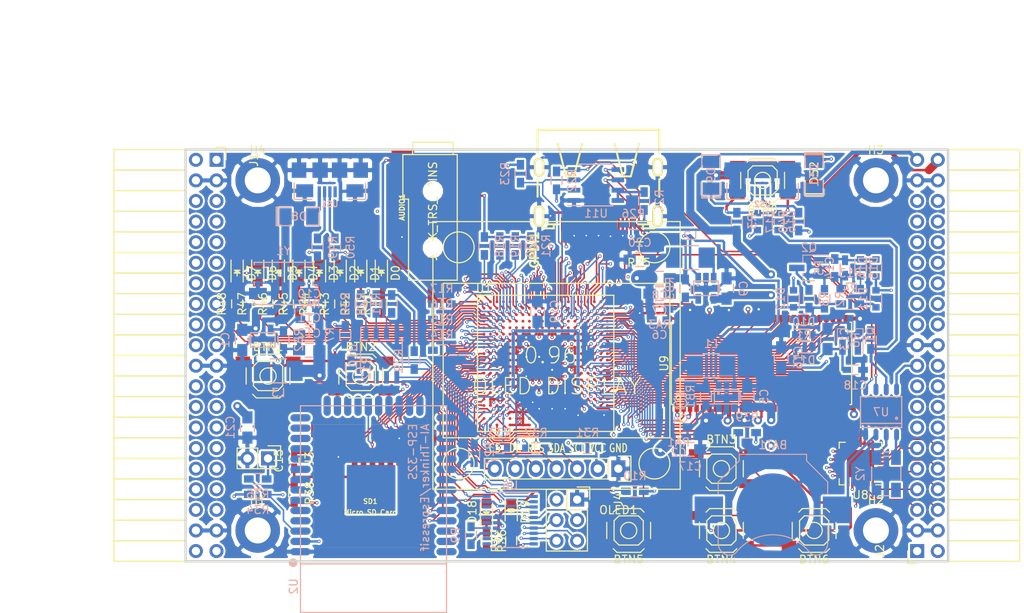
<source format=kicad_pcb>
(kicad_pcb (version 4) (host pcbnew 4.0.5+dfsg1-4)

  (general
    (links 640)
    (no_connects 0)
    (area 71.010001 43.48 197.572001 118.732339)
    (thickness 1.6)
    (drawings 6)
    (tracks 3519)
    (zones 0)
    (modules 139)
    (nets 225)
  )

  (page A4)
  (layers
    (0 F.Cu signal)
    (1 In1.Cu signal)
    (2 In2.Cu signal)
    (31 B.Cu signal)
    (32 B.Adhes user)
    (33 F.Adhes user)
    (34 B.Paste user)
    (35 F.Paste user)
    (36 B.SilkS user)
    (37 F.SilkS user)
    (38 B.Mask user)
    (39 F.Mask user)
    (40 Dwgs.User user)
    (41 Cmts.User user)
    (42 Eco1.User user)
    (43 Eco2.User user)
    (44 Edge.Cuts user)
    (45 Margin user)
    (46 B.CrtYd user)
    (47 F.CrtYd user)
    (48 B.Fab user)
    (49 F.Fab user)
  )

  (setup
    (last_trace_width 0.3)
    (trace_clearance 0.127)
    (zone_clearance 0.254)
    (zone_45_only no)
    (trace_min 0.127)
    (segment_width 0.2)
    (edge_width 0.2)
    (via_size 0.4)
    (via_drill 0.2)
    (via_min_size 0.4)
    (via_min_drill 0.2)
    (uvia_size 0.3)
    (uvia_drill 0.1)
    (uvias_allowed no)
    (uvia_min_size 0.2)
    (uvia_min_drill 0.1)
    (pcb_text_width 0.3)
    (pcb_text_size 1.5 1.5)
    (mod_edge_width 0.15)
    (mod_text_size 1 1)
    (mod_text_width 0.15)
    (pad_size 1.524 1.524)
    (pad_drill 0.762)
    (pad_to_mask_clearance 0.2)
    (aux_axis_origin 82.67 62.69)
    (grid_origin 86.48 79.2)
    (visible_elements 7FFFFFFF)
    (pcbplotparams
      (layerselection 0x010f0_80000007)
      (usegerberextensions true)
      (excludeedgelayer true)
      (linewidth 0.100000)
      (plotframeref false)
      (viasonmask false)
      (mode 1)
      (useauxorigin false)
      (hpglpennumber 1)
      (hpglpenspeed 20)
      (hpglpendiameter 15)
      (hpglpenoverlay 2)
      (psnegative false)
      (psa4output false)
      (plotreference true)
      (plotvalue true)
      (plotinvisibletext false)
      (padsonsilk false)
      (subtractmaskfromsilk false)
      (outputformat 1)
      (mirror false)
      (drillshape 0)
      (scaleselection 1)
      (outputdirectory plot))
  )

  (net 0 "")
  (net 1 GND)
  (net 2 +5V)
  (net 3 /gpio/IN5V)
  (net 4 /gpio/OUT5V)
  (net 5 +3V3)
  (net 6 "Net-(L1-Pad1)")
  (net 7 "Net-(L2-Pad1)")
  (net 8 +1V2)
  (net 9 BTN_D)
  (net 10 BTN_F1)
  (net 11 BTN_F2)
  (net 12 BTN_L)
  (net 13 BTN_R)
  (net 14 BTN_U)
  (net 15 /power/FB1)
  (net 16 +2V5)
  (net 17 "Net-(L3-Pad1)")
  (net 18 /power/PWREN)
  (net 19 /power/FB3)
  (net 20 /power/FB2)
  (net 21 "Net-(D9-Pad1)")
  (net 22 /power/VBAT)
  (net 23 JTAG_TDI)
  (net 24 JTAG_TCK)
  (net 25 JTAG_TMS)
  (net 26 JTAG_TDO)
  (net 27 /power/WAKEUPn)
  (net 28 /power/WKUP)
  (net 29 /power/SHUT)
  (net 30 /power/WAKE)
  (net 31 /power/HOLD)
  (net 32 /power/WKn)
  (net 33 /power/OSCI_32k)
  (net 34 /power/OSCO_32k)
  (net 35 "Net-(Q2-Pad3)")
  (net 36 SHUTDOWN)
  (net 37 /analog/AUDIO_L)
  (net 38 /analog/AUDIO_R)
  (net 39 GPDI_5V_SCL)
  (net 40 GPDI_5V_SDA)
  (net 41 GPDI_SDA)
  (net 42 GPDI_SCL)
  (net 43 /gpdi/VREF2)
  (net 44 SD_CMD)
  (net 45 SD_CLK)
  (net 46 SD_D0)
  (net 47 SD_D1)
  (net 48 USB5V)
  (net 49 "Net-(BTN0-Pad1)")
  (net 50 GPDI_CEC)
  (net 51 nRESET)
  (net 52 FTDI_nDTR)
  (net 53 SDRAM_CKE)
  (net 54 SDRAM_A7)
  (net 55 SDRAM_D15)
  (net 56 SDRAM_BA1)
  (net 57 SDRAM_D7)
  (net 58 SDRAM_A6)
  (net 59 SDRAM_CLK)
  (net 60 SDRAM_D13)
  (net 61 SDRAM_BA0)
  (net 62 SDRAM_D6)
  (net 63 SDRAM_A5)
  (net 64 SDRAM_D14)
  (net 65 SDRAM_A11)
  (net 66 SDRAM_D12)
  (net 67 SDRAM_D5)
  (net 68 SDRAM_A4)
  (net 69 SDRAM_A10)
  (net 70 SDRAM_D11)
  (net 71 SDRAM_A3)
  (net 72 SDRAM_D4)
  (net 73 SDRAM_D10)
  (net 74 SDRAM_D9)
  (net 75 SDRAM_A9)
  (net 76 SDRAM_D3)
  (net 77 SDRAM_D8)
  (net 78 SDRAM_A8)
  (net 79 SDRAM_A2)
  (net 80 SDRAM_A1)
  (net 81 SDRAM_A0)
  (net 82 SDRAM_D2)
  (net 83 SDRAM_D1)
  (net 84 SDRAM_D0)
  (net 85 SDRAM_DQM0)
  (net 86 SDRAM_nCS)
  (net 87 SDRAM_nRAS)
  (net 88 SDRAM_DQM1)
  (net 89 SDRAM_nCAS)
  (net 90 SDRAM_nWE)
  (net 91 /flash/FLASH_nWP)
  (net 92 /flash/FLASH_nHOLD)
  (net 93 /flash/FLASH_MOSI)
  (net 94 /flash/FLASH_MISO)
  (net 95 /flash/FLASH_SCK)
  (net 96 /flash/FLASH_nCS)
  (net 97 /flash/FPGA_PROGRAMN)
  (net 98 /flash/FPGA_DONE)
  (net 99 /flash/FPGA_INITN)
  (net 100 OLED_RES)
  (net 101 OLED_DC)
  (net 102 OLED_CS)
  (net 103 WIFI_EN)
  (net 104 FTDI_nRTS)
  (net 105 FTDI_TXD)
  (net 106 FTDI_RXD)
  (net 107 WIFI_RXD)
  (net 108 WIFI_GPIO0)
  (net 109 WIFI_TXD)
  (net 110 GPDI_ETH-)
  (net 111 GPDI_ETH+)
  (net 112 GPDI_D2+)
  (net 113 GPDI_D2-)
  (net 114 GPDI_D1+)
  (net 115 GPDI_D1-)
  (net 116 GPDI_D0+)
  (net 117 GPDI_D0-)
  (net 118 GPDI_CLK+)
  (net 119 GPDI_CLK-)
  (net 120 USB_FTDI_D+)
  (net 121 USB_FTDI_D-)
  (net 122 J1_17-)
  (net 123 J1_17+)
  (net 124 J1_23-)
  (net 125 J1_23+)
  (net 126 J1_25-)
  (net 127 J1_25+)
  (net 128 J1_27-)
  (net 129 J1_27+)
  (net 130 J1_29-)
  (net 131 J1_29+)
  (net 132 J1_31-)
  (net 133 J1_31+)
  (net 134 J1_33-)
  (net 135 J1_33+)
  (net 136 J1_35-)
  (net 137 J1_35+)
  (net 138 J2_5-)
  (net 139 J2_5+)
  (net 140 J2_7-)
  (net 141 J2_7+)
  (net 142 J2_9-)
  (net 143 J2_9+)
  (net 144 J2_13-)
  (net 145 J2_13+)
  (net 146 J2_17-)
  (net 147 J2_17+)
  (net 148 J2_11-)
  (net 149 J2_11+)
  (net 150 J2_23-)
  (net 151 J2_23+)
  (net 152 J1_5-)
  (net 153 J1_5+)
  (net 154 J1_7-)
  (net 155 J1_7+)
  (net 156 J1_9-)
  (net 157 J1_9+)
  (net 158 J1_11-)
  (net 159 J1_11+)
  (net 160 J1_13-)
  (net 161 J1_13+)
  (net 162 J1_15-)
  (net 163 J1_15+)
  (net 164 J2_15-)
  (net 165 J2_15+)
  (net 166 J2_25-)
  (net 167 J2_25+)
  (net 168 J2_27-)
  (net 169 J2_27+)
  (net 170 J2_29-)
  (net 171 J2_29+)
  (net 172 J2_31-)
  (net 173 J2_31+)
  (net 174 J2_33-)
  (net 175 J2_33+)
  (net 176 J2_35-)
  (net 177 J2_35+)
  (net 178 SD_D3)
  (net 179 AUDIO_L3)
  (net 180 AUDIO_L2)
  (net 181 AUDIO_L1)
  (net 182 AUDIO_L0)
  (net 183 AUDIO_R3)
  (net 184 AUDIO_R2)
  (net 185 AUDIO_R1)
  (net 186 AUDIO_R0)
  (net 187 OLED_CLK)
  (net 188 OLED_MOSI)
  (net 189 LED0)
  (net 190 LED1)
  (net 191 LED2)
  (net 192 LED3)
  (net 193 LED4)
  (net 194 LED5)
  (net 195 LED6)
  (net 196 LED7)
  (net 197 BTN_PWRn)
  (net 198 "Net-(J3-Pad1)")
  (net 199 FTDI_nTXLED)
  (net 200 FTDI_nSLEEP)
  (net 201 /blinkey/LED_PWREN)
  (net 202 /blinkey/LED_TXLED)
  (net 203 FT3V3)
  (net 204 /sdcard/SD3V3)
  (net 205 SD_D2)
  (net 206 CLK_25MHz)
  (net 207 /blinkey/BTNPUL)
  (net 208 /blinkey/BTNPUR)
  (net 209 USB_FPGA_D+)
  (net 210 /power/FTDI_nSUSPEND)
  (net 211 /blinkey/ALED0)
  (net 212 /blinkey/ALED1)
  (net 213 /blinkey/ALED2)
  (net 214 /blinkey/ALED3)
  (net 215 /blinkey/ALED4)
  (net 216 /blinkey/ALED5)
  (net 217 /blinkey/ALED6)
  (net 218 /blinkey/ALED7)
  (net 219 /usb/FTD-)
  (net 220 /usb/FTD+)
  (net 221 ADC_MISO)
  (net 222 ADC_MOSI)
  (net 223 ADC_CSn)
  (net 224 ADC_SCLK)

  (net_class Default "This is the default net class."
    (clearance 0.127)
    (trace_width 0.3)
    (via_dia 0.4)
    (via_drill 0.2)
    (uvia_dia 0.3)
    (uvia_drill 0.1)
    (add_net +1V2)
    (add_net +2V5)
    (add_net +3V3)
    (add_net +5V)
    (add_net /analog/AUDIO_L)
    (add_net /analog/AUDIO_R)
    (add_net /blinkey/ALED0)
    (add_net /blinkey/ALED1)
    (add_net /blinkey/ALED2)
    (add_net /blinkey/ALED3)
    (add_net /blinkey/ALED4)
    (add_net /blinkey/ALED5)
    (add_net /blinkey/ALED6)
    (add_net /blinkey/ALED7)
    (add_net /blinkey/BTNPUL)
    (add_net /blinkey/BTNPUR)
    (add_net /blinkey/LED_PWREN)
    (add_net /blinkey/LED_TXLED)
    (add_net /gpdi/VREF2)
    (add_net /gpio/IN5V)
    (add_net /gpio/OUT5V)
    (add_net /power/FB1)
    (add_net /power/FB2)
    (add_net /power/FB3)
    (add_net /power/FTDI_nSUSPEND)
    (add_net /power/HOLD)
    (add_net /power/OSCI_32k)
    (add_net /power/OSCO_32k)
    (add_net /power/PWREN)
    (add_net /power/SHUT)
    (add_net /power/VBAT)
    (add_net /power/WAKE)
    (add_net /power/WAKEUPn)
    (add_net /power/WKUP)
    (add_net /power/WKn)
    (add_net /sdcard/SD3V3)
    (add_net /usb/FTD+)
    (add_net /usb/FTD-)
    (add_net FT3V3)
    (add_net GND)
    (add_net "Net-(BTN0-Pad1)")
    (add_net "Net-(D9-Pad1)")
    (add_net "Net-(J3-Pad1)")
    (add_net "Net-(L1-Pad1)")
    (add_net "Net-(L2-Pad1)")
    (add_net "Net-(L3-Pad1)")
    (add_net "Net-(Q2-Pad3)")
    (add_net USB5V)
    (add_net USB_FPGA_D+)
  )

  (net_class BGA ""
    (clearance 0.127)
    (trace_width 0.19)
    (via_dia 0.4)
    (via_drill 0.2)
    (uvia_dia 0.3)
    (uvia_drill 0.1)
    (add_net /flash/FLASH_MISO)
    (add_net /flash/FLASH_MOSI)
    (add_net /flash/FLASH_SCK)
    (add_net /flash/FLASH_nCS)
    (add_net /flash/FLASH_nHOLD)
    (add_net /flash/FLASH_nWP)
    (add_net /flash/FPGA_DONE)
    (add_net /flash/FPGA_INITN)
    (add_net /flash/FPGA_PROGRAMN)
    (add_net ADC_CSn)
    (add_net ADC_MISO)
    (add_net ADC_MOSI)
    (add_net ADC_SCLK)
    (add_net AUDIO_L0)
    (add_net AUDIO_L1)
    (add_net AUDIO_L2)
    (add_net AUDIO_L3)
    (add_net AUDIO_R0)
    (add_net AUDIO_R1)
    (add_net AUDIO_R2)
    (add_net AUDIO_R3)
    (add_net BTN_D)
    (add_net BTN_F1)
    (add_net BTN_F2)
    (add_net BTN_L)
    (add_net BTN_PWRn)
    (add_net BTN_R)
    (add_net BTN_U)
    (add_net CLK_25MHz)
    (add_net FTDI_RXD)
    (add_net FTDI_TXD)
    (add_net FTDI_nDTR)
    (add_net FTDI_nRTS)
    (add_net FTDI_nSLEEP)
    (add_net FTDI_nTXLED)
    (add_net GPDI_5V_SCL)
    (add_net GPDI_5V_SDA)
    (add_net GPDI_CEC)
    (add_net GPDI_CLK+)
    (add_net GPDI_CLK-)
    (add_net GPDI_D0+)
    (add_net GPDI_D0-)
    (add_net GPDI_D1+)
    (add_net GPDI_D1-)
    (add_net GPDI_D2+)
    (add_net GPDI_D2-)
    (add_net GPDI_ETH+)
    (add_net GPDI_ETH-)
    (add_net GPDI_SCL)
    (add_net GPDI_SDA)
    (add_net J1_11+)
    (add_net J1_11-)
    (add_net J1_13+)
    (add_net J1_13-)
    (add_net J1_15+)
    (add_net J1_15-)
    (add_net J1_17+)
    (add_net J1_17-)
    (add_net J1_23+)
    (add_net J1_23-)
    (add_net J1_25+)
    (add_net J1_25-)
    (add_net J1_27+)
    (add_net J1_27-)
    (add_net J1_29+)
    (add_net J1_29-)
    (add_net J1_31+)
    (add_net J1_31-)
    (add_net J1_33+)
    (add_net J1_33-)
    (add_net J1_35+)
    (add_net J1_35-)
    (add_net J1_5+)
    (add_net J1_5-)
    (add_net J1_7+)
    (add_net J1_7-)
    (add_net J1_9+)
    (add_net J1_9-)
    (add_net J2_11+)
    (add_net J2_11-)
    (add_net J2_13+)
    (add_net J2_13-)
    (add_net J2_15+)
    (add_net J2_15-)
    (add_net J2_17+)
    (add_net J2_17-)
    (add_net J2_23+)
    (add_net J2_23-)
    (add_net J2_25+)
    (add_net J2_25-)
    (add_net J2_27+)
    (add_net J2_27-)
    (add_net J2_29+)
    (add_net J2_29-)
    (add_net J2_31+)
    (add_net J2_31-)
    (add_net J2_33+)
    (add_net J2_33-)
    (add_net J2_35+)
    (add_net J2_35-)
    (add_net J2_5+)
    (add_net J2_5-)
    (add_net J2_7+)
    (add_net J2_7-)
    (add_net J2_9+)
    (add_net J2_9-)
    (add_net JTAG_TCK)
    (add_net JTAG_TDI)
    (add_net JTAG_TDO)
    (add_net JTAG_TMS)
    (add_net LED0)
    (add_net LED1)
    (add_net LED2)
    (add_net LED3)
    (add_net LED4)
    (add_net LED5)
    (add_net LED6)
    (add_net LED7)
    (add_net OLED_CLK)
    (add_net OLED_CS)
    (add_net OLED_DC)
    (add_net OLED_MOSI)
    (add_net OLED_RES)
    (add_net SDRAM_A0)
    (add_net SDRAM_A1)
    (add_net SDRAM_A10)
    (add_net SDRAM_A11)
    (add_net SDRAM_A2)
    (add_net SDRAM_A3)
    (add_net SDRAM_A4)
    (add_net SDRAM_A5)
    (add_net SDRAM_A6)
    (add_net SDRAM_A7)
    (add_net SDRAM_A8)
    (add_net SDRAM_A9)
    (add_net SDRAM_BA0)
    (add_net SDRAM_BA1)
    (add_net SDRAM_CKE)
    (add_net SDRAM_CLK)
    (add_net SDRAM_D0)
    (add_net SDRAM_D1)
    (add_net SDRAM_D10)
    (add_net SDRAM_D11)
    (add_net SDRAM_D12)
    (add_net SDRAM_D13)
    (add_net SDRAM_D14)
    (add_net SDRAM_D15)
    (add_net SDRAM_D2)
    (add_net SDRAM_D3)
    (add_net SDRAM_D4)
    (add_net SDRAM_D5)
    (add_net SDRAM_D6)
    (add_net SDRAM_D7)
    (add_net SDRAM_D8)
    (add_net SDRAM_D9)
    (add_net SDRAM_DQM0)
    (add_net SDRAM_DQM1)
    (add_net SDRAM_nCAS)
    (add_net SDRAM_nCS)
    (add_net SDRAM_nRAS)
    (add_net SDRAM_nWE)
    (add_net SD_CLK)
    (add_net SD_CMD)
    (add_net SD_D0)
    (add_net SD_D1)
    (add_net SD_D2)
    (add_net SD_D3)
    (add_net SHUTDOWN)
    (add_net USB_FTDI_D+)
    (add_net USB_FTDI_D-)
    (add_net WIFI_EN)
    (add_net WIFI_GPIO0)
    (add_net WIFI_RXD)
    (add_net WIFI_TXD)
    (add_net nRESET)
  )

  (net_class Minimal ""
    (clearance 0.127)
    (trace_width 0.127)
    (via_dia 0.4)
    (via_drill 0.2)
    (uvia_dia 0.3)
    (uvia_drill 0.1)
  )

  (module lfe5bg381:BGA-381_pitch0.8mm_dia0.4mm (layer F.Cu) (tedit 58D8FE92) (tstamp 58D8D57E)
    (at 138.48 87.8)
    (path /56AC389C/58F23D91)
    (attr smd)
    (fp_text reference U1 (at -7.6 -9.2) (layer F.SilkS)
      (effects (font (size 1 1) (thickness 0.15)))
    )
    (fp_text value LFE5U-25F-6BG381C (at 2 -9.2) (layer F.Fab)
      (effects (font (size 1 1) (thickness 0.15)))
    )
    (fp_line (start -8.4 8.4) (end 8.4 8.4) (layer F.SilkS) (width 0.15))
    (fp_line (start 8.4 8.4) (end 8.4 -8.4) (layer F.SilkS) (width 0.15))
    (fp_line (start 8.4 -8.4) (end -8.4 -8.4) (layer F.SilkS) (width 0.15))
    (fp_line (start -8.4 -8.4) (end -8.4 8.4) (layer F.SilkS) (width 0.15))
    (fp_line (start -7.6 -8.4) (end -8.4 -7.6) (layer F.SilkS) (width 0.15))
    (pad A2 smd circle (at -6.8 -7.6) (size 0.35 0.35) (layers F.Cu F.Paste F.Mask)
      (net 129 J1_27+) (solder_mask_margin 0.04))
    (pad A3 smd circle (at -6 -7.6) (size 0.35 0.35) (layers F.Cu F.Paste F.Mask)
      (net 183 AUDIO_R3) (solder_mask_margin 0.04))
    (pad A4 smd circle (at -5.2 -7.6) (size 0.35 0.35) (layers F.Cu F.Paste F.Mask)
      (net 127 J1_25+) (solder_mask_margin 0.04))
    (pad A5 smd circle (at -4.4 -7.6) (size 0.35 0.35) (layers F.Cu F.Paste F.Mask)
      (net 126 J1_25-) (solder_mask_margin 0.04))
    (pad A6 smd circle (at -3.6 -7.6) (size 0.35 0.35) (layers F.Cu F.Paste F.Mask)
      (net 125 J1_23+) (solder_mask_margin 0.04))
    (pad A7 smd circle (at -2.8 -7.6) (size 0.35 0.35) (layers F.Cu F.Paste F.Mask)
      (net 161 J1_13+) (solder_mask_margin 0.04))
    (pad A8 smd circle (at -2 -7.6) (size 0.35 0.35) (layers F.Cu F.Paste F.Mask)
      (net 160 J1_13-) (solder_mask_margin 0.04))
    (pad A9 smd circle (at -1.2 -7.6) (size 0.35 0.35) (layers F.Cu F.Paste F.Mask)
      (net 156 J1_9-) (solder_mask_margin 0.04))
    (pad A10 smd circle (at -0.4 -7.6) (size 0.35 0.35) (layers F.Cu F.Paste F.Mask)
      (net 155 J1_7+) (solder_mask_margin 0.04))
    (pad A11 smd circle (at 0.4 -7.6) (size 0.35 0.35) (layers F.Cu F.Paste F.Mask)
      (net 154 J1_7-) (solder_mask_margin 0.04))
    (pad A12 smd circle (at 1.2 -7.6) (size 0.35 0.35) (layers F.Cu F.Paste F.Mask)
      (net 111 GPDI_ETH+) (solder_mask_margin 0.04))
    (pad A13 smd circle (at 2 -7.6) (size 0.35 0.35) (layers F.Cu F.Paste F.Mask)
      (net 110 GPDI_ETH-) (solder_mask_margin 0.04))
    (pad A14 smd circle (at 2.8 -7.6) (size 0.35 0.35) (layers F.Cu F.Paste F.Mask)
      (net 112 GPDI_D2+) (solder_mask_margin 0.04))
    (pad A15 smd circle (at 3.6 -7.6) (size 0.35 0.35) (layers F.Cu F.Paste F.Mask)
      (solder_mask_margin 0.04))
    (pad A16 smd circle (at 4.4 -7.6) (size 0.35 0.35) (layers F.Cu F.Paste F.Mask)
      (net 114 GPDI_D1+) (solder_mask_margin 0.04))
    (pad A17 smd circle (at 5.2 -7.6) (size 0.35 0.35) (layers F.Cu F.Paste F.Mask)
      (net 116 GPDI_D0+) (solder_mask_margin 0.04))
    (pad A18 smd circle (at 6 -7.6) (size 0.35 0.35) (layers F.Cu F.Paste F.Mask)
      (net 118 GPDI_CLK+) (solder_mask_margin 0.04))
    (pad A19 smd circle (at 6.8 -7.6) (size 0.35 0.35) (layers F.Cu F.Paste F.Mask)
      (net 50 GPDI_CEC) (solder_mask_margin 0.04))
    (pad B1 smd circle (at -7.6 -6.8) (size 0.35 0.35) (layers F.Cu F.Paste F.Mask)
      (net 128 J1_27-) (solder_mask_margin 0.04))
    (pad B2 smd circle (at -6.8 -6.8) (size 0.35 0.35) (layers F.Cu F.Paste F.Mask)
      (net 189 LED0) (solder_mask_margin 0.04))
    (pad B3 smd circle (at -6 -6.8) (size 0.35 0.35) (layers F.Cu F.Paste F.Mask)
      (net 182 AUDIO_L0) (solder_mask_margin 0.04))
    (pad B4 smd circle (at -5.2 -6.8) (size 0.35 0.35) (layers F.Cu F.Paste F.Mask)
      (net 130 J1_29-) (solder_mask_margin 0.04))
    (pad B5 smd circle (at -4.4 -6.8) (size 0.35 0.35) (layers F.Cu F.Paste F.Mask)
      (net 184 AUDIO_R2) (solder_mask_margin 0.04))
    (pad B6 smd circle (at -3.6 -6.8) (size 0.35 0.35) (layers F.Cu F.Paste F.Mask)
      (net 124 J1_23-) (solder_mask_margin 0.04))
    (pad B7 smd circle (at -2.8 -6.8) (size 0.35 0.35) (layers F.Cu F.Paste F.Mask)
      (net 1 GND) (solder_mask_margin 0.04))
    (pad B8 smd circle (at -2 -6.8) (size 0.35 0.35) (layers F.Cu F.Paste F.Mask)
      (net 162 J1_15-) (solder_mask_margin 0.04))
    (pad B9 smd circle (at -1.2 -6.8) (size 0.35 0.35) (layers F.Cu F.Paste F.Mask)
      (net 159 J1_11+) (solder_mask_margin 0.04))
    (pad B10 smd circle (at -0.4 -6.8) (size 0.35 0.35) (layers F.Cu F.Paste F.Mask)
      (net 157 J1_9+) (solder_mask_margin 0.04))
    (pad B11 smd circle (at 0.4 -6.8) (size 0.35 0.35) (layers F.Cu F.Paste F.Mask)
      (net 153 J1_5+) (solder_mask_margin 0.04))
    (pad B12 smd circle (at 1.2 -6.8) (size 0.35 0.35) (layers F.Cu F.Paste F.Mask)
      (solder_mask_margin 0.04))
    (pad B13 smd circle (at 2 -6.8) (size 0.35 0.35) (layers F.Cu F.Paste F.Mask)
      (net 175 J2_33+) (solder_mask_margin 0.04))
    (pad B14 smd circle (at 2.8 -6.8) (size 0.35 0.35) (layers F.Cu F.Paste F.Mask)
      (net 1 GND) (solder_mask_margin 0.04))
    (pad B15 smd circle (at 3.6 -6.8) (size 0.35 0.35) (layers F.Cu F.Paste F.Mask)
      (net 173 J2_31+) (solder_mask_margin 0.04))
    (pad B16 smd circle (at 4.4 -6.8) (size 0.35 0.35) (layers F.Cu F.Paste F.Mask)
      (net 115 GPDI_D1-) (solder_mask_margin 0.04))
    (pad B17 smd circle (at 5.2 -6.8) (size 0.35 0.35) (layers F.Cu F.Paste F.Mask)
      (net 169 J2_27+) (solder_mask_margin 0.04))
    (pad B18 smd circle (at 6 -6.8) (size 0.35 0.35) (layers F.Cu F.Paste F.Mask)
      (net 117 GPDI_D0-) (solder_mask_margin 0.04))
    (pad B19 smd circle (at 6.8 -6.8) (size 0.35 0.35) (layers F.Cu F.Paste F.Mask)
      (net 119 GPDI_CLK-) (solder_mask_margin 0.04))
    (pad B20 smd circle (at 7.6 -6.8) (size 0.35 0.35) (layers F.Cu F.Paste F.Mask)
      (net 41 GPDI_SDA) (solder_mask_margin 0.04))
    (pad C1 smd circle (at -7.6 -6) (size 0.35 0.35) (layers F.Cu F.Paste F.Mask)
      (net 191 LED2) (solder_mask_margin 0.04))
    (pad C2 smd circle (at -6.8 -6) (size 0.35 0.35) (layers F.Cu F.Paste F.Mask)
      (net 190 LED1) (solder_mask_margin 0.04))
    (pad C3 smd circle (at -6 -6) (size 0.35 0.35) (layers F.Cu F.Paste F.Mask)
      (net 181 AUDIO_L1) (solder_mask_margin 0.04))
    (pad C4 smd circle (at -5.2 -6) (size 0.35 0.35) (layers F.Cu F.Paste F.Mask)
      (net 131 J1_29+) (solder_mask_margin 0.04))
    (pad C5 smd circle (at -4.4 -6) (size 0.35 0.35) (layers F.Cu F.Paste F.Mask)
      (net 186 AUDIO_R0) (solder_mask_margin 0.04))
    (pad C6 smd circle (at -3.6 -6) (size 0.35 0.35) (layers F.Cu F.Paste F.Mask)
      (net 123 J1_17+) (solder_mask_margin 0.04))
    (pad C7 smd circle (at -2.8 -6) (size 0.35 0.35) (layers F.Cu F.Paste F.Mask)
      (net 122 J1_17-) (solder_mask_margin 0.04))
    (pad C8 smd circle (at -2 -6) (size 0.35 0.35) (layers F.Cu F.Paste F.Mask)
      (net 163 J1_15+) (solder_mask_margin 0.04))
    (pad C9 smd circle (at -1.2 -6) (size 0.35 0.35) (layers F.Cu F.Paste F.Mask)
      (solder_mask_margin 0.04))
    (pad C10 smd circle (at -0.4 -6) (size 0.35 0.35) (layers F.Cu F.Paste F.Mask)
      (net 158 J1_11-) (solder_mask_margin 0.04))
    (pad C11 smd circle (at 0.4 -6) (size 0.35 0.35) (layers F.Cu F.Paste F.Mask)
      (net 152 J1_5-) (solder_mask_margin 0.04))
    (pad C12 smd circle (at 1.2 -6) (size 0.35 0.35) (layers F.Cu F.Paste F.Mask)
      (net 42 GPDI_SCL) (solder_mask_margin 0.04))
    (pad C13 smd circle (at 2 -6) (size 0.35 0.35) (layers F.Cu F.Paste F.Mask)
      (net 174 J2_33-) (solder_mask_margin 0.04))
    (pad C14 smd circle (at 2.8 -6) (size 0.35 0.35) (layers F.Cu F.Paste F.Mask)
      (net 113 GPDI_D2-) (solder_mask_margin 0.04))
    (pad C15 smd circle (at 3.6 -6) (size 0.35 0.35) (layers F.Cu F.Paste F.Mask)
      (net 172 J2_31-) (solder_mask_margin 0.04))
    (pad C16 smd circle (at 4.4 -6) (size 0.35 0.35) (layers F.Cu F.Paste F.Mask)
      (net 171 J2_29+) (solder_mask_margin 0.04))
    (pad C17 smd circle (at 5.2 -6) (size 0.35 0.35) (layers F.Cu F.Paste F.Mask)
      (net 168 J2_27-) (solder_mask_margin 0.04))
    (pad C18 smd circle (at 6 -6) (size 0.35 0.35) (layers F.Cu F.Paste F.Mask)
      (net 151 J2_23+) (solder_mask_margin 0.04))
    (pad C19 smd circle (at 6.8 -6) (size 0.35 0.35) (layers F.Cu F.Paste F.Mask)
      (net 1 GND) (solder_mask_margin 0.04))
    (pad C20 smd circle (at 7.6 -6) (size 0.35 0.35) (layers F.Cu F.Paste F.Mask)
      (net 64 SDRAM_D14) (solder_mask_margin 0.04))
    (pad D1 smd circle (at -7.6 -5.2) (size 0.35 0.35) (layers F.Cu F.Paste F.Mask)
      (net 193 LED4) (solder_mask_margin 0.04))
    (pad D2 smd circle (at -6.8 -5.2) (size 0.35 0.35) (layers F.Cu F.Paste F.Mask)
      (net 192 LED3) (solder_mask_margin 0.04))
    (pad D3 smd circle (at -6 -5.2) (size 0.35 0.35) (layers F.Cu F.Paste F.Mask)
      (net 180 AUDIO_L2) (solder_mask_margin 0.04))
    (pad D4 smd circle (at -5.2 -5.2) (size 0.35 0.35) (layers F.Cu F.Paste F.Mask)
      (net 1 GND) (solder_mask_margin 0.04))
    (pad D5 smd circle (at -4.4 -5.2) (size 0.35 0.35) (layers F.Cu F.Paste F.Mask)
      (net 185 AUDIO_R1) (solder_mask_margin 0.04))
    (pad D6 smd circle (at -3.6 -5.2) (size 0.35 0.35) (layers F.Cu F.Paste F.Mask)
      (net 197 BTN_PWRn) (solder_mask_margin 0.04))
    (pad D7 smd circle (at -2.8 -5.2) (size 0.35 0.35) (layers F.Cu F.Paste F.Mask)
      (solder_mask_margin 0.04))
    (pad D8 smd circle (at -2 -5.2) (size 0.35 0.35) (layers F.Cu F.Paste F.Mask)
      (solder_mask_margin 0.04))
    (pad D9 smd circle (at -1.2 -5.2) (size 0.35 0.35) (layers F.Cu F.Paste F.Mask)
      (solder_mask_margin 0.04))
    (pad D10 smd circle (at -0.4 -5.2) (size 0.35 0.35) (layers F.Cu F.Paste F.Mask)
      (solder_mask_margin 0.04))
    (pad D11 smd circle (at 0.4 -5.2) (size 0.35 0.35) (layers F.Cu F.Paste F.Mask)
      (solder_mask_margin 0.04))
    (pad D12 smd circle (at 1.2 -5.2) (size 0.35 0.35) (layers F.Cu F.Paste F.Mask)
      (solder_mask_margin 0.04))
    (pad D13 smd circle (at 2 -5.2) (size 0.35 0.35) (layers F.Cu F.Paste F.Mask)
      (net 177 J2_35+) (solder_mask_margin 0.04))
    (pad D14 smd circle (at 2.8 -5.2) (size 0.35 0.35) (layers F.Cu F.Paste F.Mask)
      (solder_mask_margin 0.04))
    (pad D15 smd circle (at 3.6 -5.2) (size 0.35 0.35) (layers F.Cu F.Paste F.Mask)
      (net 167 J2_25+) (solder_mask_margin 0.04))
    (pad D16 smd circle (at 4.4 -5.2) (size 0.35 0.35) (layers F.Cu F.Paste F.Mask)
      (net 170 J2_29-) (solder_mask_margin 0.04))
    (pad D17 smd circle (at 5.2 -5.2) (size 0.35 0.35) (layers F.Cu F.Paste F.Mask)
      (net 150 J2_23-) (solder_mask_margin 0.04))
    (pad D18 smd circle (at 6 -5.2) (size 0.35 0.35) (layers F.Cu F.Paste F.Mask)
      (net 147 J2_17+) (solder_mask_margin 0.04))
    (pad D19 smd circle (at 6.8 -5.2) (size 0.35 0.35) (layers F.Cu F.Paste F.Mask)
      (net 55 SDRAM_D15) (solder_mask_margin 0.04))
    (pad D20 smd circle (at 7.6 -5.2) (size 0.35 0.35) (layers F.Cu F.Paste F.Mask)
      (net 60 SDRAM_D13) (solder_mask_margin 0.04))
    (pad E1 smd circle (at -7.6 -4.4) (size 0.35 0.35) (layers F.Cu F.Paste F.Mask)
      (net 195 LED6) (solder_mask_margin 0.04))
    (pad E2 smd circle (at -6.8 -4.4) (size 0.35 0.35) (layers F.Cu F.Paste F.Mask)
      (net 194 LED5) (solder_mask_margin 0.04))
    (pad E3 smd circle (at -6 -4.4) (size 0.35 0.35) (layers F.Cu F.Paste F.Mask)
      (net 132 J1_31-) (solder_mask_margin 0.04))
    (pad E4 smd circle (at -5.2 -4.4) (size 0.35 0.35) (layers F.Cu F.Paste F.Mask)
      (net 179 AUDIO_L3) (solder_mask_margin 0.04))
    (pad E5 smd circle (at -4.4 -4.4) (size 0.35 0.35) (layers F.Cu F.Paste F.Mask)
      (solder_mask_margin 0.04))
    (pad E6 smd circle (at -3.6 -4.4) (size 0.35 0.35) (layers F.Cu F.Paste F.Mask)
      (solder_mask_margin 0.04))
    (pad E7 smd circle (at -2.8 -4.4) (size 0.35 0.35) (layers F.Cu F.Paste F.Mask)
      (solder_mask_margin 0.04))
    (pad E8 smd circle (at -2 -4.4) (size 0.35 0.35) (layers F.Cu F.Paste F.Mask)
      (solder_mask_margin 0.04))
    (pad E9 smd circle (at -1.2 -4.4) (size 0.35 0.35) (layers F.Cu F.Paste F.Mask)
      (solder_mask_margin 0.04))
    (pad E10 smd circle (at -0.4 -4.4) (size 0.35 0.35) (layers F.Cu F.Paste F.Mask)
      (solder_mask_margin 0.04))
    (pad E11 smd circle (at 0.4 -4.4) (size 0.35 0.35) (layers F.Cu F.Paste F.Mask)
      (solder_mask_margin 0.04))
    (pad E12 smd circle (at 1.2 -4.4) (size 0.35 0.35) (layers F.Cu F.Paste F.Mask)
      (solder_mask_margin 0.04))
    (pad E13 smd circle (at 2 -4.4) (size 0.35 0.35) (layers F.Cu F.Paste F.Mask)
      (net 176 J2_35-) (solder_mask_margin 0.04))
    (pad E14 smd circle (at 2.8 -4.4) (size 0.35 0.35) (layers F.Cu F.Paste F.Mask)
      (solder_mask_margin 0.04))
    (pad E15 smd circle (at 3.6 -4.4) (size 0.35 0.35) (layers F.Cu F.Paste F.Mask)
      (net 166 J2_25-) (solder_mask_margin 0.04))
    (pad E16 smd circle (at 4.4 -4.4) (size 0.35 0.35) (layers F.Cu F.Paste F.Mask)
      (solder_mask_margin 0.04))
    (pad E17 smd circle (at 5.2 -4.4) (size 0.35 0.35) (layers F.Cu F.Paste F.Mask)
      (net 146 J2_17-) (solder_mask_margin 0.04))
    (pad E18 smd circle (at 6 -4.4) (size 0.35 0.35) (layers F.Cu F.Paste F.Mask)
      (net 72 SDRAM_D4) (solder_mask_margin 0.04))
    (pad E19 smd circle (at 6.8 -4.4) (size 0.35 0.35) (layers F.Cu F.Paste F.Mask)
      (net 66 SDRAM_D12) (solder_mask_margin 0.04))
    (pad E20 smd circle (at 7.6 -4.4) (size 0.35 0.35) (layers F.Cu F.Paste F.Mask)
      (net 70 SDRAM_D11) (solder_mask_margin 0.04))
    (pad F1 smd circle (at -7.6 -3.6) (size 0.35 0.35) (layers F.Cu F.Paste F.Mask)
      (net 103 WIFI_EN) (solder_mask_margin 0.04))
    (pad F2 smd circle (at -6.8 -3.6) (size 0.35 0.35) (layers F.Cu F.Paste F.Mask)
      (solder_mask_margin 0.04))
    (pad F3 smd circle (at -6 -3.6) (size 0.35 0.35) (layers F.Cu F.Paste F.Mask)
      (net 134 J1_33-) (solder_mask_margin 0.04))
    (pad F4 smd circle (at -5.2 -3.6) (size 0.35 0.35) (layers F.Cu F.Paste F.Mask)
      (net 133 J1_31+) (solder_mask_margin 0.04))
    (pad F5 smd circle (at -4.4 -3.6) (size 0.35 0.35) (layers F.Cu F.Paste F.Mask)
      (solder_mask_margin 0.04))
    (pad F6 smd circle (at -3.6 -3.6) (size 0.35 0.35) (layers F.Cu F.Paste F.Mask)
      (net 16 +2V5) (solder_mask_margin 0.04))
    (pad F7 smd circle (at -2.8 -3.6) (size 0.35 0.35) (layers F.Cu F.Paste F.Mask)
      (net 1 GND) (solder_mask_margin 0.04))
    (pad F8 smd circle (at -2 -3.6) (size 0.35 0.35) (layers F.Cu F.Paste F.Mask)
      (net 1 GND) (solder_mask_margin 0.04))
    (pad F9 smd circle (at -1.2 -3.6) (size 0.35 0.35) (layers F.Cu F.Paste F.Mask)
      (net 5 +3V3) (solder_mask_margin 0.04))
    (pad F10 smd circle (at -0.4 -3.6) (size 0.35 0.35) (layers F.Cu F.Paste F.Mask)
      (net 5 +3V3) (solder_mask_margin 0.04))
    (pad F11 smd circle (at 0.4 -3.6) (size 0.35 0.35) (layers F.Cu F.Paste F.Mask)
      (net 5 +3V3) (solder_mask_margin 0.04))
    (pad F12 smd circle (at 1.2 -3.6) (size 0.35 0.35) (layers F.Cu F.Paste F.Mask)
      (net 5 +3V3) (solder_mask_margin 0.04))
    (pad F13 smd circle (at 2 -3.6) (size 0.35 0.35) (layers F.Cu F.Paste F.Mask)
      (net 1 GND) (solder_mask_margin 0.04))
    (pad F14 smd circle (at 2.8 -3.6) (size 0.35 0.35) (layers F.Cu F.Paste F.Mask)
      (net 1 GND) (solder_mask_margin 0.04))
    (pad F15 smd circle (at 3.6 -3.6) (size 0.35 0.35) (layers F.Cu F.Paste F.Mask)
      (net 16 +2V5) (solder_mask_margin 0.04))
    (pad F16 smd circle (at 4.4 -3.6) (size 0.35 0.35) (layers F.Cu F.Paste F.Mask)
      (solder_mask_margin 0.04))
    (pad F17 smd circle (at 5.2 -3.6) (size 0.35 0.35) (layers F.Cu F.Paste F.Mask)
      (net 165 J2_15+) (solder_mask_margin 0.04))
    (pad F18 smd circle (at 6 -3.6) (size 0.35 0.35) (layers F.Cu F.Paste F.Mask)
      (net 67 SDRAM_D5) (solder_mask_margin 0.04))
    (pad F19 smd circle (at 6.8 -3.6) (size 0.35 0.35) (layers F.Cu F.Paste F.Mask)
      (net 73 SDRAM_D10) (solder_mask_margin 0.04))
    (pad F20 smd circle (at 7.6 -3.6) (size 0.35 0.35) (layers F.Cu F.Paste F.Mask)
      (net 74 SDRAM_D9) (solder_mask_margin 0.04))
    (pad G1 smd circle (at -7.6 -2.8) (size 0.35 0.35) (layers F.Cu F.Paste F.Mask)
      (solder_mask_margin 0.04))
    (pad G2 smd circle (at -6.8 -2.8) (size 0.35 0.35) (layers F.Cu F.Paste F.Mask)
      (net 206 CLK_25MHz) (solder_mask_margin 0.04))
    (pad G3 smd circle (at -6 -2.8) (size 0.35 0.35) (layers F.Cu F.Paste F.Mask)
      (net 135 J1_33+) (solder_mask_margin 0.04))
    (pad G4 smd circle (at -5.2 -2.8) (size 0.35 0.35) (layers F.Cu F.Paste F.Mask)
      (net 1 GND) (solder_mask_margin 0.04))
    (pad G5 smd circle (at -4.4 -2.8) (size 0.35 0.35) (layers F.Cu F.Paste F.Mask)
      (net 136 J1_35-) (solder_mask_margin 0.04))
    (pad G6 smd circle (at -3.6 -2.8) (size 0.35 0.35) (layers F.Cu F.Paste F.Mask)
      (net 1 GND) (solder_mask_margin 0.04))
    (pad G7 smd circle (at -2.8 -2.8) (size 0.35 0.35) (layers F.Cu F.Paste F.Mask)
      (net 1 GND) (solder_mask_margin 0.04))
    (pad G8 smd circle (at -2 -2.8) (size 0.35 0.35) (layers F.Cu F.Paste F.Mask)
      (net 1 GND) (solder_mask_margin 0.04))
    (pad G9 smd circle (at -1.2 -2.8) (size 0.35 0.35) (layers F.Cu F.Paste F.Mask)
      (net 1 GND) (solder_mask_margin 0.04))
    (pad G10 smd circle (at -0.4 -2.8) (size 0.35 0.35) (layers F.Cu F.Paste F.Mask)
      (net 1 GND) (solder_mask_margin 0.04))
    (pad G11 smd circle (at 0.4 -2.8) (size 0.35 0.35) (layers F.Cu F.Paste F.Mask)
      (net 1 GND) (solder_mask_margin 0.04))
    (pad G12 smd circle (at 1.2 -2.8) (size 0.35 0.35) (layers F.Cu F.Paste F.Mask)
      (net 1 GND) (solder_mask_margin 0.04))
    (pad G13 smd circle (at 2 -2.8) (size 0.35 0.35) (layers F.Cu F.Paste F.Mask)
      (net 1 GND) (solder_mask_margin 0.04))
    (pad G14 smd circle (at 2.8 -2.8) (size 0.35 0.35) (layers F.Cu F.Paste F.Mask)
      (net 1 GND) (solder_mask_margin 0.04))
    (pad G15 smd circle (at 3.6 -2.8) (size 0.35 0.35) (layers F.Cu F.Paste F.Mask)
      (net 1 GND) (solder_mask_margin 0.04))
    (pad G16 smd circle (at 4.4 -2.8) (size 0.35 0.35) (layers F.Cu F.Paste F.Mask)
      (solder_mask_margin 0.04))
    (pad G17 smd circle (at 5.2 -2.8) (size 0.35 0.35) (layers F.Cu F.Paste F.Mask)
      (net 1 GND) (solder_mask_margin 0.04))
    (pad G18 smd circle (at 6 -2.8) (size 0.35 0.35) (layers F.Cu F.Paste F.Mask)
      (net 164 J2_15-) (solder_mask_margin 0.04))
    (pad G19 smd circle (at 6.8 -2.8) (size 0.35 0.35) (layers F.Cu F.Paste F.Mask)
      (net 77 SDRAM_D8) (solder_mask_margin 0.04))
    (pad G20 smd circle (at 7.6 -2.8) (size 0.35 0.35) (layers F.Cu F.Paste F.Mask)
      (net 88 SDRAM_DQM1) (solder_mask_margin 0.04))
    (pad H1 smd circle (at -7.6 -2) (size 0.35 0.35) (layers F.Cu F.Paste F.Mask)
      (net 178 SD_D3) (solder_mask_margin 0.04))
    (pad H2 smd circle (at -6.8 -2) (size 0.35 0.35) (layers F.Cu F.Paste F.Mask)
      (net 205 SD_D2) (solder_mask_margin 0.04))
    (pad H3 smd circle (at -6 -2) (size 0.35 0.35) (layers F.Cu F.Paste F.Mask)
      (net 196 LED7) (solder_mask_margin 0.04))
    (pad H4 smd circle (at -5.2 -2) (size 0.35 0.35) (layers F.Cu F.Paste F.Mask)
      (net 137 J1_35+) (solder_mask_margin 0.04))
    (pad H5 smd circle (at -4.4 -2) (size 0.35 0.35) (layers F.Cu F.Paste F.Mask)
      (solder_mask_margin 0.04))
    (pad H6 smd circle (at -3.6 -2) (size 0.35 0.35) (layers F.Cu F.Paste F.Mask)
      (net 5 +3V3) (solder_mask_margin 0.04))
    (pad H7 smd circle (at -2.8 -2) (size 0.35 0.35) (layers F.Cu F.Paste F.Mask)
      (net 5 +3V3) (solder_mask_margin 0.04))
    (pad H8 smd circle (at -2 -2) (size 0.35 0.35) (layers F.Cu F.Paste F.Mask)
      (net 8 +1V2) (solder_mask_margin 0.04))
    (pad H9 smd circle (at -1.2 -2) (size 0.35 0.35) (layers F.Cu F.Paste F.Mask)
      (net 8 +1V2) (solder_mask_margin 0.04))
    (pad H10 smd circle (at -0.4 -2) (size 0.35 0.35) (layers F.Cu F.Paste F.Mask)
      (net 8 +1V2) (solder_mask_margin 0.04))
    (pad H11 smd circle (at 0.4 -2) (size 0.35 0.35) (layers F.Cu F.Paste F.Mask)
      (net 8 +1V2) (solder_mask_margin 0.04))
    (pad H12 smd circle (at 1.2 -2) (size 0.35 0.35) (layers F.Cu F.Paste F.Mask)
      (net 8 +1V2) (solder_mask_margin 0.04))
    (pad H13 smd circle (at 2 -2) (size 0.35 0.35) (layers F.Cu F.Paste F.Mask)
      (net 8 +1V2) (solder_mask_margin 0.04))
    (pad H14 smd circle (at 2.8 -2) (size 0.35 0.35) (layers F.Cu F.Paste F.Mask)
      (net 5 +3V3) (solder_mask_margin 0.04))
    (pad H15 smd circle (at 3.6 -2) (size 0.35 0.35) (layers F.Cu F.Paste F.Mask)
      (net 5 +3V3) (solder_mask_margin 0.04))
    (pad H16 smd circle (at 4.4 -2) (size 0.35 0.35) (layers F.Cu F.Paste F.Mask)
      (solder_mask_margin 0.04))
    (pad H17 smd circle (at 5.2 -2) (size 0.35 0.35) (layers F.Cu F.Paste F.Mask)
      (net 144 J2_13-) (solder_mask_margin 0.04))
    (pad H18 smd circle (at 6 -2) (size 0.35 0.35) (layers F.Cu F.Paste F.Mask)
      (net 145 J2_13+) (solder_mask_margin 0.04))
    (pad H19 smd circle (at 6.8 -2) (size 0.35 0.35) (layers F.Cu F.Paste F.Mask)
      (net 1 GND) (solder_mask_margin 0.04))
    (pad H20 smd circle (at 7.6 -2) (size 0.35 0.35) (layers F.Cu F.Paste F.Mask)
      (net 59 SDRAM_CLK) (solder_mask_margin 0.04))
    (pad J1 smd circle (at -7.6 -1.2) (size 0.35 0.35) (layers F.Cu F.Paste F.Mask)
      (net 45 SD_CLK) (solder_mask_margin 0.04))
    (pad J2 smd circle (at -6.8 -1.2) (size 0.35 0.35) (layers F.Cu F.Paste F.Mask)
      (net 1 GND) (solder_mask_margin 0.04))
    (pad J3 smd circle (at -6 -1.2) (size 0.35 0.35) (layers F.Cu F.Paste F.Mask)
      (net 44 SD_CMD) (solder_mask_margin 0.04))
    (pad J4 smd circle (at -5.2 -1.2) (size 0.35 0.35) (layers F.Cu F.Paste F.Mask)
      (solder_mask_margin 0.04))
    (pad J5 smd circle (at -4.4 -1.2) (size 0.35 0.35) (layers F.Cu F.Paste F.Mask)
      (solder_mask_margin 0.04))
    (pad J6 smd circle (at -3.6 -1.2) (size 0.35 0.35) (layers F.Cu F.Paste F.Mask)
      (net 5 +3V3) (solder_mask_margin 0.04))
    (pad J7 smd circle (at -2.8 -1.2) (size 0.35 0.35) (layers F.Cu F.Paste F.Mask)
      (net 1 GND) (solder_mask_margin 0.04))
    (pad J8 smd circle (at -2 -1.2) (size 0.35 0.35) (layers F.Cu F.Paste F.Mask)
      (net 8 +1V2) (solder_mask_margin 0.04))
    (pad J9 smd circle (at -1.2 -1.2) (size 0.35 0.35) (layers F.Cu F.Paste F.Mask)
      (net 1 GND) (solder_mask_margin 0.04))
    (pad J10 smd circle (at -0.4 -1.2) (size 0.35 0.35) (layers F.Cu F.Paste F.Mask)
      (net 1 GND) (solder_mask_margin 0.04))
    (pad J11 smd circle (at 0.4 -1.2) (size 0.35 0.35) (layers F.Cu F.Paste F.Mask)
      (net 1 GND) (solder_mask_margin 0.04))
    (pad J12 smd circle (at 1.2 -1.2) (size 0.35 0.35) (layers F.Cu F.Paste F.Mask)
      (net 1 GND) (solder_mask_margin 0.04))
    (pad J13 smd circle (at 2 -1.2) (size 0.35 0.35) (layers F.Cu F.Paste F.Mask)
      (net 8 +1V2) (solder_mask_margin 0.04))
    (pad J14 smd circle (at 2.8 -1.2) (size 0.35 0.35) (layers F.Cu F.Paste F.Mask)
      (net 1 GND) (solder_mask_margin 0.04))
    (pad J15 smd circle (at 3.6 -1.2) (size 0.35 0.35) (layers F.Cu F.Paste F.Mask)
      (net 5 +3V3) (solder_mask_margin 0.04))
    (pad J16 smd circle (at 4.4 -1.2) (size 0.35 0.35) (layers F.Cu F.Paste F.Mask)
      (solder_mask_margin 0.04))
    (pad J17 smd circle (at 5.2 -1.2) (size 0.35 0.35) (layers F.Cu F.Paste F.Mask)
      (solder_mask_margin 0.04))
    (pad J18 smd circle (at 6 -1.2) (size 0.35 0.35) (layers F.Cu F.Paste F.Mask)
      (net 76 SDRAM_D3) (solder_mask_margin 0.04))
    (pad J19 smd circle (at 6.8 -1.2) (size 0.35 0.35) (layers F.Cu F.Paste F.Mask)
      (net 53 SDRAM_CKE) (solder_mask_margin 0.04))
    (pad J20 smd circle (at 7.6 -1.2) (size 0.35 0.35) (layers F.Cu F.Paste F.Mask)
      (net 65 SDRAM_A11) (solder_mask_margin 0.04))
    (pad K1 smd circle (at -7.6 -0.4) (size 0.35 0.35) (layers F.Cu F.Paste F.Mask)
      (net 47 SD_D1) (solder_mask_margin 0.04))
    (pad K2 smd circle (at -6.8 -0.4) (size 0.35 0.35) (layers F.Cu F.Paste F.Mask)
      (net 46 SD_D0) (solder_mask_margin 0.04))
    (pad K3 smd circle (at -6 -0.4) (size 0.35 0.35) (layers F.Cu F.Paste F.Mask)
      (net 107 WIFI_RXD) (solder_mask_margin 0.04))
    (pad K4 smd circle (at -5.2 -0.4) (size 0.35 0.35) (layers F.Cu F.Paste F.Mask)
      (net 109 WIFI_TXD) (solder_mask_margin 0.04))
    (pad K5 smd circle (at -4.4 -0.4) (size 0.35 0.35) (layers F.Cu F.Paste F.Mask)
      (solder_mask_margin 0.04))
    (pad K6 smd circle (at -3.6 -0.4) (size 0.35 0.35) (layers F.Cu F.Paste F.Mask)
      (net 1 GND) (solder_mask_margin 0.04))
    (pad K7 smd circle (at -2.8 -0.4) (size 0.35 0.35) (layers F.Cu F.Paste F.Mask)
      (net 1 GND) (solder_mask_margin 0.04))
    (pad K8 smd circle (at -2 -0.4) (size 0.35 0.35) (layers F.Cu F.Paste F.Mask)
      (net 8 +1V2) (solder_mask_margin 0.04))
    (pad K9 smd circle (at -1.2 -0.4) (size 0.35 0.35) (layers F.Cu F.Paste F.Mask)
      (net 1 GND) (solder_mask_margin 0.04))
    (pad K10 smd circle (at -0.4 -0.4) (size 0.35 0.35) (layers F.Cu F.Paste F.Mask)
      (net 1 GND) (solder_mask_margin 0.04))
    (pad K11 smd circle (at 0.4 -0.4) (size 0.35 0.35) (layers F.Cu F.Paste F.Mask)
      (net 1 GND) (solder_mask_margin 0.04))
    (pad K12 smd circle (at 1.2 -0.4) (size 0.35 0.35) (layers F.Cu F.Paste F.Mask)
      (net 1 GND) (solder_mask_margin 0.04))
    (pad K13 smd circle (at 2 -0.4) (size 0.35 0.35) (layers F.Cu F.Paste F.Mask)
      (net 8 +1V2) (solder_mask_margin 0.04))
    (pad K14 smd circle (at 2.8 -0.4) (size 0.35 0.35) (layers F.Cu F.Paste F.Mask)
      (net 1 GND) (solder_mask_margin 0.04))
    (pad K15 smd circle (at 3.6 -0.4) (size 0.35 0.35) (layers F.Cu F.Paste F.Mask)
      (net 1 GND) (solder_mask_margin 0.04))
    (pad K16 smd circle (at 4.4 -0.4) (size 0.35 0.35) (layers F.Cu F.Paste F.Mask)
      (solder_mask_margin 0.04))
    (pad K17 smd circle (at 5.2 -0.4) (size 0.35 0.35) (layers F.Cu F.Paste F.Mask)
      (solder_mask_margin 0.04))
    (pad K18 smd circle (at 6 -0.4) (size 0.35 0.35) (layers F.Cu F.Paste F.Mask)
      (net 82 SDRAM_D2) (solder_mask_margin 0.04))
    (pad K19 smd circle (at 6.8 -0.4) (size 0.35 0.35) (layers F.Cu F.Paste F.Mask)
      (net 75 SDRAM_A9) (solder_mask_margin 0.04))
    (pad K20 smd circle (at 7.6 -0.4) (size 0.35 0.35) (layers F.Cu F.Paste F.Mask)
      (net 78 SDRAM_A8) (solder_mask_margin 0.04))
    (pad L1 smd circle (at -7.6 0.4) (size 0.35 0.35) (layers F.Cu F.Paste F.Mask)
      (solder_mask_margin 0.04))
    (pad L2 smd circle (at -6.8 0.4) (size 0.35 0.35) (layers F.Cu F.Paste F.Mask)
      (net 108 WIFI_GPIO0) (solder_mask_margin 0.04))
    (pad L3 smd circle (at -6 0.4) (size 0.35 0.35) (layers F.Cu F.Paste F.Mask)
      (solder_mask_margin 0.04))
    (pad L4 smd circle (at -5.2 0.4) (size 0.35 0.35) (layers F.Cu F.Paste F.Mask)
      (net 106 FTDI_RXD) (solder_mask_margin 0.04))
    (pad L5 smd circle (at -4.4 0.4) (size 0.35 0.35) (layers F.Cu F.Paste F.Mask)
      (solder_mask_margin 0.04))
    (pad L6 smd circle (at -3.6 0.4) (size 0.35 0.35) (layers F.Cu F.Paste F.Mask)
      (net 5 +3V3) (solder_mask_margin 0.04))
    (pad L7 smd circle (at -2.8 0.4) (size 0.35 0.35) (layers F.Cu F.Paste F.Mask)
      (net 5 +3V3) (solder_mask_margin 0.04))
    (pad L8 smd circle (at -2 0.4) (size 0.35 0.35) (layers F.Cu F.Paste F.Mask)
      (net 8 +1V2) (solder_mask_margin 0.04))
    (pad L9 smd circle (at -1.2 0.4) (size 0.35 0.35) (layers F.Cu F.Paste F.Mask)
      (net 1 GND) (solder_mask_margin 0.04))
    (pad L10 smd circle (at -0.4 0.4) (size 0.35 0.35) (layers F.Cu F.Paste F.Mask)
      (net 1 GND) (solder_mask_margin 0.04))
    (pad L11 smd circle (at 0.4 0.4) (size 0.35 0.35) (layers F.Cu F.Paste F.Mask)
      (net 1 GND) (solder_mask_margin 0.04))
    (pad L12 smd circle (at 1.2 0.4) (size 0.35 0.35) (layers F.Cu F.Paste F.Mask)
      (net 1 GND) (solder_mask_margin 0.04))
    (pad L13 smd circle (at 2 0.4) (size 0.35 0.35) (layers F.Cu F.Paste F.Mask)
      (net 8 +1V2) (solder_mask_margin 0.04))
    (pad L14 smd circle (at 2.8 0.4) (size 0.35 0.35) (layers F.Cu F.Paste F.Mask)
      (net 5 +3V3) (solder_mask_margin 0.04))
    (pad L15 smd circle (at 3.6 0.4) (size 0.35 0.35) (layers F.Cu F.Paste F.Mask)
      (net 5 +3V3) (solder_mask_margin 0.04))
    (pad L16 smd circle (at 4.4 0.4) (size 0.35 0.35) (layers F.Cu F.Paste F.Mask)
      (net 149 J2_11+) (solder_mask_margin 0.04))
    (pad L17 smd circle (at 5.2 0.4) (size 0.35 0.35) (layers F.Cu F.Paste F.Mask)
      (net 148 J2_11-) (solder_mask_margin 0.04))
    (pad L18 smd circle (at 6 0.4) (size 0.35 0.35) (layers F.Cu F.Paste F.Mask)
      (net 83 SDRAM_D1) (solder_mask_margin 0.04))
    (pad L19 smd circle (at 6.8 0.4) (size 0.35 0.35) (layers F.Cu F.Paste F.Mask)
      (net 54 SDRAM_A7) (solder_mask_margin 0.04))
    (pad L20 smd circle (at 7.6 0.4) (size 0.35 0.35) (layers F.Cu F.Paste F.Mask)
      (net 58 SDRAM_A6) (solder_mask_margin 0.04))
    (pad M1 smd circle (at -7.6 1.2) (size 0.35 0.35) (layers F.Cu F.Paste F.Mask)
      (net 105 FTDI_TXD) (solder_mask_margin 0.04))
    (pad M2 smd circle (at -6.8 1.2) (size 0.35 0.35) (layers F.Cu F.Paste F.Mask)
      (net 1 GND) (solder_mask_margin 0.04))
    (pad M3 smd circle (at -6 1.2) (size 0.35 0.35) (layers F.Cu F.Paste F.Mask)
      (net 104 FTDI_nRTS) (solder_mask_margin 0.04))
    (pad M4 smd circle (at -5.2 1.2) (size 0.35 0.35) (layers F.Cu F.Paste F.Mask)
      (solder_mask_margin 0.04))
    (pad M5 smd circle (at -4.4 1.2) (size 0.35 0.35) (layers F.Cu F.Paste F.Mask)
      (solder_mask_margin 0.04))
    (pad M6 smd circle (at -3.6 1.2) (size 0.35 0.35) (layers F.Cu F.Paste F.Mask)
      (net 5 +3V3) (solder_mask_margin 0.04))
    (pad M7 smd circle (at -2.8 1.2) (size 0.35 0.35) (layers F.Cu F.Paste F.Mask)
      (net 1 GND) (solder_mask_margin 0.04))
    (pad M8 smd circle (at -2 1.2) (size 0.35 0.35) (layers F.Cu F.Paste F.Mask)
      (net 8 +1V2) (solder_mask_margin 0.04))
    (pad M9 smd circle (at -1.2 1.2) (size 0.35 0.35) (layers F.Cu F.Paste F.Mask)
      (net 1 GND) (solder_mask_margin 0.04))
    (pad M10 smd circle (at -0.4 1.2) (size 0.35 0.35) (layers F.Cu F.Paste F.Mask)
      (net 1 GND) (solder_mask_margin 0.04))
    (pad M11 smd circle (at 0.4 1.2) (size 0.35 0.35) (layers F.Cu F.Paste F.Mask)
      (net 1 GND) (solder_mask_margin 0.04))
    (pad M12 smd circle (at 1.2 1.2) (size 0.35 0.35) (layers F.Cu F.Paste F.Mask)
      (net 1 GND) (solder_mask_margin 0.04))
    (pad M13 smd circle (at 2 1.2) (size 0.35 0.35) (layers F.Cu F.Paste F.Mask)
      (net 8 +1V2) (solder_mask_margin 0.04))
    (pad M14 smd circle (at 2.8 1.2) (size 0.35 0.35) (layers F.Cu F.Paste F.Mask)
      (net 1 GND) (solder_mask_margin 0.04))
    (pad M15 smd circle (at 3.6 1.2) (size 0.35 0.35) (layers F.Cu F.Paste F.Mask)
      (net 5 +3V3) (solder_mask_margin 0.04))
    (pad M16 smd circle (at 4.4 1.2) (size 0.35 0.35) (layers F.Cu F.Paste F.Mask)
      (net 1 GND) (solder_mask_margin 0.04))
    (pad M17 smd circle (at 5.2 1.2) (size 0.35 0.35) (layers F.Cu F.Paste F.Mask)
      (net 142 J2_9-) (solder_mask_margin 0.04))
    (pad M18 smd circle (at 6 1.2) (size 0.35 0.35) (layers F.Cu F.Paste F.Mask)
      (net 84 SDRAM_D0) (solder_mask_margin 0.04))
    (pad M19 smd circle (at 6.8 1.2) (size 0.35 0.35) (layers F.Cu F.Paste F.Mask)
      (net 63 SDRAM_A5) (solder_mask_margin 0.04))
    (pad M20 smd circle (at 7.6 1.2) (size 0.35 0.35) (layers F.Cu F.Paste F.Mask)
      (net 68 SDRAM_A4) (solder_mask_margin 0.04))
    (pad N1 smd circle (at -7.6 2) (size 0.35 0.35) (layers F.Cu F.Paste F.Mask)
      (net 52 FTDI_nDTR) (solder_mask_margin 0.04))
    (pad N2 smd circle (at -6.8 2) (size 0.35 0.35) (layers F.Cu F.Paste F.Mask)
      (net 102 OLED_CS) (solder_mask_margin 0.04))
    (pad N3 smd circle (at -6 2) (size 0.35 0.35) (layers F.Cu F.Paste F.Mask)
      (solder_mask_margin 0.04))
    (pad N4 smd circle (at -5.2 2) (size 0.35 0.35) (layers F.Cu F.Paste F.Mask)
      (solder_mask_margin 0.04))
    (pad N5 smd circle (at -4.4 2) (size 0.35 0.35) (layers F.Cu F.Paste F.Mask)
      (solder_mask_margin 0.04))
    (pad N6 smd circle (at -3.6 2) (size 0.35 0.35) (layers F.Cu F.Paste F.Mask)
      (net 1 GND) (solder_mask_margin 0.04))
    (pad N7 smd circle (at -2.8 2) (size 0.35 0.35) (layers F.Cu F.Paste F.Mask)
      (net 1 GND) (solder_mask_margin 0.04))
    (pad N8 smd circle (at -2 2) (size 0.35 0.35) (layers F.Cu F.Paste F.Mask)
      (net 8 +1V2) (solder_mask_margin 0.04))
    (pad N9 smd circle (at -1.2 2) (size 0.35 0.35) (layers F.Cu F.Paste F.Mask)
      (net 8 +1V2) (solder_mask_margin 0.04))
    (pad N10 smd circle (at -0.4 2) (size 0.35 0.35) (layers F.Cu F.Paste F.Mask)
      (net 8 +1V2) (solder_mask_margin 0.04))
    (pad N11 smd circle (at 0.4 2) (size 0.35 0.35) (layers F.Cu F.Paste F.Mask)
      (net 8 +1V2) (solder_mask_margin 0.04))
    (pad N12 smd circle (at 1.2 2) (size 0.35 0.35) (layers F.Cu F.Paste F.Mask)
      (net 8 +1V2) (solder_mask_margin 0.04))
    (pad N13 smd circle (at 2 2) (size 0.35 0.35) (layers F.Cu F.Paste F.Mask)
      (net 8 +1V2) (solder_mask_margin 0.04))
    (pad N14 smd circle (at 2.8 2) (size 0.35 0.35) (layers F.Cu F.Paste F.Mask)
      (net 1 GND) (solder_mask_margin 0.04))
    (pad N15 smd circle (at 3.6 2) (size 0.35 0.35) (layers F.Cu F.Paste F.Mask)
      (net 1 GND) (solder_mask_margin 0.04))
    (pad N16 smd circle (at 4.4 2) (size 0.35 0.35) (layers F.Cu F.Paste F.Mask)
      (net 143 J2_9+) (solder_mask_margin 0.04))
    (pad N17 smd circle (at 5.2 2) (size 0.35 0.35) (layers F.Cu F.Paste F.Mask)
      (net 141 J2_7+) (solder_mask_margin 0.04))
    (pad N18 smd circle (at 6 2) (size 0.35 0.35) (layers F.Cu F.Paste F.Mask)
      (net 62 SDRAM_D6) (solder_mask_margin 0.04))
    (pad N19 smd circle (at 6.8 2) (size 0.35 0.35) (layers F.Cu F.Paste F.Mask)
      (net 71 SDRAM_A3) (solder_mask_margin 0.04))
    (pad N20 smd circle (at 7.6 2) (size 0.35 0.35) (layers F.Cu F.Paste F.Mask)
      (net 79 SDRAM_A2) (solder_mask_margin 0.04))
    (pad P1 smd circle (at -7.6 2.8) (size 0.35 0.35) (layers F.Cu F.Paste F.Mask)
      (net 101 OLED_DC) (solder_mask_margin 0.04))
    (pad P2 smd circle (at -6.8 2.8) (size 0.35 0.35) (layers F.Cu F.Paste F.Mask)
      (net 100 OLED_RES) (solder_mask_margin 0.04))
    (pad P3 smd circle (at -6 2.8) (size 0.35 0.35) (layers F.Cu F.Paste F.Mask)
      (net 188 OLED_MOSI) (solder_mask_margin 0.04))
    (pad P4 smd circle (at -5.2 2.8) (size 0.35 0.35) (layers F.Cu F.Paste F.Mask)
      (net 187 OLED_CLK) (solder_mask_margin 0.04))
    (pad P5 smd circle (at -4.4 2.8) (size 0.35 0.35) (layers F.Cu F.Paste F.Mask)
      (solder_mask_margin 0.04))
    (pad P6 smd circle (at -3.6 2.8) (size 0.35 0.35) (layers F.Cu F.Paste F.Mask)
      (net 16 +2V5) (solder_mask_margin 0.04))
    (pad P7 smd circle (at -2.8 2.8) (size 0.35 0.35) (layers F.Cu F.Paste F.Mask)
      (net 1 GND) (solder_mask_margin 0.04))
    (pad P8 smd circle (at -2 2.8) (size 0.35 0.35) (layers F.Cu F.Paste F.Mask)
      (net 1 GND) (solder_mask_margin 0.04))
    (pad P9 smd circle (at -1.2 2.8) (size 0.35 0.35) (layers F.Cu F.Paste F.Mask)
      (net 5 +3V3) (solder_mask_margin 0.04))
    (pad P10 smd circle (at -0.4 2.8) (size 0.35 0.35) (layers F.Cu F.Paste F.Mask)
      (net 5 +3V3) (solder_mask_margin 0.04))
    (pad P11 smd circle (at 0.4 2.8) (size 0.35 0.35) (layers F.Cu F.Paste F.Mask)
      (net 1 GND) (solder_mask_margin 0.04))
    (pad P12 smd circle (at 1.2 2.8) (size 0.35 0.35) (layers F.Cu F.Paste F.Mask)
      (net 1 GND) (solder_mask_margin 0.04))
    (pad P13 smd circle (at 2 2.8) (size 0.35 0.35) (layers F.Cu F.Paste F.Mask)
      (net 1 GND) (solder_mask_margin 0.04))
    (pad P14 smd circle (at 2.8 2.8) (size 0.35 0.35) (layers F.Cu F.Paste F.Mask)
      (net 1 GND) (solder_mask_margin 0.04))
    (pad P15 smd circle (at 3.6 2.8) (size 0.35 0.35) (layers F.Cu F.Paste F.Mask)
      (net 16 +2V5) (solder_mask_margin 0.04))
    (pad P16 smd circle (at 4.4 2.8) (size 0.35 0.35) (layers F.Cu F.Paste F.Mask)
      (net 140 J2_7-) (solder_mask_margin 0.04))
    (pad P17 smd circle (at 5.2 2.8) (size 0.35 0.35) (layers F.Cu F.Paste F.Mask)
      (net 224 ADC_SCLK) (solder_mask_margin 0.04))
    (pad P18 smd circle (at 6 2.8) (size 0.35 0.35) (layers F.Cu F.Paste F.Mask)
      (net 57 SDRAM_D7) (solder_mask_margin 0.04))
    (pad P19 smd circle (at 6.8 2.8) (size 0.35 0.35) (layers F.Cu F.Paste F.Mask)
      (net 80 SDRAM_A1) (solder_mask_margin 0.04))
    (pad P20 smd circle (at 7.6 2.8) (size 0.35 0.35) (layers F.Cu F.Paste F.Mask)
      (net 81 SDRAM_A0) (solder_mask_margin 0.04))
    (pad R1 smd circle (at -7.6 3.6) (size 0.35 0.35) (layers F.Cu F.Paste F.Mask)
      (net 10 BTN_F1) (solder_mask_margin 0.04))
    (pad R2 smd circle (at -6.8 3.6) (size 0.35 0.35) (layers F.Cu F.Paste F.Mask)
      (net 96 /flash/FLASH_nCS) (solder_mask_margin 0.04))
    (pad R3 smd circle (at -6 3.6) (size 0.35 0.35) (layers F.Cu F.Paste F.Mask)
      (solder_mask_margin 0.04))
    (pad R4 smd circle (at -5.2 3.6) (size 0.35 0.35) (layers F.Cu F.Paste F.Mask)
      (net 1 GND) (solder_mask_margin 0.04))
    (pad R5 smd circle (at -4.4 3.6) (size 0.35 0.35) (layers F.Cu F.Paste F.Mask)
      (net 23 JTAG_TDI) (solder_mask_margin 0.04))
    (pad R16 smd circle (at 4.4 3.6) (size 0.35 0.35) (layers F.Cu F.Paste F.Mask)
      (net 222 ADC_MOSI) (solder_mask_margin 0.04))
    (pad R17 smd circle (at 5.2 3.6) (size 0.35 0.35) (layers F.Cu F.Paste F.Mask)
      (net 223 ADC_CSn) (solder_mask_margin 0.04))
    (pad R18 smd circle (at 6 3.6) (size 0.35 0.35) (layers F.Cu F.Paste F.Mask)
      (net 85 SDRAM_DQM0) (solder_mask_margin 0.04))
    (pad R19 smd circle (at 6.8 3.6) (size 0.35 0.35) (layers F.Cu F.Paste F.Mask)
      (net 1 GND) (solder_mask_margin 0.04))
    (pad R20 smd circle (at 7.6 3.6) (size 0.35 0.35) (layers F.Cu F.Paste F.Mask)
      (net 69 SDRAM_A10) (solder_mask_margin 0.04))
    (pad T1 smd circle (at -7.6 4.4) (size 0.35 0.35) (layers F.Cu F.Paste F.Mask)
      (net 11 BTN_F2) (solder_mask_margin 0.04))
    (pad T2 smd circle (at -6.8 4.4) (size 0.35 0.35) (layers F.Cu F.Paste F.Mask)
      (net 5 +3V3) (solder_mask_margin 0.04))
    (pad T3 smd circle (at -6 4.4) (size 0.35 0.35) (layers F.Cu F.Paste F.Mask)
      (net 5 +3V3) (solder_mask_margin 0.04))
    (pad T4 smd circle (at -5.2 4.4) (size 0.35 0.35) (layers F.Cu F.Paste F.Mask)
      (net 5 +3V3) (solder_mask_margin 0.04))
    (pad T5 smd circle (at -4.4 4.4) (size 0.35 0.35) (layers F.Cu F.Paste F.Mask)
      (net 24 JTAG_TCK) (solder_mask_margin 0.04))
    (pad T6 smd circle (at -3.6 4.4) (size 0.35 0.35) (layers F.Cu F.Paste F.Mask)
      (net 1 GND) (solder_mask_margin 0.04))
    (pad T7 smd circle (at -2.8 4.4) (size 0.35 0.35) (layers F.Cu F.Paste F.Mask)
      (net 1 GND) (solder_mask_margin 0.04))
    (pad T8 smd circle (at -2 4.4) (size 0.35 0.35) (layers F.Cu F.Paste F.Mask)
      (net 1 GND) (solder_mask_margin 0.04))
    (pad T9 smd circle (at -1.2 4.4) (size 0.35 0.35) (layers F.Cu F.Paste F.Mask)
      (net 1 GND) (solder_mask_margin 0.04))
    (pad T10 smd circle (at -0.4 4.4) (size 0.35 0.35) (layers F.Cu F.Paste F.Mask)
      (net 1 GND) (solder_mask_margin 0.04))
    (pad T11 smd circle (at 0.4 4.4) (size 0.35 0.35) (layers F.Cu F.Paste F.Mask)
      (solder_mask_margin 0.04))
    (pad T12 smd circle (at 1.2 4.4) (size 0.35 0.35) (layers F.Cu F.Paste F.Mask)
      (solder_mask_margin 0.04))
    (pad T13 smd circle (at 2 4.4) (size 0.35 0.35) (layers F.Cu F.Paste F.Mask)
      (solder_mask_margin 0.04))
    (pad T14 smd circle (at 2.8 4.4) (size 0.35 0.35) (layers F.Cu F.Paste F.Mask)
      (solder_mask_margin 0.04))
    (pad T15 smd circle (at 3.6 4.4) (size 0.35 0.35) (layers F.Cu F.Paste F.Mask)
      (solder_mask_margin 0.04))
    (pad T16 smd circle (at 4.4 4.4) (size 0.35 0.35) (layers F.Cu F.Paste F.Mask)
      (solder_mask_margin 0.04))
    (pad T17 smd circle (at 5.2 4.4) (size 0.35 0.35) (layers F.Cu F.Paste F.Mask)
      (net 89 SDRAM_nCAS) (solder_mask_margin 0.04))
    (pad T18 smd circle (at 6 4.4) (size 0.35 0.35) (layers F.Cu F.Paste F.Mask)
      (net 90 SDRAM_nWE) (solder_mask_margin 0.04))
    (pad T19 smd circle (at 6.8 4.4) (size 0.35 0.35) (layers F.Cu F.Paste F.Mask)
      (net 56 SDRAM_BA1) (solder_mask_margin 0.04))
    (pad T20 smd circle (at 7.6 4.4) (size 0.35 0.35) (layers F.Cu F.Paste F.Mask)
      (net 61 SDRAM_BA0) (solder_mask_margin 0.04))
    (pad U1 smd circle (at -7.6 5.2) (size 0.35 0.35) (layers F.Cu F.Paste F.Mask)
      (net 12 BTN_L) (solder_mask_margin 0.04))
    (pad U2 smd circle (at -6.8 5.2) (size 0.35 0.35) (layers F.Cu F.Paste F.Mask)
      (net 5 +3V3) (solder_mask_margin 0.04))
    (pad U3 smd circle (at -6 5.2) (size 0.35 0.35) (layers F.Cu F.Paste F.Mask)
      (net 95 /flash/FLASH_SCK) (solder_mask_margin 0.04))
    (pad U4 smd circle (at -5.2 5.2) (size 0.35 0.35) (layers F.Cu F.Paste F.Mask)
      (net 1 GND) (solder_mask_margin 0.04))
    (pad U5 smd circle (at -4.4 5.2) (size 0.35 0.35) (layers F.Cu F.Paste F.Mask)
      (net 25 JTAG_TMS) (solder_mask_margin 0.04))
    (pad U6 smd circle (at -3.6 5.2) (size 0.35 0.35) (layers F.Cu F.Paste F.Mask)
      (net 1 GND) (solder_mask_margin 0.04))
    (pad U7 smd circle (at -2.8 5.2) (size 0.35 0.35) (layers F.Cu F.Paste F.Mask)
      (net 1 GND) (solder_mask_margin 0.04))
    (pad U8 smd circle (at -2 5.2) (size 0.35 0.35) (layers F.Cu F.Paste F.Mask)
      (net 1 GND) (solder_mask_margin 0.04))
    (pad U9 smd circle (at -1.2 5.2) (size 0.35 0.35) (layers F.Cu F.Paste F.Mask)
      (net 1 GND) (solder_mask_margin 0.04))
    (pad U10 smd circle (at -0.4 5.2) (size 0.35 0.35) (layers F.Cu F.Paste F.Mask)
      (net 1 GND) (solder_mask_margin 0.04))
    (pad U11 smd circle (at 0.4 5.2) (size 0.35 0.35) (layers F.Cu F.Paste F.Mask)
      (net 1 GND) (solder_mask_margin 0.04))
    (pad U12 smd circle (at 1.2 5.2) (size 0.35 0.35) (layers F.Cu F.Paste F.Mask)
      (net 1 GND) (solder_mask_margin 0.04))
    (pad U13 smd circle (at 2 5.2) (size 0.35 0.35) (layers F.Cu F.Paste F.Mask)
      (net 1 GND) (solder_mask_margin 0.04))
    (pad U14 smd circle (at 2.8 5.2) (size 0.35 0.35) (layers F.Cu F.Paste F.Mask)
      (net 1 GND) (solder_mask_margin 0.04))
    (pad U15 smd circle (at 3.6 5.2) (size 0.35 0.35) (layers F.Cu F.Paste F.Mask)
      (solder_mask_margin 0.04))
    (pad U16 smd circle (at 4.4 5.2) (size 0.35 0.35) (layers F.Cu F.Paste F.Mask)
      (net 221 ADC_MISO) (solder_mask_margin 0.04))
    (pad U17 smd circle (at 5.2 5.2) (size 0.35 0.35) (layers F.Cu F.Paste F.Mask)
      (net 138 J2_5-) (solder_mask_margin 0.04))
    (pad U18 smd circle (at 6 5.2) (size 0.35 0.35) (layers F.Cu F.Paste F.Mask)
      (net 139 J2_5+) (solder_mask_margin 0.04))
    (pad U19 smd circle (at 6.8 5.2) (size 0.35 0.35) (layers F.Cu F.Paste F.Mask)
      (net 86 SDRAM_nCS) (solder_mask_margin 0.04))
    (pad U20 smd circle (at 7.6 5.2) (size 0.35 0.35) (layers F.Cu F.Paste F.Mask)
      (net 87 SDRAM_nRAS) (solder_mask_margin 0.04))
    (pad V1 smd circle (at -7.6 6) (size 0.35 0.35) (layers F.Cu F.Paste F.Mask)
      (net 9 BTN_D) (solder_mask_margin 0.04))
    (pad V2 smd circle (at -6.8 6) (size 0.35 0.35) (layers F.Cu F.Paste F.Mask)
      (net 94 /flash/FLASH_MISO) (solder_mask_margin 0.04))
    (pad V3 smd circle (at -6 6) (size 0.35 0.35) (layers F.Cu F.Paste F.Mask)
      (net 99 /flash/FPGA_INITN) (solder_mask_margin 0.04))
    (pad V4 smd circle (at -5.2 6) (size 0.35 0.35) (layers F.Cu F.Paste F.Mask)
      (net 26 JTAG_TDO) (solder_mask_margin 0.04))
    (pad V5 smd circle (at -4.4 6) (size 0.35 0.35) (layers F.Cu F.Paste F.Mask)
      (net 1 GND) (solder_mask_margin 0.04))
    (pad V6 smd circle (at -3.6 6) (size 0.35 0.35) (layers F.Cu F.Paste F.Mask)
      (net 1 GND) (solder_mask_margin 0.04))
    (pad V7 smd circle (at -2.8 6) (size 0.35 0.35) (layers F.Cu F.Paste F.Mask)
      (net 1 GND) (solder_mask_margin 0.04))
    (pad V8 smd circle (at -2 6) (size 0.35 0.35) (layers F.Cu F.Paste F.Mask)
      (net 1 GND) (solder_mask_margin 0.04))
    (pad V9 smd circle (at -1.2 6) (size 0.35 0.35) (layers F.Cu F.Paste F.Mask)
      (net 1 GND) (solder_mask_margin 0.04))
    (pad V10 smd circle (at -0.4 6) (size 0.35 0.35) (layers F.Cu F.Paste F.Mask)
      (net 1 GND) (solder_mask_margin 0.04))
    (pad V11 smd circle (at 0.4 6) (size 0.35 0.35) (layers F.Cu F.Paste F.Mask)
      (net 1 GND) (solder_mask_margin 0.04))
    (pad V12 smd circle (at 1.2 6) (size 0.35 0.35) (layers F.Cu F.Paste F.Mask)
      (net 1 GND) (solder_mask_margin 0.04))
    (pad V13 smd circle (at 2 6) (size 0.35 0.35) (layers F.Cu F.Paste F.Mask)
      (net 1 GND) (solder_mask_margin 0.04))
    (pad V14 smd circle (at 2.8 6) (size 0.35 0.35) (layers F.Cu F.Paste F.Mask)
      (net 1 GND) (solder_mask_margin 0.04))
    (pad V15 smd circle (at 3.6 6) (size 0.35 0.35) (layers F.Cu F.Paste F.Mask)
      (net 1 GND) (solder_mask_margin 0.04))
    (pad V16 smd circle (at 4.4 6) (size 0.35 0.35) (layers F.Cu F.Paste F.Mask)
      (net 1 GND) (solder_mask_margin 0.04))
    (pad V17 smd circle (at 5.2 6) (size 0.35 0.35) (layers F.Cu F.Paste F.Mask)
      (solder_mask_margin 0.04))
    (pad V18 smd circle (at 6 6) (size 0.35 0.35) (layers F.Cu F.Paste F.Mask)
      (solder_mask_margin 0.04))
    (pad V19 smd circle (at 6.8 6) (size 0.35 0.35) (layers F.Cu F.Paste F.Mask)
      (net 1 GND) (solder_mask_margin 0.04))
    (pad V20 smd circle (at 7.6 6) (size 0.35 0.35) (layers F.Cu F.Paste F.Mask)
      (net 1 GND) (solder_mask_margin 0.04))
    (pad W1 smd circle (at -7.6 6.8) (size 0.35 0.35) (layers F.Cu F.Paste F.Mask)
      (net 14 BTN_U) (solder_mask_margin 0.04))
    (pad W2 smd circle (at -6.8 6.8) (size 0.35 0.35) (layers F.Cu F.Paste F.Mask)
      (net 93 /flash/FLASH_MOSI) (solder_mask_margin 0.04))
    (pad W3 smd circle (at -6 6.8) (size 0.35 0.35) (layers F.Cu F.Paste F.Mask)
      (net 97 /flash/FPGA_PROGRAMN) (solder_mask_margin 0.04))
    (pad W4 smd circle (at -5.2 6.8) (size 0.35 0.35) (layers F.Cu F.Paste F.Mask)
      (solder_mask_margin 0.04))
    (pad W5 smd circle (at -4.4 6.8) (size 0.35 0.35) (layers F.Cu F.Paste F.Mask)
      (solder_mask_margin 0.04))
    (pad W6 smd circle (at -3.6 6.8) (size 0.35 0.35) (layers F.Cu F.Paste F.Mask)
      (net 1 GND) (solder_mask_margin 0.04))
    (pad W7 smd circle (at -2.8 6.8) (size 0.35 0.35) (layers F.Cu F.Paste F.Mask)
      (net 1 GND) (solder_mask_margin 0.04))
    (pad W8 smd circle (at -2 6.8) (size 0.35 0.35) (layers F.Cu F.Paste F.Mask)
      (solder_mask_margin 0.04))
    (pad W9 smd circle (at -1.2 6.8) (size 0.35 0.35) (layers F.Cu F.Paste F.Mask)
      (solder_mask_margin 0.04))
    (pad W10 smd circle (at -0.4 6.8) (size 0.35 0.35) (layers F.Cu F.Paste F.Mask)
      (solder_mask_margin 0.04))
    (pad W11 smd circle (at 0.4 6.8) (size 0.35 0.35) (layers F.Cu F.Paste F.Mask)
      (solder_mask_margin 0.04))
    (pad W12 smd circle (at 1.2 6.8) (size 0.35 0.35) (layers F.Cu F.Paste F.Mask)
      (net 1 GND) (solder_mask_margin 0.04))
    (pad W13 smd circle (at 2 6.8) (size 0.35 0.35) (layers F.Cu F.Paste F.Mask)
      (solder_mask_margin 0.04))
    (pad W14 smd circle (at 2.8 6.8) (size 0.35 0.35) (layers F.Cu F.Paste F.Mask)
      (solder_mask_margin 0.04))
    (pad W15 smd circle (at 3.6 6.8) (size 0.35 0.35) (layers F.Cu F.Paste F.Mask)
      (net 1 GND) (solder_mask_margin 0.04))
    (pad W16 smd circle (at 4.4 6.8) (size 0.35 0.35) (layers F.Cu F.Paste F.Mask)
      (net 1 GND) (solder_mask_margin 0.04))
    (pad W17 smd circle (at 5.2 6.8) (size 0.35 0.35) (layers F.Cu F.Paste F.Mask)
      (solder_mask_margin 0.04))
    (pad W18 smd circle (at 6 6.8) (size 0.35 0.35) (layers F.Cu F.Paste F.Mask)
      (solder_mask_margin 0.04))
    (pad W19 smd circle (at 6.8 6.8) (size 0.35 0.35) (layers F.Cu F.Paste F.Mask)
      (net 1 GND) (solder_mask_margin 0.04))
    (pad W20 smd circle (at 7.6 6.8) (size 0.35 0.35) (layers F.Cu F.Paste F.Mask)
      (solder_mask_margin 0.04))
    (pad Y2 smd circle (at -6.8 7.6) (size 0.35 0.35) (layers F.Cu F.Paste F.Mask)
      (net 13 BTN_R) (solder_mask_margin 0.04))
    (pad Y3 smd circle (at -6 7.6) (size 0.35 0.35) (layers F.Cu F.Paste F.Mask)
      (net 98 /flash/FPGA_DONE) (solder_mask_margin 0.04))
    (pad Y5 smd circle (at -4.4 7.6) (size 0.35 0.35) (layers F.Cu F.Paste F.Mask)
      (net 1 GND) (solder_mask_margin 0.04))
    (pad Y6 smd circle (at -3.6 7.6) (size 0.35 0.35) (layers F.Cu F.Paste F.Mask)
      (net 1 GND) (solder_mask_margin 0.04))
    (pad Y7 smd circle (at -2.8 7.6) (size 0.35 0.35) (layers F.Cu F.Paste F.Mask)
      (net 1 GND) (solder_mask_margin 0.04))
    (pad Y8 smd circle (at -2 7.6) (size 0.35 0.35) (layers F.Cu F.Paste F.Mask)
      (net 1 GND) (solder_mask_margin 0.04))
    (pad Y11 smd circle (at 0.4 7.6) (size 0.35 0.35) (layers F.Cu F.Paste F.Mask)
      (net 1 GND) (solder_mask_margin 0.04))
    (pad Y12 smd circle (at 1.2 7.6) (size 0.35 0.35) (layers F.Cu F.Paste F.Mask)
      (net 1 GND) (solder_mask_margin 0.04))
    (pad Y14 smd circle (at 2.8 7.6) (size 0.35 0.35) (layers F.Cu F.Paste F.Mask)
      (solder_mask_margin 0.04))
    (pad Y15 smd circle (at 3.6 7.6) (size 0.35 0.35) (layers F.Cu F.Paste F.Mask)
      (solder_mask_margin 0.04))
    (pad Y16 smd circle (at 4.4 7.6) (size 0.35 0.35) (layers F.Cu F.Paste F.Mask)
      (solder_mask_margin 0.04))
    (pad Y17 smd circle (at 5.2 7.6) (size 0.35 0.35) (layers F.Cu F.Paste F.Mask)
      (solder_mask_margin 0.04))
    (pad Y19 smd circle (at 6.8 7.6) (size 0.35 0.35) (layers F.Cu F.Paste F.Mask)
      (solder_mask_margin 0.04))
  )

  (module Keystone_3000_1x12mm-CoinCell:Keystone_3000_1x12mm-CoinCell (layer B.Cu) (tedit 58D7D5B5) (tstamp 58D7ADD9)
    (at 166.49 105.87 180)
    (descr http://www.keyelco.com/product-pdf.cfm?p=777)
    (tags "Keystone type 3000 coin cell retainer")
    (path /58D51CAD/58D72202)
    (attr smd)
    (fp_text reference BAT1 (at 0 8 180) (layer B.SilkS)
      (effects (font (size 1 1) (thickness 0.15)) (justify mirror))
    )
    (fp_text value CR1225 (at 0 -7.5 180) (layer B.Fab)
      (effects (font (size 1 1) (thickness 0.15)) (justify mirror))
    )
    (fp_arc (start 0 0) (end 0 -6.75) (angle -36.6) (layer B.CrtYd) (width 0.05))
    (fp_arc (start 0.11 -9.15) (end 4.22 -5.65) (angle 3.1) (layer B.CrtYd) (width 0.05))
    (fp_arc (start 0.11 -9.15) (end -4.22 -5.65) (angle -3.1) (layer B.CrtYd) (width 0.05))
    (fp_arc (start 0 0) (end 0 -6.75) (angle 36.6) (layer B.CrtYd) (width 0.05))
    (fp_arc (start 5.25 -4.1) (end 5.3 -6.1) (angle 90) (layer B.CrtYd) (width 0.05))
    (fp_arc (start 5.29 -4.6) (end 4.22 -5.65) (angle 54.1) (layer B.CrtYd) (width 0.05))
    (fp_arc (start -5.29 -4.6) (end -4.22 -5.65) (angle -54.1) (layer B.CrtYd) (width 0.05))
    (fp_circle (center 0 0) (end 0 -6.25) (layer Dwgs.User) (width 0.15))
    (fp_arc (start 5.29 -4.6) (end 4.5 -5.2) (angle 60) (layer B.SilkS) (width 0.12))
    (fp_arc (start -5.29 -4.6) (end -4.5 -5.2) (angle -60) (layer B.SilkS) (width 0.12))
    (fp_arc (start 0 -8.9) (end -4.5 -5.2) (angle -101) (layer B.SilkS) (width 0.12))
    (fp_arc (start 5.29 -4.6) (end 4.6 -5.1) (angle 60) (layer B.Fab) (width 0.1))
    (fp_arc (start -5.29 -4.6) (end -4.6 -5.1) (angle -60) (layer B.Fab) (width 0.1))
    (fp_arc (start 0 -8.9) (end -4.6 -5.1) (angle -101) (layer B.Fab) (width 0.1))
    (fp_arc (start -5.25 -4.1) (end -5.3 -6.1) (angle -90) (layer B.CrtYd) (width 0.05))
    (fp_arc (start 5.25 -4.1) (end 5.3 -5.6) (angle 90) (layer B.SilkS) (width 0.12))
    (fp_arc (start -5.25 -4.1) (end -5.3 -5.6) (angle -90) (layer B.SilkS) (width 0.12))
    (fp_line (start -7.25 -2.15) (end -7.25 -4.1) (layer B.CrtYd) (width 0.05))
    (fp_line (start 7.25 -2.15) (end 7.25 -4.1) (layer B.CrtYd) (width 0.05))
    (fp_line (start 6.75 -2) (end 6.75 -4.1) (layer B.SilkS) (width 0.12))
    (fp_line (start -6.75 -2) (end -6.75 -4.1) (layer B.SilkS) (width 0.12))
    (fp_arc (start 5.25 -4.1) (end 5.3 -5.45) (angle 90) (layer B.Fab) (width 0.1))
    (fp_line (start 7.25 2.15) (end 7.25 3.8) (layer B.CrtYd) (width 0.05))
    (fp_line (start 7.25 3.8) (end 4.65 6.4) (layer B.CrtYd) (width 0.05))
    (fp_line (start 4.65 6.4) (end 4.65 7.35) (layer B.CrtYd) (width 0.05))
    (fp_line (start -4.65 7.35) (end 4.65 7.35) (layer B.CrtYd) (width 0.05))
    (fp_line (start -4.65 6.4) (end -4.65 7.35) (layer B.CrtYd) (width 0.05))
    (fp_line (start -7.25 3.8) (end -4.65 6.4) (layer B.CrtYd) (width 0.05))
    (fp_line (start -7.25 2.15) (end -7.25 3.8) (layer B.CrtYd) (width 0.05))
    (fp_line (start -6.75 2) (end -6.75 3.45) (layer B.SilkS) (width 0.12))
    (fp_line (start -6.75 3.45) (end -4.15 6.05) (layer B.SilkS) (width 0.12))
    (fp_line (start -4.15 6.05) (end -4.15 6.85) (layer B.SilkS) (width 0.12))
    (fp_line (start -4.15 6.85) (end 4.15 6.85) (layer B.SilkS) (width 0.12))
    (fp_line (start 4.15 6.85) (end 4.15 6.05) (layer B.SilkS) (width 0.12))
    (fp_line (start 4.15 6.05) (end 6.75 3.45) (layer B.SilkS) (width 0.12))
    (fp_line (start 6.75 3.45) (end 6.75 2) (layer B.SilkS) (width 0.12))
    (fp_line (start -7.25 2.15) (end -10.15 2.15) (layer B.CrtYd) (width 0.05))
    (fp_line (start -10.15 2.15) (end -10.15 -2.15) (layer B.CrtYd) (width 0.05))
    (fp_line (start -10.15 -2.15) (end -7.25 -2.15) (layer B.CrtYd) (width 0.05))
    (fp_line (start 7.25 2.15) (end 10.15 2.15) (layer B.CrtYd) (width 0.05))
    (fp_line (start 10.15 2.15) (end 10.15 -2.15) (layer B.CrtYd) (width 0.05))
    (fp_line (start 10.15 -2.15) (end 7.25 -2.15) (layer B.CrtYd) (width 0.05))
    (fp_arc (start -5.25 -4.1) (end -5.3 -5.45) (angle -90) (layer B.Fab) (width 0.1))
    (fp_line (start 6.6 3.4) (end 6.6 -4.1) (layer B.Fab) (width 0.1))
    (fp_line (start -6.6 3.4) (end -6.6 -4.1) (layer B.Fab) (width 0.1))
    (fp_line (start 4 6) (end 6.6 3.4) (layer B.Fab) (width 0.1))
    (fp_line (start -4 6) (end -6.6 3.4) (layer B.Fab) (width 0.1))
    (fp_line (start 4 6.7) (end 4 6) (layer B.Fab) (width 0.1))
    (fp_line (start -4 6.7) (end -4 6) (layer B.Fab) (width 0.1))
    (fp_line (start -4 6.7) (end 4 6.7) (layer B.Fab) (width 0.1))
    (pad 1 smd rect (at -7.9 0 180) (size 3.5 3.3) (layers B.Cu B.Paste B.Mask)
      (net 22 /power/VBAT))
    (pad 1 smd rect (at 7.9 0 180) (size 3.5 3.3) (layers B.Cu B.Paste B.Mask)
      (net 22 /power/VBAT))
    (pad 2 smd circle (at 0 0 180) (size 9 9) (layers B.Cu B.Mask)
      (net 1 GND))
    (model Battery_Holders.3dshapes/Keystone_3000_1x12mm-CoinCell.wrl
      (at (xyz 0 0 0))
      (scale (xyz 1 1 1))
      (rotate (xyz 0 0 0))
    )
  )

  (module SMD_Packages:SMD-1206_Pol (layer F.Cu) (tedit 0) (tstamp 56AA106E)
    (at 171.57 64.341 90)
    (path /56AC389C/56AC4846)
    (attr smd)
    (fp_text reference D52 (at 0 0 90) (layer F.SilkS)
      (effects (font (size 1 1) (thickness 0.15)))
    )
    (fp_text value 2A (at 0 0 90) (layer F.Fab)
      (effects (font (size 1 1) (thickness 0.15)))
    )
    (fp_line (start -2.54 -1.143) (end -2.794 -1.143) (layer F.SilkS) (width 0.15))
    (fp_line (start -2.794 -1.143) (end -2.794 1.143) (layer F.SilkS) (width 0.15))
    (fp_line (start -2.794 1.143) (end -2.54 1.143) (layer F.SilkS) (width 0.15))
    (fp_line (start -2.54 -1.143) (end -2.54 1.143) (layer F.SilkS) (width 0.15))
    (fp_line (start -2.54 1.143) (end -0.889 1.143) (layer F.SilkS) (width 0.15))
    (fp_line (start 0.889 -1.143) (end 2.54 -1.143) (layer F.SilkS) (width 0.15))
    (fp_line (start 2.54 -1.143) (end 2.54 1.143) (layer F.SilkS) (width 0.15))
    (fp_line (start 2.54 1.143) (end 0.889 1.143) (layer F.SilkS) (width 0.15))
    (fp_line (start -0.889 -1.143) (end -2.54 -1.143) (layer F.SilkS) (width 0.15))
    (pad 1 smd rect (at -1.651 0 90) (size 1.524 2.032) (layers F.Cu F.Paste F.Mask)
      (net 4 /gpio/OUT5V))
    (pad 2 smd rect (at 1.651 0 90) (size 1.524 2.032) (layers F.Cu F.Paste F.Mask)
      (net 2 +5V))
    (model SMD_Packages.3dshapes/SMD-1206_Pol.wrl
      (at (xyz 0 0 0))
      (scale (xyz 0.17 0.16 0.16))
      (rotate (xyz 0 0 0))
    )
  )

  (module SMD_Packages:SMD-1206_Pol (layer B.Cu) (tedit 0) (tstamp 56AA1068)
    (at 171.57 64.595 270)
    (path /56AC389C/56AC483B)
    (attr smd)
    (fp_text reference D51 (at 0 0 270) (layer B.SilkS)
      (effects (font (size 1 1) (thickness 0.15)) (justify mirror))
    )
    (fp_text value 2A (at 0 0 270) (layer B.Fab)
      (effects (font (size 1 1) (thickness 0.15)) (justify mirror))
    )
    (fp_line (start -2.54 1.143) (end -2.794 1.143) (layer B.SilkS) (width 0.15))
    (fp_line (start -2.794 1.143) (end -2.794 -1.143) (layer B.SilkS) (width 0.15))
    (fp_line (start -2.794 -1.143) (end -2.54 -1.143) (layer B.SilkS) (width 0.15))
    (fp_line (start -2.54 1.143) (end -2.54 -1.143) (layer B.SilkS) (width 0.15))
    (fp_line (start -2.54 -1.143) (end -0.889 -1.143) (layer B.SilkS) (width 0.15))
    (fp_line (start 0.889 1.143) (end 2.54 1.143) (layer B.SilkS) (width 0.15))
    (fp_line (start 2.54 1.143) (end 2.54 -1.143) (layer B.SilkS) (width 0.15))
    (fp_line (start 2.54 -1.143) (end 0.889 -1.143) (layer B.SilkS) (width 0.15))
    (fp_line (start -0.889 1.143) (end -2.54 1.143) (layer B.SilkS) (width 0.15))
    (pad 1 smd rect (at -1.651 0 270) (size 1.524 2.032) (layers B.Cu B.Paste B.Mask)
      (net 2 +5V))
    (pad 2 smd rect (at 1.651 0 270) (size 1.524 2.032) (layers B.Cu B.Paste B.Mask)
      (net 3 /gpio/IN5V))
    (model SMD_Packages.3dshapes/SMD-1206_Pol.wrl
      (at (xyz 0 0 0))
      (scale (xyz 0.17 0.16 0.16))
      (rotate (xyz 0 0 0))
    )
  )

  (module micro-sd:MicroSD_TF02D (layer F.Cu) (tedit 52721666) (tstamp 56A966AB)
    (at 116.87 110.52 180)
    (path /58DA7327/590C84AE)
    (fp_text reference SD1 (at 0 5.7 180) (layer F.SilkS)
      (effects (font (size 0.59944 0.59944) (thickness 0.12446)))
    )
    (fp_text value Micro_SD_Card (at 0 4.35 180) (layer F.SilkS)
      (effects (font (size 0.59944 0.59944) (thickness 0.12446)))
    )
    (fp_line (start 3.8 15.2) (end 3.8 16) (layer F.SilkS) (width 0.01016))
    (fp_line (start 3.8 16) (end -7 16) (layer F.SilkS) (width 0.01016))
    (fp_line (start -7 16) (end -7 15.2) (layer F.SilkS) (width 0.01016))
    (fp_line (start 7 0) (end 7 15.2) (layer F.SilkS) (width 0.01016))
    (fp_line (start 7 15.2) (end -7 15.2) (layer F.SilkS) (width 0.01016))
    (fp_line (start -7 15.2) (end -7 0) (layer F.SilkS) (width 0.01016))
    (fp_line (start -7 0) (end 7 0) (layer F.SilkS) (width 0.01016))
    (pad 1 smd rect (at 1.94 11 180) (size 0.7 1.8) (layers F.Cu F.Paste F.Mask)
      (net 205 SD_D2))
    (pad 2 smd rect (at 0.84 11 180) (size 0.7 1.8) (layers F.Cu F.Paste F.Mask)
      (net 178 SD_D3))
    (pad 3 smd rect (at -0.26 11 180) (size 0.7 1.8) (layers F.Cu F.Paste F.Mask)
      (net 44 SD_CMD))
    (pad 4 smd rect (at -1.36 11 180) (size 0.7 1.8) (layers F.Cu F.Paste F.Mask)
      (net 204 /sdcard/SD3V3))
    (pad 5 smd rect (at -2.46 11 180) (size 0.7 1.8) (layers F.Cu F.Paste F.Mask)
      (net 45 SD_CLK))
    (pad 6 smd rect (at -3.56 11 180) (size 0.7 1.8) (layers F.Cu F.Paste F.Mask)
      (net 1 GND))
    (pad 7 smd rect (at -4.66 11 180) (size 0.7 1.8) (layers F.Cu F.Paste F.Mask)
      (net 46 SD_D0))
    (pad 8 smd rect (at -5.76 11 180) (size 0.7 1.8) (layers F.Cu F.Paste F.Mask)
      (net 47 SD_D1))
    (pad S smd rect (at -5.05 0.4 180) (size 1.6 1.4) (layers F.Cu F.Paste F.Mask))
    (pad S smd rect (at 0.75 0.4 180) (size 1.8 1.4) (layers F.Cu F.Paste F.Mask))
    (pad G smd rect (at -7.45 13.55 180) (size 1.4 1.9) (layers F.Cu F.Paste F.Mask))
    (pad G smd rect (at 6.6 14.55 180) (size 1.4 1.9) (layers F.Cu F.Paste F.Mask))
  )

  (module Resistors_SMD:R_1210_HandSoldering (layer B.Cu) (tedit 58307C8D) (tstamp 58D58A37)
    (at 158.87 88.09 180)
    (descr "Resistor SMD 1210, hand soldering")
    (tags "resistor 1210")
    (path /58D51CAD/58D59D36)
    (attr smd)
    (fp_text reference L1 (at 0 2.7 180) (layer B.SilkS)
      (effects (font (size 1 1) (thickness 0.15)) (justify mirror))
    )
    (fp_text value 2.2uH (at 0 -2.7 180) (layer B.Fab)
      (effects (font (size 1 1) (thickness 0.15)) (justify mirror))
    )
    (fp_line (start -1.6 -1.25) (end -1.6 1.25) (layer B.Fab) (width 0.1))
    (fp_line (start 1.6 -1.25) (end -1.6 -1.25) (layer B.Fab) (width 0.1))
    (fp_line (start 1.6 1.25) (end 1.6 -1.25) (layer B.Fab) (width 0.1))
    (fp_line (start -1.6 1.25) (end 1.6 1.25) (layer B.Fab) (width 0.1))
    (fp_line (start -3.3 1.6) (end 3.3 1.6) (layer B.CrtYd) (width 0.05))
    (fp_line (start -3.3 -1.6) (end 3.3 -1.6) (layer B.CrtYd) (width 0.05))
    (fp_line (start -3.3 1.6) (end -3.3 -1.6) (layer B.CrtYd) (width 0.05))
    (fp_line (start 3.3 1.6) (end 3.3 -1.6) (layer B.CrtYd) (width 0.05))
    (fp_line (start 1 -1.475) (end -1 -1.475) (layer B.SilkS) (width 0.15))
    (fp_line (start -1 1.475) (end 1 1.475) (layer B.SilkS) (width 0.15))
    (pad 1 smd rect (at -2 0 180) (size 2 2.5) (layers B.Cu B.Paste B.Mask)
      (net 6 "Net-(L1-Pad1)"))
    (pad 2 smd rect (at 2 0 180) (size 2 2.5) (layers B.Cu B.Paste B.Mask)
      (net 8 +1V2))
    (model Resistors_SMD.3dshapes/R_1210_HandSoldering.wrl
      (at (xyz 0 0 0))
      (scale (xyz 1 1 1))
      (rotate (xyz 0 0 0))
    )
  )

  (module TSOT-25:TSOT-25 (layer B.Cu) (tedit 55EFFDDA) (tstamp 58D5976E)
    (at 160.775 91.9)
    (path /58D51CAD/58D58840)
    (fp_text reference U3 (at 0 -0.5) (layer B.SilkS)
      (effects (font (size 0.15 0.15) (thickness 0.0375)) (justify mirror))
    )
    (fp_text value AP3429A (at 0 0.5) (layer B.Fab)
      (effects (font (size 0.15 0.15) (thickness 0.0375)) (justify mirror))
    )
    (fp_circle (center -1 -0.4) (end -0.95 -0.5) (layer B.SilkS) (width 0.15))
    (fp_line (start -1.5 0.9) (end 1.5 0.9) (layer B.SilkS) (width 0.15))
    (fp_line (start 1.5 0.9) (end 1.5 -0.9) (layer B.SilkS) (width 0.15))
    (fp_line (start 1.5 -0.9) (end -1.5 -0.9) (layer B.SilkS) (width 0.15))
    (fp_line (start -1.5 -0.9) (end -1.5 0.9) (layer B.SilkS) (width 0.15))
    (pad 1 smd rect (at -0.95 -1.3) (size 0.7 1.2) (layers B.Cu B.Paste B.Mask)
      (net 18 /power/PWREN))
    (pad 2 smd rect (at 0 -1.3) (size 0.7 1.2) (layers B.Cu B.Paste B.Mask)
      (net 1 GND))
    (pad 3 smd rect (at 0.95 -1.3) (size 0.7 1.2) (layers B.Cu B.Paste B.Mask)
      (net 6 "Net-(L1-Pad1)"))
    (pad 4 smd rect (at 0.95 1.3) (size 0.7 1.2) (layers B.Cu B.Paste B.Mask)
      (net 2 +5V))
    (pad 5 smd rect (at -0.95 1.3) (size 0.7 1.2) (layers B.Cu B.Paste B.Mask)
      (net 15 /power/FB1))
  )

  (module Resistors_SMD:R_1210_HandSoldering (layer B.Cu) (tedit 58307C8D) (tstamp 58D599B2)
    (at 156.33 74.755 180)
    (descr "Resistor SMD 1210, hand soldering")
    (tags "resistor 1210")
    (path /58D51CAD/58D62964)
    (attr smd)
    (fp_text reference L2 (at 0 2.7 180) (layer B.SilkS)
      (effects (font (size 1 1) (thickness 0.15)) (justify mirror))
    )
    (fp_text value 2.2uH (at 0 -2.7 180) (layer B.Fab)
      (effects (font (size 1 1) (thickness 0.15)) (justify mirror))
    )
    (fp_line (start -1.6 -1.25) (end -1.6 1.25) (layer B.Fab) (width 0.1))
    (fp_line (start 1.6 -1.25) (end -1.6 -1.25) (layer B.Fab) (width 0.1))
    (fp_line (start 1.6 1.25) (end 1.6 -1.25) (layer B.Fab) (width 0.1))
    (fp_line (start -1.6 1.25) (end 1.6 1.25) (layer B.Fab) (width 0.1))
    (fp_line (start -3.3 1.6) (end 3.3 1.6) (layer B.CrtYd) (width 0.05))
    (fp_line (start -3.3 -1.6) (end 3.3 -1.6) (layer B.CrtYd) (width 0.05))
    (fp_line (start -3.3 1.6) (end -3.3 -1.6) (layer B.CrtYd) (width 0.05))
    (fp_line (start 3.3 1.6) (end 3.3 -1.6) (layer B.CrtYd) (width 0.05))
    (fp_line (start 1 -1.475) (end -1 -1.475) (layer B.SilkS) (width 0.15))
    (fp_line (start -1 1.475) (end 1 1.475) (layer B.SilkS) (width 0.15))
    (pad 1 smd rect (at -2 0 180) (size 2 2.5) (layers B.Cu B.Paste B.Mask)
      (net 7 "Net-(L2-Pad1)"))
    (pad 2 smd rect (at 2 0 180) (size 2 2.5) (layers B.Cu B.Paste B.Mask)
      (net 5 +3V3))
    (model Resistors_SMD.3dshapes/R_1210_HandSoldering.wrl
      (at (xyz 0 0 0))
      (scale (xyz 1 1 1))
      (rotate (xyz 0 0 0))
    )
  )

  (module TSOT-25:TSOT-25 (layer B.Cu) (tedit 55EFFDDA) (tstamp 58D599CD)
    (at 158.235 78.535)
    (path /58D51CAD/58D62946)
    (fp_text reference U4 (at 0 -0.5) (layer B.SilkS)
      (effects (font (size 0.15 0.15) (thickness 0.0375)) (justify mirror))
    )
    (fp_text value AP3429A (at 0 0.5) (layer B.Fab)
      (effects (font (size 0.15 0.15) (thickness 0.0375)) (justify mirror))
    )
    (fp_circle (center -1 -0.4) (end -0.95 -0.5) (layer B.SilkS) (width 0.15))
    (fp_line (start -1.5 0.9) (end 1.5 0.9) (layer B.SilkS) (width 0.15))
    (fp_line (start 1.5 0.9) (end 1.5 -0.9) (layer B.SilkS) (width 0.15))
    (fp_line (start 1.5 -0.9) (end -1.5 -0.9) (layer B.SilkS) (width 0.15))
    (fp_line (start -1.5 -0.9) (end -1.5 0.9) (layer B.SilkS) (width 0.15))
    (pad 1 smd rect (at -0.95 -1.3) (size 0.7 1.2) (layers B.Cu B.Paste B.Mask)
      (net 18 /power/PWREN))
    (pad 2 smd rect (at 0 -1.3) (size 0.7 1.2) (layers B.Cu B.Paste B.Mask)
      (net 1 GND))
    (pad 3 smd rect (at 0.95 -1.3) (size 0.7 1.2) (layers B.Cu B.Paste B.Mask)
      (net 7 "Net-(L2-Pad1)"))
    (pad 4 smd rect (at 0.95 1.3) (size 0.7 1.2) (layers B.Cu B.Paste B.Mask)
      (net 2 +5V))
    (pad 5 smd rect (at -0.95 1.3) (size 0.7 1.2) (layers B.Cu B.Paste B.Mask)
      (net 19 /power/FB3))
  )

  (module Buttons_Switches_SMD:SW_SPST_SKQG (layer F.Cu) (tedit 56EC5E16) (tstamp 58D6598E)
    (at 104.26 89.36)
    (descr "ALPS 5.2mm Square Low-profile TACT Switch (SMD)")
    (tags "SPST Button Switch")
    (path /58D6547C/58D66056)
    (attr smd)
    (fp_text reference BTN1 (at 0 -3.6) (layer F.SilkS)
      (effects (font (size 1 1) (thickness 0.15)))
    )
    (fp_text value FIRE1 (at 0 3.7) (layer F.Fab)
      (effects (font (size 1 1) (thickness 0.15)))
    )
    (fp_line (start -4.25 -2.95) (end -4.25 2.95) (layer F.CrtYd) (width 0.05))
    (fp_line (start 4.25 -2.95) (end -4.25 -2.95) (layer F.CrtYd) (width 0.05))
    (fp_line (start 4.25 2.95) (end 4.25 -2.95) (layer F.CrtYd) (width 0.05))
    (fp_line (start -4.25 2.95) (end 4.25 2.95) (layer F.CrtYd) (width 0.05))
    (fp_circle (center 0 0) (end 1 0) (layer F.SilkS) (width 0.15))
    (fp_line (start -1.2 -1.8) (end 1.2 -1.8) (layer F.SilkS) (width 0.15))
    (fp_line (start -1.8 -1.2) (end -1.2 -1.8) (layer F.SilkS) (width 0.15))
    (fp_line (start -1.8 1.2) (end -1.8 -1.2) (layer F.SilkS) (width 0.15))
    (fp_line (start -1.2 1.8) (end -1.8 1.2) (layer F.SilkS) (width 0.15))
    (fp_line (start 1.2 1.8) (end -1.2 1.8) (layer F.SilkS) (width 0.15))
    (fp_line (start 1.8 1.2) (end 1.2 1.8) (layer F.SilkS) (width 0.15))
    (fp_line (start 1.8 -1.2) (end 1.8 1.2) (layer F.SilkS) (width 0.15))
    (fp_line (start 1.2 -1.8) (end 1.8 -1.2) (layer F.SilkS) (width 0.15))
    (fp_line (start -1.45 -2.7) (end 1.45 -2.7) (layer F.SilkS) (width 0.15))
    (fp_line (start -1.9 -2.25) (end -1.45 -2.7) (layer F.SilkS) (width 0.15))
    (fp_line (start -2.7 1) (end -2.7 -1) (layer F.SilkS) (width 0.15))
    (fp_line (start -1.45 2.7) (end -1.9 2.25) (layer F.SilkS) (width 0.15))
    (fp_line (start 1.45 2.7) (end -1.45 2.7) (layer F.SilkS) (width 0.15))
    (fp_line (start 1.9 2.25) (end 1.45 2.7) (layer F.SilkS) (width 0.15))
    (fp_line (start 2.7 -1) (end 2.7 1) (layer F.SilkS) (width 0.15))
    (fp_line (start 1.45 -2.7) (end 1.9 -2.25) (layer F.SilkS) (width 0.15))
    (pad 1 smd rect (at -3.1 -1.85) (size 1.8 1.1) (layers F.Cu F.Paste F.Mask)
      (net 207 /blinkey/BTNPUL))
    (pad 1 smd rect (at 3.1 -1.85) (size 1.8 1.1) (layers F.Cu F.Paste F.Mask)
      (net 207 /blinkey/BTNPUL))
    (pad 2 smd rect (at -3.1 1.85) (size 1.8 1.1) (layers F.Cu F.Paste F.Mask)
      (net 10 BTN_F1))
    (pad 2 smd rect (at 3.1 1.85) (size 1.8 1.1) (layers F.Cu F.Paste F.Mask)
      (net 10 BTN_F1))
  )

  (module Buttons_Switches_SMD:SW_SPST_SKQG (layer F.Cu) (tedit 56EC5E16) (tstamp 58D65996)
    (at 115.69 89.36)
    (descr "ALPS 5.2mm Square Low-profile TACT Switch (SMD)")
    (tags "SPST Button Switch")
    (path /58D6547C/58D66057)
    (attr smd)
    (fp_text reference BTN2 (at 0 -3.6) (layer F.SilkS)
      (effects (font (size 1 1) (thickness 0.15)))
    )
    (fp_text value FIRE2 (at 0 3.7) (layer F.Fab)
      (effects (font (size 1 1) (thickness 0.15)))
    )
    (fp_line (start -4.25 -2.95) (end -4.25 2.95) (layer F.CrtYd) (width 0.05))
    (fp_line (start 4.25 -2.95) (end -4.25 -2.95) (layer F.CrtYd) (width 0.05))
    (fp_line (start 4.25 2.95) (end 4.25 -2.95) (layer F.CrtYd) (width 0.05))
    (fp_line (start -4.25 2.95) (end 4.25 2.95) (layer F.CrtYd) (width 0.05))
    (fp_circle (center 0 0) (end 1 0) (layer F.SilkS) (width 0.15))
    (fp_line (start -1.2 -1.8) (end 1.2 -1.8) (layer F.SilkS) (width 0.15))
    (fp_line (start -1.8 -1.2) (end -1.2 -1.8) (layer F.SilkS) (width 0.15))
    (fp_line (start -1.8 1.2) (end -1.8 -1.2) (layer F.SilkS) (width 0.15))
    (fp_line (start -1.2 1.8) (end -1.8 1.2) (layer F.SilkS) (width 0.15))
    (fp_line (start 1.2 1.8) (end -1.2 1.8) (layer F.SilkS) (width 0.15))
    (fp_line (start 1.8 1.2) (end 1.2 1.8) (layer F.SilkS) (width 0.15))
    (fp_line (start 1.8 -1.2) (end 1.8 1.2) (layer F.SilkS) (width 0.15))
    (fp_line (start 1.2 -1.8) (end 1.8 -1.2) (layer F.SilkS) (width 0.15))
    (fp_line (start -1.45 -2.7) (end 1.45 -2.7) (layer F.SilkS) (width 0.15))
    (fp_line (start -1.9 -2.25) (end -1.45 -2.7) (layer F.SilkS) (width 0.15))
    (fp_line (start -2.7 1) (end -2.7 -1) (layer F.SilkS) (width 0.15))
    (fp_line (start -1.45 2.7) (end -1.9 2.25) (layer F.SilkS) (width 0.15))
    (fp_line (start 1.45 2.7) (end -1.45 2.7) (layer F.SilkS) (width 0.15))
    (fp_line (start 1.9 2.25) (end 1.45 2.7) (layer F.SilkS) (width 0.15))
    (fp_line (start 2.7 -1) (end 2.7 1) (layer F.SilkS) (width 0.15))
    (fp_line (start 1.45 -2.7) (end 1.9 -2.25) (layer F.SilkS) (width 0.15))
    (pad 1 smd rect (at -3.1 -1.85) (size 1.8 1.1) (layers F.Cu F.Paste F.Mask)
      (net 207 /blinkey/BTNPUL))
    (pad 1 smd rect (at 3.1 -1.85) (size 1.8 1.1) (layers F.Cu F.Paste F.Mask)
      (net 207 /blinkey/BTNPUL))
    (pad 2 smd rect (at -3.1 1.85) (size 1.8 1.1) (layers F.Cu F.Paste F.Mask)
      (net 11 BTN_F2))
    (pad 2 smd rect (at 3.1 1.85) (size 1.8 1.1) (layers F.Cu F.Paste F.Mask)
      (net 11 BTN_F2))
  )

  (module Buttons_Switches_SMD:SW_SPST_SKQG (layer F.Cu) (tedit 56EC5E16) (tstamp 58D6599E)
    (at 160.14 100.79)
    (descr "ALPS 5.2mm Square Low-profile TACT Switch (SMD)")
    (tags "SPST Button Switch")
    (path /58D6547C/58D66059)
    (attr smd)
    (fp_text reference BTN3 (at 0 -3.6) (layer F.SilkS)
      (effects (font (size 1 1) (thickness 0.15)))
    )
    (fp_text value UP (at 0 3.7) (layer F.Fab)
      (effects (font (size 1 1) (thickness 0.15)))
    )
    (fp_line (start -4.25 -2.95) (end -4.25 2.95) (layer F.CrtYd) (width 0.05))
    (fp_line (start 4.25 -2.95) (end -4.25 -2.95) (layer F.CrtYd) (width 0.05))
    (fp_line (start 4.25 2.95) (end 4.25 -2.95) (layer F.CrtYd) (width 0.05))
    (fp_line (start -4.25 2.95) (end 4.25 2.95) (layer F.CrtYd) (width 0.05))
    (fp_circle (center 0 0) (end 1 0) (layer F.SilkS) (width 0.15))
    (fp_line (start -1.2 -1.8) (end 1.2 -1.8) (layer F.SilkS) (width 0.15))
    (fp_line (start -1.8 -1.2) (end -1.2 -1.8) (layer F.SilkS) (width 0.15))
    (fp_line (start -1.8 1.2) (end -1.8 -1.2) (layer F.SilkS) (width 0.15))
    (fp_line (start -1.2 1.8) (end -1.8 1.2) (layer F.SilkS) (width 0.15))
    (fp_line (start 1.2 1.8) (end -1.2 1.8) (layer F.SilkS) (width 0.15))
    (fp_line (start 1.8 1.2) (end 1.2 1.8) (layer F.SilkS) (width 0.15))
    (fp_line (start 1.8 -1.2) (end 1.8 1.2) (layer F.SilkS) (width 0.15))
    (fp_line (start 1.2 -1.8) (end 1.8 -1.2) (layer F.SilkS) (width 0.15))
    (fp_line (start -1.45 -2.7) (end 1.45 -2.7) (layer F.SilkS) (width 0.15))
    (fp_line (start -1.9 -2.25) (end -1.45 -2.7) (layer F.SilkS) (width 0.15))
    (fp_line (start -2.7 1) (end -2.7 -1) (layer F.SilkS) (width 0.15))
    (fp_line (start -1.45 2.7) (end -1.9 2.25) (layer F.SilkS) (width 0.15))
    (fp_line (start 1.45 2.7) (end -1.45 2.7) (layer F.SilkS) (width 0.15))
    (fp_line (start 1.9 2.25) (end 1.45 2.7) (layer F.SilkS) (width 0.15))
    (fp_line (start 2.7 -1) (end 2.7 1) (layer F.SilkS) (width 0.15))
    (fp_line (start 1.45 -2.7) (end 1.9 -2.25) (layer F.SilkS) (width 0.15))
    (pad 1 smd rect (at -3.1 -1.85) (size 1.8 1.1) (layers F.Cu F.Paste F.Mask)
      (net 208 /blinkey/BTNPUR))
    (pad 1 smd rect (at 3.1 -1.85) (size 1.8 1.1) (layers F.Cu F.Paste F.Mask)
      (net 208 /blinkey/BTNPUR))
    (pad 2 smd rect (at -3.1 1.85) (size 1.8 1.1) (layers F.Cu F.Paste F.Mask)
      (net 14 BTN_U))
    (pad 2 smd rect (at 3.1 1.85) (size 1.8 1.1) (layers F.Cu F.Paste F.Mask)
      (net 14 BTN_U))
  )

  (module Buttons_Switches_SMD:SW_SPST_SKQG (layer F.Cu) (tedit 56EC5E16) (tstamp 58D659A6)
    (at 160.14 108.41 180)
    (descr "ALPS 5.2mm Square Low-profile TACT Switch (SMD)")
    (tags "SPST Button Switch")
    (path /58D6547C/58D66058)
    (attr smd)
    (fp_text reference BTN4 (at 0 -3.6 180) (layer F.SilkS)
      (effects (font (size 1 1) (thickness 0.15)))
    )
    (fp_text value DOWN (at 0 3.7 180) (layer F.Fab)
      (effects (font (size 1 1) (thickness 0.15)))
    )
    (fp_line (start -4.25 -2.95) (end -4.25 2.95) (layer F.CrtYd) (width 0.05))
    (fp_line (start 4.25 -2.95) (end -4.25 -2.95) (layer F.CrtYd) (width 0.05))
    (fp_line (start 4.25 2.95) (end 4.25 -2.95) (layer F.CrtYd) (width 0.05))
    (fp_line (start -4.25 2.95) (end 4.25 2.95) (layer F.CrtYd) (width 0.05))
    (fp_circle (center 0 0) (end 1 0) (layer F.SilkS) (width 0.15))
    (fp_line (start -1.2 -1.8) (end 1.2 -1.8) (layer F.SilkS) (width 0.15))
    (fp_line (start -1.8 -1.2) (end -1.2 -1.8) (layer F.SilkS) (width 0.15))
    (fp_line (start -1.8 1.2) (end -1.8 -1.2) (layer F.SilkS) (width 0.15))
    (fp_line (start -1.2 1.8) (end -1.8 1.2) (layer F.SilkS) (width 0.15))
    (fp_line (start 1.2 1.8) (end -1.2 1.8) (layer F.SilkS) (width 0.15))
    (fp_line (start 1.8 1.2) (end 1.2 1.8) (layer F.SilkS) (width 0.15))
    (fp_line (start 1.8 -1.2) (end 1.8 1.2) (layer F.SilkS) (width 0.15))
    (fp_line (start 1.2 -1.8) (end 1.8 -1.2) (layer F.SilkS) (width 0.15))
    (fp_line (start -1.45 -2.7) (end 1.45 -2.7) (layer F.SilkS) (width 0.15))
    (fp_line (start -1.9 -2.25) (end -1.45 -2.7) (layer F.SilkS) (width 0.15))
    (fp_line (start -2.7 1) (end -2.7 -1) (layer F.SilkS) (width 0.15))
    (fp_line (start -1.45 2.7) (end -1.9 2.25) (layer F.SilkS) (width 0.15))
    (fp_line (start 1.45 2.7) (end -1.45 2.7) (layer F.SilkS) (width 0.15))
    (fp_line (start 1.9 2.25) (end 1.45 2.7) (layer F.SilkS) (width 0.15))
    (fp_line (start 2.7 -1) (end 2.7 1) (layer F.SilkS) (width 0.15))
    (fp_line (start 1.45 -2.7) (end 1.9 -2.25) (layer F.SilkS) (width 0.15))
    (pad 1 smd rect (at -3.1 -1.85 180) (size 1.8 1.1) (layers F.Cu F.Paste F.Mask)
      (net 208 /blinkey/BTNPUR))
    (pad 1 smd rect (at 3.1 -1.85 180) (size 1.8 1.1) (layers F.Cu F.Paste F.Mask)
      (net 208 /blinkey/BTNPUR))
    (pad 2 smd rect (at -3.1 1.85 180) (size 1.8 1.1) (layers F.Cu F.Paste F.Mask)
      (net 9 BTN_D))
    (pad 2 smd rect (at 3.1 1.85 180) (size 1.8 1.1) (layers F.Cu F.Paste F.Mask)
      (net 9 BTN_D))
  )

  (module Buttons_Switches_SMD:SW_SPST_SKQG (layer F.Cu) (tedit 56EC5E16) (tstamp 58D659AE)
    (at 148.71 108.41 180)
    (descr "ALPS 5.2mm Square Low-profile TACT Switch (SMD)")
    (tags "SPST Button Switch")
    (path /58D6547C/58D6605A)
    (attr smd)
    (fp_text reference BTN5 (at 0 -3.6 180) (layer F.SilkS)
      (effects (font (size 1 1) (thickness 0.15)))
    )
    (fp_text value LEFT (at 0 3.7 180) (layer F.Fab)
      (effects (font (size 1 1) (thickness 0.15)))
    )
    (fp_line (start -4.25 -2.95) (end -4.25 2.95) (layer F.CrtYd) (width 0.05))
    (fp_line (start 4.25 -2.95) (end -4.25 -2.95) (layer F.CrtYd) (width 0.05))
    (fp_line (start 4.25 2.95) (end 4.25 -2.95) (layer F.CrtYd) (width 0.05))
    (fp_line (start -4.25 2.95) (end 4.25 2.95) (layer F.CrtYd) (width 0.05))
    (fp_circle (center 0 0) (end 1 0) (layer F.SilkS) (width 0.15))
    (fp_line (start -1.2 -1.8) (end 1.2 -1.8) (layer F.SilkS) (width 0.15))
    (fp_line (start -1.8 -1.2) (end -1.2 -1.8) (layer F.SilkS) (width 0.15))
    (fp_line (start -1.8 1.2) (end -1.8 -1.2) (layer F.SilkS) (width 0.15))
    (fp_line (start -1.2 1.8) (end -1.8 1.2) (layer F.SilkS) (width 0.15))
    (fp_line (start 1.2 1.8) (end -1.2 1.8) (layer F.SilkS) (width 0.15))
    (fp_line (start 1.8 1.2) (end 1.2 1.8) (layer F.SilkS) (width 0.15))
    (fp_line (start 1.8 -1.2) (end 1.8 1.2) (layer F.SilkS) (width 0.15))
    (fp_line (start 1.2 -1.8) (end 1.8 -1.2) (layer F.SilkS) (width 0.15))
    (fp_line (start -1.45 -2.7) (end 1.45 -2.7) (layer F.SilkS) (width 0.15))
    (fp_line (start -1.9 -2.25) (end -1.45 -2.7) (layer F.SilkS) (width 0.15))
    (fp_line (start -2.7 1) (end -2.7 -1) (layer F.SilkS) (width 0.15))
    (fp_line (start -1.45 2.7) (end -1.9 2.25) (layer F.SilkS) (width 0.15))
    (fp_line (start 1.45 2.7) (end -1.45 2.7) (layer F.SilkS) (width 0.15))
    (fp_line (start 1.9 2.25) (end 1.45 2.7) (layer F.SilkS) (width 0.15))
    (fp_line (start 2.7 -1) (end 2.7 1) (layer F.SilkS) (width 0.15))
    (fp_line (start 1.45 -2.7) (end 1.9 -2.25) (layer F.SilkS) (width 0.15))
    (pad 1 smd rect (at -3.1 -1.85 180) (size 1.8 1.1) (layers F.Cu F.Paste F.Mask)
      (net 208 /blinkey/BTNPUR))
    (pad 1 smd rect (at 3.1 -1.85 180) (size 1.8 1.1) (layers F.Cu F.Paste F.Mask)
      (net 208 /blinkey/BTNPUR))
    (pad 2 smd rect (at -3.1 1.85 180) (size 1.8 1.1) (layers F.Cu F.Paste F.Mask)
      (net 12 BTN_L))
    (pad 2 smd rect (at 3.1 1.85 180) (size 1.8 1.1) (layers F.Cu F.Paste F.Mask)
      (net 12 BTN_L))
  )

  (module Buttons_Switches_SMD:SW_SPST_SKQG (layer F.Cu) (tedit 56EC5E16) (tstamp 58D659B6)
    (at 171.57 108.41 180)
    (descr "ALPS 5.2mm Square Low-profile TACT Switch (SMD)")
    (tags "SPST Button Switch")
    (path /58D6547C/58D6605B)
    (attr smd)
    (fp_text reference BTN6 (at 0 -3.6 180) (layer F.SilkS)
      (effects (font (size 1 1) (thickness 0.15)))
    )
    (fp_text value RIGHT (at 0 3.7 180) (layer F.Fab)
      (effects (font (size 1 1) (thickness 0.15)))
    )
    (fp_line (start -4.25 -2.95) (end -4.25 2.95) (layer F.CrtYd) (width 0.05))
    (fp_line (start 4.25 -2.95) (end -4.25 -2.95) (layer F.CrtYd) (width 0.05))
    (fp_line (start 4.25 2.95) (end 4.25 -2.95) (layer F.CrtYd) (width 0.05))
    (fp_line (start -4.25 2.95) (end 4.25 2.95) (layer F.CrtYd) (width 0.05))
    (fp_circle (center 0 0) (end 1 0) (layer F.SilkS) (width 0.15))
    (fp_line (start -1.2 -1.8) (end 1.2 -1.8) (layer F.SilkS) (width 0.15))
    (fp_line (start -1.8 -1.2) (end -1.2 -1.8) (layer F.SilkS) (width 0.15))
    (fp_line (start -1.8 1.2) (end -1.8 -1.2) (layer F.SilkS) (width 0.15))
    (fp_line (start -1.2 1.8) (end -1.8 1.2) (layer F.SilkS) (width 0.15))
    (fp_line (start 1.2 1.8) (end -1.2 1.8) (layer F.SilkS) (width 0.15))
    (fp_line (start 1.8 1.2) (end 1.2 1.8) (layer F.SilkS) (width 0.15))
    (fp_line (start 1.8 -1.2) (end 1.8 1.2) (layer F.SilkS) (width 0.15))
    (fp_line (start 1.2 -1.8) (end 1.8 -1.2) (layer F.SilkS) (width 0.15))
    (fp_line (start -1.45 -2.7) (end 1.45 -2.7) (layer F.SilkS) (width 0.15))
    (fp_line (start -1.9 -2.25) (end -1.45 -2.7) (layer F.SilkS) (width 0.15))
    (fp_line (start -2.7 1) (end -2.7 -1) (layer F.SilkS) (width 0.15))
    (fp_line (start -1.45 2.7) (end -1.9 2.25) (layer F.SilkS) (width 0.15))
    (fp_line (start 1.45 2.7) (end -1.45 2.7) (layer F.SilkS) (width 0.15))
    (fp_line (start 1.9 2.25) (end 1.45 2.7) (layer F.SilkS) (width 0.15))
    (fp_line (start 2.7 -1) (end 2.7 1) (layer F.SilkS) (width 0.15))
    (fp_line (start 1.45 -2.7) (end 1.9 -2.25) (layer F.SilkS) (width 0.15))
    (pad 1 smd rect (at -3.1 -1.85 180) (size 1.8 1.1) (layers F.Cu F.Paste F.Mask)
      (net 208 /blinkey/BTNPUR))
    (pad 1 smd rect (at 3.1 -1.85 180) (size 1.8 1.1) (layers F.Cu F.Paste F.Mask)
      (net 208 /blinkey/BTNPUR))
    (pad 2 smd rect (at -3.1 1.85 180) (size 1.8 1.1) (layers F.Cu F.Paste F.Mask)
      (net 13 BTN_R))
    (pad 2 smd rect (at 3.1 1.85 180) (size 1.8 1.1) (layers F.Cu F.Paste F.Mask)
      (net 13 BTN_R))
  )

  (module LEDs:LED_0805 (layer F.Cu) (tedit 55BDE1C2) (tstamp 58D659BC)
    (at 118.23 76.66 270)
    (descr "LED 0805 smd package")
    (tags "LED 0805 SMD")
    (path /58D6547C/58D66570)
    (attr smd)
    (fp_text reference D0 (at 0 -1.75 270) (layer F.SilkS)
      (effects (font (size 1 1) (thickness 0.15)))
    )
    (fp_text value LED (at 0 1.75 270) (layer F.Fab)
      (effects (font (size 1 1) (thickness 0.15)))
    )
    (fp_line (start -0.4 -0.3) (end -0.4 0.3) (layer F.Fab) (width 0.15))
    (fp_line (start -0.3 0) (end 0 -0.3) (layer F.Fab) (width 0.15))
    (fp_line (start 0 0.3) (end -0.3 0) (layer F.Fab) (width 0.15))
    (fp_line (start 0 -0.3) (end 0 0.3) (layer F.Fab) (width 0.15))
    (fp_line (start 1 -0.6) (end -1 -0.6) (layer F.Fab) (width 0.15))
    (fp_line (start 1 0.6) (end 1 -0.6) (layer F.Fab) (width 0.15))
    (fp_line (start -1 0.6) (end 1 0.6) (layer F.Fab) (width 0.15))
    (fp_line (start -1 -0.6) (end -1 0.6) (layer F.Fab) (width 0.15))
    (fp_line (start -1.6 0.75) (end 1.1 0.75) (layer F.SilkS) (width 0.15))
    (fp_line (start -1.6 -0.75) (end 1.1 -0.75) (layer F.SilkS) (width 0.15))
    (fp_line (start -0.1 0.15) (end -0.1 -0.1) (layer F.SilkS) (width 0.15))
    (fp_line (start -0.1 -0.1) (end -0.25 0.05) (layer F.SilkS) (width 0.15))
    (fp_line (start -0.35 -0.35) (end -0.35 0.35) (layer F.SilkS) (width 0.15))
    (fp_line (start 0 0) (end 0.35 0) (layer F.SilkS) (width 0.15))
    (fp_line (start -0.35 0) (end 0 -0.35) (layer F.SilkS) (width 0.15))
    (fp_line (start 0 -0.35) (end 0 0.35) (layer F.SilkS) (width 0.15))
    (fp_line (start 0 0.35) (end -0.35 0) (layer F.SilkS) (width 0.15))
    (fp_line (start 1.9 -0.95) (end 1.9 0.95) (layer F.CrtYd) (width 0.05))
    (fp_line (start 1.9 0.95) (end -1.9 0.95) (layer F.CrtYd) (width 0.05))
    (fp_line (start -1.9 0.95) (end -1.9 -0.95) (layer F.CrtYd) (width 0.05))
    (fp_line (start -1.9 -0.95) (end 1.9 -0.95) (layer F.CrtYd) (width 0.05))
    (pad 2 smd rect (at 1.04902 0 90) (size 1.19888 1.19888) (layers F.Cu F.Paste F.Mask)
      (net 211 /blinkey/ALED0))
    (pad 1 smd rect (at -1.04902 0 90) (size 1.19888 1.19888) (layers F.Cu F.Paste F.Mask)
      (net 1 GND))
    (model LEDs.3dshapes/LED_0805.wrl
      (at (xyz 0 0 0))
      (scale (xyz 1 1 1))
      (rotate (xyz 0 0 0))
    )
  )

  (module LEDs:LED_0805 (layer F.Cu) (tedit 55BDE1C2) (tstamp 58D659C2)
    (at 115.69 76.66 270)
    (descr "LED 0805 smd package")
    (tags "LED 0805 SMD")
    (path /58D6547C/58D66620)
    (attr smd)
    (fp_text reference D1 (at 0 -1.75 270) (layer F.SilkS)
      (effects (font (size 1 1) (thickness 0.15)))
    )
    (fp_text value LED (at 0 1.75 270) (layer F.Fab)
      (effects (font (size 1 1) (thickness 0.15)))
    )
    (fp_line (start -0.4 -0.3) (end -0.4 0.3) (layer F.Fab) (width 0.15))
    (fp_line (start -0.3 0) (end 0 -0.3) (layer F.Fab) (width 0.15))
    (fp_line (start 0 0.3) (end -0.3 0) (layer F.Fab) (width 0.15))
    (fp_line (start 0 -0.3) (end 0 0.3) (layer F.Fab) (width 0.15))
    (fp_line (start 1 -0.6) (end -1 -0.6) (layer F.Fab) (width 0.15))
    (fp_line (start 1 0.6) (end 1 -0.6) (layer F.Fab) (width 0.15))
    (fp_line (start -1 0.6) (end 1 0.6) (layer F.Fab) (width 0.15))
    (fp_line (start -1 -0.6) (end -1 0.6) (layer F.Fab) (width 0.15))
    (fp_line (start -1.6 0.75) (end 1.1 0.75) (layer F.SilkS) (width 0.15))
    (fp_line (start -1.6 -0.75) (end 1.1 -0.75) (layer F.SilkS) (width 0.15))
    (fp_line (start -0.1 0.15) (end -0.1 -0.1) (layer F.SilkS) (width 0.15))
    (fp_line (start -0.1 -0.1) (end -0.25 0.05) (layer F.SilkS) (width 0.15))
    (fp_line (start -0.35 -0.35) (end -0.35 0.35) (layer F.SilkS) (width 0.15))
    (fp_line (start 0 0) (end 0.35 0) (layer F.SilkS) (width 0.15))
    (fp_line (start -0.35 0) (end 0 -0.35) (layer F.SilkS) (width 0.15))
    (fp_line (start 0 -0.35) (end 0 0.35) (layer F.SilkS) (width 0.15))
    (fp_line (start 0 0.35) (end -0.35 0) (layer F.SilkS) (width 0.15))
    (fp_line (start 1.9 -0.95) (end 1.9 0.95) (layer F.CrtYd) (width 0.05))
    (fp_line (start 1.9 0.95) (end -1.9 0.95) (layer F.CrtYd) (width 0.05))
    (fp_line (start -1.9 0.95) (end -1.9 -0.95) (layer F.CrtYd) (width 0.05))
    (fp_line (start -1.9 -0.95) (end 1.9 -0.95) (layer F.CrtYd) (width 0.05))
    (pad 2 smd rect (at 1.04902 0 90) (size 1.19888 1.19888) (layers F.Cu F.Paste F.Mask)
      (net 212 /blinkey/ALED1))
    (pad 1 smd rect (at -1.04902 0 90) (size 1.19888 1.19888) (layers F.Cu F.Paste F.Mask)
      (net 1 GND))
    (model LEDs.3dshapes/LED_0805.wrl
      (at (xyz 0 0 0))
      (scale (xyz 1 1 1))
      (rotate (xyz 0 0 0))
    )
  )

  (module LEDs:LED_0805 (layer F.Cu) (tedit 55BDE1C2) (tstamp 58D659C8)
    (at 113.15 76.66 270)
    (descr "LED 0805 smd package")
    (tags "LED 0805 SMD")
    (path /58D6547C/58D666C3)
    (attr smd)
    (fp_text reference D2 (at 0 -1.75 270) (layer F.SilkS)
      (effects (font (size 1 1) (thickness 0.15)))
    )
    (fp_text value LED (at 0 1.75 270) (layer F.Fab)
      (effects (font (size 1 1) (thickness 0.15)))
    )
    (fp_line (start -0.4 -0.3) (end -0.4 0.3) (layer F.Fab) (width 0.15))
    (fp_line (start -0.3 0) (end 0 -0.3) (layer F.Fab) (width 0.15))
    (fp_line (start 0 0.3) (end -0.3 0) (layer F.Fab) (width 0.15))
    (fp_line (start 0 -0.3) (end 0 0.3) (layer F.Fab) (width 0.15))
    (fp_line (start 1 -0.6) (end -1 -0.6) (layer F.Fab) (width 0.15))
    (fp_line (start 1 0.6) (end 1 -0.6) (layer F.Fab) (width 0.15))
    (fp_line (start -1 0.6) (end 1 0.6) (layer F.Fab) (width 0.15))
    (fp_line (start -1 -0.6) (end -1 0.6) (layer F.Fab) (width 0.15))
    (fp_line (start -1.6 0.75) (end 1.1 0.75) (layer F.SilkS) (width 0.15))
    (fp_line (start -1.6 -0.75) (end 1.1 -0.75) (layer F.SilkS) (width 0.15))
    (fp_line (start -0.1 0.15) (end -0.1 -0.1) (layer F.SilkS) (width 0.15))
    (fp_line (start -0.1 -0.1) (end -0.25 0.05) (layer F.SilkS) (width 0.15))
    (fp_line (start -0.35 -0.35) (end -0.35 0.35) (layer F.SilkS) (width 0.15))
    (fp_line (start 0 0) (end 0.35 0) (layer F.SilkS) (width 0.15))
    (fp_line (start -0.35 0) (end 0 -0.35) (layer F.SilkS) (width 0.15))
    (fp_line (start 0 -0.35) (end 0 0.35) (layer F.SilkS) (width 0.15))
    (fp_line (start 0 0.35) (end -0.35 0) (layer F.SilkS) (width 0.15))
    (fp_line (start 1.9 -0.95) (end 1.9 0.95) (layer F.CrtYd) (width 0.05))
    (fp_line (start 1.9 0.95) (end -1.9 0.95) (layer F.CrtYd) (width 0.05))
    (fp_line (start -1.9 0.95) (end -1.9 -0.95) (layer F.CrtYd) (width 0.05))
    (fp_line (start -1.9 -0.95) (end 1.9 -0.95) (layer F.CrtYd) (width 0.05))
    (pad 2 smd rect (at 1.04902 0 90) (size 1.19888 1.19888) (layers F.Cu F.Paste F.Mask)
      (net 213 /blinkey/ALED2))
    (pad 1 smd rect (at -1.04902 0 90) (size 1.19888 1.19888) (layers F.Cu F.Paste F.Mask)
      (net 1 GND))
    (model LEDs.3dshapes/LED_0805.wrl
      (at (xyz 0 0 0))
      (scale (xyz 1 1 1))
      (rotate (xyz 0 0 0))
    )
  )

  (module LEDs:LED_0805 (layer F.Cu) (tedit 55BDE1C2) (tstamp 58D659CE)
    (at 110.61 76.66 270)
    (descr "LED 0805 smd package")
    (tags "LED 0805 SMD")
    (path /58D6547C/58D66733)
    (attr smd)
    (fp_text reference D3 (at 0 -1.75 270) (layer F.SilkS)
      (effects (font (size 1 1) (thickness 0.15)))
    )
    (fp_text value LED (at 0 1.75 270) (layer F.Fab)
      (effects (font (size 1 1) (thickness 0.15)))
    )
    (fp_line (start -0.4 -0.3) (end -0.4 0.3) (layer F.Fab) (width 0.15))
    (fp_line (start -0.3 0) (end 0 -0.3) (layer F.Fab) (width 0.15))
    (fp_line (start 0 0.3) (end -0.3 0) (layer F.Fab) (width 0.15))
    (fp_line (start 0 -0.3) (end 0 0.3) (layer F.Fab) (width 0.15))
    (fp_line (start 1 -0.6) (end -1 -0.6) (layer F.Fab) (width 0.15))
    (fp_line (start 1 0.6) (end 1 -0.6) (layer F.Fab) (width 0.15))
    (fp_line (start -1 0.6) (end 1 0.6) (layer F.Fab) (width 0.15))
    (fp_line (start -1 -0.6) (end -1 0.6) (layer F.Fab) (width 0.15))
    (fp_line (start -1.6 0.75) (end 1.1 0.75) (layer F.SilkS) (width 0.15))
    (fp_line (start -1.6 -0.75) (end 1.1 -0.75) (layer F.SilkS) (width 0.15))
    (fp_line (start -0.1 0.15) (end -0.1 -0.1) (layer F.SilkS) (width 0.15))
    (fp_line (start -0.1 -0.1) (end -0.25 0.05) (layer F.SilkS) (width 0.15))
    (fp_line (start -0.35 -0.35) (end -0.35 0.35) (layer F.SilkS) (width 0.15))
    (fp_line (start 0 0) (end 0.35 0) (layer F.SilkS) (width 0.15))
    (fp_line (start -0.35 0) (end 0 -0.35) (layer F.SilkS) (width 0.15))
    (fp_line (start 0 -0.35) (end 0 0.35) (layer F.SilkS) (width 0.15))
    (fp_line (start 0 0.35) (end -0.35 0) (layer F.SilkS) (width 0.15))
    (fp_line (start 1.9 -0.95) (end 1.9 0.95) (layer F.CrtYd) (width 0.05))
    (fp_line (start 1.9 0.95) (end -1.9 0.95) (layer F.CrtYd) (width 0.05))
    (fp_line (start -1.9 0.95) (end -1.9 -0.95) (layer F.CrtYd) (width 0.05))
    (fp_line (start -1.9 -0.95) (end 1.9 -0.95) (layer F.CrtYd) (width 0.05))
    (pad 2 smd rect (at 1.04902 0 90) (size 1.19888 1.19888) (layers F.Cu F.Paste F.Mask)
      (net 214 /blinkey/ALED3))
    (pad 1 smd rect (at -1.04902 0 90) (size 1.19888 1.19888) (layers F.Cu F.Paste F.Mask)
      (net 1 GND))
    (model LEDs.3dshapes/LED_0805.wrl
      (at (xyz 0 0 0))
      (scale (xyz 1 1 1))
      (rotate (xyz 0 0 0))
    )
  )

  (module LEDs:LED_0805 (layer F.Cu) (tedit 55BDE1C2) (tstamp 58D659D4)
    (at 108.07 76.66 270)
    (descr "LED 0805 smd package")
    (tags "LED 0805 SMD")
    (path /58D6547C/58D6688F)
    (attr smd)
    (fp_text reference D4 (at 0 -1.75 270) (layer F.SilkS)
      (effects (font (size 1 1) (thickness 0.15)))
    )
    (fp_text value LED (at 0 1.75 270) (layer F.Fab)
      (effects (font (size 1 1) (thickness 0.15)))
    )
    (fp_line (start -0.4 -0.3) (end -0.4 0.3) (layer F.Fab) (width 0.15))
    (fp_line (start -0.3 0) (end 0 -0.3) (layer F.Fab) (width 0.15))
    (fp_line (start 0 0.3) (end -0.3 0) (layer F.Fab) (width 0.15))
    (fp_line (start 0 -0.3) (end 0 0.3) (layer F.Fab) (width 0.15))
    (fp_line (start 1 -0.6) (end -1 -0.6) (layer F.Fab) (width 0.15))
    (fp_line (start 1 0.6) (end 1 -0.6) (layer F.Fab) (width 0.15))
    (fp_line (start -1 0.6) (end 1 0.6) (layer F.Fab) (width 0.15))
    (fp_line (start -1 -0.6) (end -1 0.6) (layer F.Fab) (width 0.15))
    (fp_line (start -1.6 0.75) (end 1.1 0.75) (layer F.SilkS) (width 0.15))
    (fp_line (start -1.6 -0.75) (end 1.1 -0.75) (layer F.SilkS) (width 0.15))
    (fp_line (start -0.1 0.15) (end -0.1 -0.1) (layer F.SilkS) (width 0.15))
    (fp_line (start -0.1 -0.1) (end -0.25 0.05) (layer F.SilkS) (width 0.15))
    (fp_line (start -0.35 -0.35) (end -0.35 0.35) (layer F.SilkS) (width 0.15))
    (fp_line (start 0 0) (end 0.35 0) (layer F.SilkS) (width 0.15))
    (fp_line (start -0.35 0) (end 0 -0.35) (layer F.SilkS) (width 0.15))
    (fp_line (start 0 -0.35) (end 0 0.35) (layer F.SilkS) (width 0.15))
    (fp_line (start 0 0.35) (end -0.35 0) (layer F.SilkS) (width 0.15))
    (fp_line (start 1.9 -0.95) (end 1.9 0.95) (layer F.CrtYd) (width 0.05))
    (fp_line (start 1.9 0.95) (end -1.9 0.95) (layer F.CrtYd) (width 0.05))
    (fp_line (start -1.9 0.95) (end -1.9 -0.95) (layer F.CrtYd) (width 0.05))
    (fp_line (start -1.9 -0.95) (end 1.9 -0.95) (layer F.CrtYd) (width 0.05))
    (pad 2 smd rect (at 1.04902 0 90) (size 1.19888 1.19888) (layers F.Cu F.Paste F.Mask)
      (net 215 /blinkey/ALED4))
    (pad 1 smd rect (at -1.04902 0 90) (size 1.19888 1.19888) (layers F.Cu F.Paste F.Mask)
      (net 1 GND))
    (model LEDs.3dshapes/LED_0805.wrl
      (at (xyz 0 0 0))
      (scale (xyz 1 1 1))
      (rotate (xyz 0 0 0))
    )
  )

  (module LEDs:LED_0805 (layer F.Cu) (tedit 55BDE1C2) (tstamp 58D659DA)
    (at 105.53 76.66 270)
    (descr "LED 0805 smd package")
    (tags "LED 0805 SMD")
    (path /58D6547C/58D66895)
    (attr smd)
    (fp_text reference D5 (at 0 -1.75 270) (layer F.SilkS)
      (effects (font (size 1 1) (thickness 0.15)))
    )
    (fp_text value LED (at 0 1.75 270) (layer F.Fab)
      (effects (font (size 1 1) (thickness 0.15)))
    )
    (fp_line (start -0.4 -0.3) (end -0.4 0.3) (layer F.Fab) (width 0.15))
    (fp_line (start -0.3 0) (end 0 -0.3) (layer F.Fab) (width 0.15))
    (fp_line (start 0 0.3) (end -0.3 0) (layer F.Fab) (width 0.15))
    (fp_line (start 0 -0.3) (end 0 0.3) (layer F.Fab) (width 0.15))
    (fp_line (start 1 -0.6) (end -1 -0.6) (layer F.Fab) (width 0.15))
    (fp_line (start 1 0.6) (end 1 -0.6) (layer F.Fab) (width 0.15))
    (fp_line (start -1 0.6) (end 1 0.6) (layer F.Fab) (width 0.15))
    (fp_line (start -1 -0.6) (end -1 0.6) (layer F.Fab) (width 0.15))
    (fp_line (start -1.6 0.75) (end 1.1 0.75) (layer F.SilkS) (width 0.15))
    (fp_line (start -1.6 -0.75) (end 1.1 -0.75) (layer F.SilkS) (width 0.15))
    (fp_line (start -0.1 0.15) (end -0.1 -0.1) (layer F.SilkS) (width 0.15))
    (fp_line (start -0.1 -0.1) (end -0.25 0.05) (layer F.SilkS) (width 0.15))
    (fp_line (start -0.35 -0.35) (end -0.35 0.35) (layer F.SilkS) (width 0.15))
    (fp_line (start 0 0) (end 0.35 0) (layer F.SilkS) (width 0.15))
    (fp_line (start -0.35 0) (end 0 -0.35) (layer F.SilkS) (width 0.15))
    (fp_line (start 0 -0.35) (end 0 0.35) (layer F.SilkS) (width 0.15))
    (fp_line (start 0 0.35) (end -0.35 0) (layer F.SilkS) (width 0.15))
    (fp_line (start 1.9 -0.95) (end 1.9 0.95) (layer F.CrtYd) (width 0.05))
    (fp_line (start 1.9 0.95) (end -1.9 0.95) (layer F.CrtYd) (width 0.05))
    (fp_line (start -1.9 0.95) (end -1.9 -0.95) (layer F.CrtYd) (width 0.05))
    (fp_line (start -1.9 -0.95) (end 1.9 -0.95) (layer F.CrtYd) (width 0.05))
    (pad 2 smd rect (at 1.04902 0 90) (size 1.19888 1.19888) (layers F.Cu F.Paste F.Mask)
      (net 216 /blinkey/ALED5))
    (pad 1 smd rect (at -1.04902 0 90) (size 1.19888 1.19888) (layers F.Cu F.Paste F.Mask)
      (net 1 GND))
    (model LEDs.3dshapes/LED_0805.wrl
      (at (xyz 0 0 0))
      (scale (xyz 1 1 1))
      (rotate (xyz 0 0 0))
    )
  )

  (module LEDs:LED_0805 (layer F.Cu) (tedit 55BDE1C2) (tstamp 58D659E0)
    (at 102.99 76.66 270)
    (descr "LED 0805 smd package")
    (tags "LED 0805 SMD")
    (path /58D6547C/58D6689B)
    (attr smd)
    (fp_text reference D6 (at 0 -1.75 270) (layer F.SilkS)
      (effects (font (size 1 1) (thickness 0.15)))
    )
    (fp_text value LED (at 0 1.75 270) (layer F.Fab)
      (effects (font (size 1 1) (thickness 0.15)))
    )
    (fp_line (start -0.4 -0.3) (end -0.4 0.3) (layer F.Fab) (width 0.15))
    (fp_line (start -0.3 0) (end 0 -0.3) (layer F.Fab) (width 0.15))
    (fp_line (start 0 0.3) (end -0.3 0) (layer F.Fab) (width 0.15))
    (fp_line (start 0 -0.3) (end 0 0.3) (layer F.Fab) (width 0.15))
    (fp_line (start 1 -0.6) (end -1 -0.6) (layer F.Fab) (width 0.15))
    (fp_line (start 1 0.6) (end 1 -0.6) (layer F.Fab) (width 0.15))
    (fp_line (start -1 0.6) (end 1 0.6) (layer F.Fab) (width 0.15))
    (fp_line (start -1 -0.6) (end -1 0.6) (layer F.Fab) (width 0.15))
    (fp_line (start -1.6 0.75) (end 1.1 0.75) (layer F.SilkS) (width 0.15))
    (fp_line (start -1.6 -0.75) (end 1.1 -0.75) (layer F.SilkS) (width 0.15))
    (fp_line (start -0.1 0.15) (end -0.1 -0.1) (layer F.SilkS) (width 0.15))
    (fp_line (start -0.1 -0.1) (end -0.25 0.05) (layer F.SilkS) (width 0.15))
    (fp_line (start -0.35 -0.35) (end -0.35 0.35) (layer F.SilkS) (width 0.15))
    (fp_line (start 0 0) (end 0.35 0) (layer F.SilkS) (width 0.15))
    (fp_line (start -0.35 0) (end 0 -0.35) (layer F.SilkS) (width 0.15))
    (fp_line (start 0 -0.35) (end 0 0.35) (layer F.SilkS) (width 0.15))
    (fp_line (start 0 0.35) (end -0.35 0) (layer F.SilkS) (width 0.15))
    (fp_line (start 1.9 -0.95) (end 1.9 0.95) (layer F.CrtYd) (width 0.05))
    (fp_line (start 1.9 0.95) (end -1.9 0.95) (layer F.CrtYd) (width 0.05))
    (fp_line (start -1.9 0.95) (end -1.9 -0.95) (layer F.CrtYd) (width 0.05))
    (fp_line (start -1.9 -0.95) (end 1.9 -0.95) (layer F.CrtYd) (width 0.05))
    (pad 2 smd rect (at 1.04902 0 90) (size 1.19888 1.19888) (layers F.Cu F.Paste F.Mask)
      (net 217 /blinkey/ALED6))
    (pad 1 smd rect (at -1.04902 0 90) (size 1.19888 1.19888) (layers F.Cu F.Paste F.Mask)
      (net 1 GND))
    (model LEDs.3dshapes/LED_0805.wrl
      (at (xyz 0 0 0))
      (scale (xyz 1 1 1))
      (rotate (xyz 0 0 0))
    )
  )

  (module LEDs:LED_0805 (layer F.Cu) (tedit 55BDE1C2) (tstamp 58D659E6)
    (at 100.45 76.66 270)
    (descr "LED 0805 smd package")
    (tags "LED 0805 SMD")
    (path /58D6547C/58D668A1)
    (attr smd)
    (fp_text reference D7 (at 0 -1.75 270) (layer F.SilkS)
      (effects (font (size 1 1) (thickness 0.15)))
    )
    (fp_text value LED (at 0 1.75 270) (layer F.Fab)
      (effects (font (size 1 1) (thickness 0.15)))
    )
    (fp_line (start -0.4 -0.3) (end -0.4 0.3) (layer F.Fab) (width 0.15))
    (fp_line (start -0.3 0) (end 0 -0.3) (layer F.Fab) (width 0.15))
    (fp_line (start 0 0.3) (end -0.3 0) (layer F.Fab) (width 0.15))
    (fp_line (start 0 -0.3) (end 0 0.3) (layer F.Fab) (width 0.15))
    (fp_line (start 1 -0.6) (end -1 -0.6) (layer F.Fab) (width 0.15))
    (fp_line (start 1 0.6) (end 1 -0.6) (layer F.Fab) (width 0.15))
    (fp_line (start -1 0.6) (end 1 0.6) (layer F.Fab) (width 0.15))
    (fp_line (start -1 -0.6) (end -1 0.6) (layer F.Fab) (width 0.15))
    (fp_line (start -1.6 0.75) (end 1.1 0.75) (layer F.SilkS) (width 0.15))
    (fp_line (start -1.6 -0.75) (end 1.1 -0.75) (layer F.SilkS) (width 0.15))
    (fp_line (start -0.1 0.15) (end -0.1 -0.1) (layer F.SilkS) (width 0.15))
    (fp_line (start -0.1 -0.1) (end -0.25 0.05) (layer F.SilkS) (width 0.15))
    (fp_line (start -0.35 -0.35) (end -0.35 0.35) (layer F.SilkS) (width 0.15))
    (fp_line (start 0 0) (end 0.35 0) (layer F.SilkS) (width 0.15))
    (fp_line (start -0.35 0) (end 0 -0.35) (layer F.SilkS) (width 0.15))
    (fp_line (start 0 -0.35) (end 0 0.35) (layer F.SilkS) (width 0.15))
    (fp_line (start 0 0.35) (end -0.35 0) (layer F.SilkS) (width 0.15))
    (fp_line (start 1.9 -0.95) (end 1.9 0.95) (layer F.CrtYd) (width 0.05))
    (fp_line (start 1.9 0.95) (end -1.9 0.95) (layer F.CrtYd) (width 0.05))
    (fp_line (start -1.9 0.95) (end -1.9 -0.95) (layer F.CrtYd) (width 0.05))
    (fp_line (start -1.9 -0.95) (end 1.9 -0.95) (layer F.CrtYd) (width 0.05))
    (pad 2 smd rect (at 1.04902 0 90) (size 1.19888 1.19888) (layers F.Cu F.Paste F.Mask)
      (net 218 /blinkey/ALED7))
    (pad 1 smd rect (at -1.04902 0 90) (size 1.19888 1.19888) (layers F.Cu F.Paste F.Mask)
      (net 1 GND))
    (model LEDs.3dshapes/LED_0805.wrl
      (at (xyz 0 0 0))
      (scale (xyz 1 1 1))
      (rotate (xyz 0 0 0))
    )
  )

  (module Resistors_SMD:R_1210_HandSoldering (layer B.Cu) (tedit 58307C8D) (tstamp 58D66E7E)
    (at 105.53 88.725)
    (descr "Resistor SMD 1210, hand soldering")
    (tags "resistor 1210")
    (path /58D51CAD/58D67BD8)
    (attr smd)
    (fp_text reference L3 (at 0 2.7) (layer B.SilkS)
      (effects (font (size 1 1) (thickness 0.15)) (justify mirror))
    )
    (fp_text value 2.2uH (at 0 -2.7) (layer B.Fab)
      (effects (font (size 1 1) (thickness 0.15)) (justify mirror))
    )
    (fp_line (start -1.6 -1.25) (end -1.6 1.25) (layer B.Fab) (width 0.1))
    (fp_line (start 1.6 -1.25) (end -1.6 -1.25) (layer B.Fab) (width 0.1))
    (fp_line (start 1.6 1.25) (end 1.6 -1.25) (layer B.Fab) (width 0.1))
    (fp_line (start -1.6 1.25) (end 1.6 1.25) (layer B.Fab) (width 0.1))
    (fp_line (start -3.3 1.6) (end 3.3 1.6) (layer B.CrtYd) (width 0.05))
    (fp_line (start -3.3 -1.6) (end 3.3 -1.6) (layer B.CrtYd) (width 0.05))
    (fp_line (start -3.3 1.6) (end -3.3 -1.6) (layer B.CrtYd) (width 0.05))
    (fp_line (start 3.3 1.6) (end 3.3 -1.6) (layer B.CrtYd) (width 0.05))
    (fp_line (start 1 -1.475) (end -1 -1.475) (layer B.SilkS) (width 0.15))
    (fp_line (start -1 1.475) (end 1 1.475) (layer B.SilkS) (width 0.15))
    (pad 1 smd rect (at -2 0) (size 2 2.5) (layers B.Cu B.Paste B.Mask)
      (net 17 "Net-(L3-Pad1)"))
    (pad 2 smd rect (at 2 0) (size 2 2.5) (layers B.Cu B.Paste B.Mask)
      (net 16 +2V5))
    (model Resistors_SMD.3dshapes/R_1210_HandSoldering.wrl
      (at (xyz 0 0 0))
      (scale (xyz 1 1 1))
      (rotate (xyz 0 0 0))
    )
  )

  (module TSOT-25:TSOT-25 (layer B.Cu) (tedit 55EFFDDA) (tstamp 58D66E99)
    (at 103.625 84.915 180)
    (path /58D51CAD/58D67BBA)
    (fp_text reference U5 (at 0 -0.5 180) (layer B.SilkS)
      (effects (font (size 0.15 0.15) (thickness 0.0375)) (justify mirror))
    )
    (fp_text value AP3429A (at 0 0.5 180) (layer B.Fab)
      (effects (font (size 0.15 0.15) (thickness 0.0375)) (justify mirror))
    )
    (fp_circle (center -1 -0.4) (end -0.95 -0.5) (layer B.SilkS) (width 0.15))
    (fp_line (start -1.5 0.9) (end 1.5 0.9) (layer B.SilkS) (width 0.15))
    (fp_line (start 1.5 0.9) (end 1.5 -0.9) (layer B.SilkS) (width 0.15))
    (fp_line (start 1.5 -0.9) (end -1.5 -0.9) (layer B.SilkS) (width 0.15))
    (fp_line (start -1.5 -0.9) (end -1.5 0.9) (layer B.SilkS) (width 0.15))
    (pad 1 smd rect (at -0.95 -1.3 180) (size 0.7 1.2) (layers B.Cu B.Paste B.Mask)
      (net 18 /power/PWREN))
    (pad 2 smd rect (at 0 -1.3 180) (size 0.7 1.2) (layers B.Cu B.Paste B.Mask)
      (net 1 GND))
    (pad 3 smd rect (at 0.95 -1.3 180) (size 0.7 1.2) (layers B.Cu B.Paste B.Mask)
      (net 17 "Net-(L3-Pad1)"))
    (pad 4 smd rect (at 0.95 1.3 180) (size 0.7 1.2) (layers B.Cu B.Paste B.Mask)
      (net 2 +5V))
    (pad 5 smd rect (at -0.95 1.3 180) (size 0.7 1.2) (layers B.Cu B.Paste B.Mask)
      (net 20 /power/FB2))
  )

  (module Capacitors_SMD:C_0805_HandSoldering (layer B.Cu) (tedit 541A9B8D) (tstamp 58D68B19)
    (at 101.085 84.915 270)
    (descr "Capacitor SMD 0805, hand soldering")
    (tags "capacitor 0805")
    (path /58D51CAD/58D598B7)
    (attr smd)
    (fp_text reference C1 (at 0 2.1 270) (layer B.SilkS)
      (effects (font (size 1 1) (thickness 0.15)) (justify mirror))
    )
    (fp_text value 22uF (at 0 -2.1 270) (layer B.Fab)
      (effects (font (size 1 1) (thickness 0.15)) (justify mirror))
    )
    (fp_line (start -1 -0.625) (end -1 0.625) (layer B.Fab) (width 0.15))
    (fp_line (start 1 -0.625) (end -1 -0.625) (layer B.Fab) (width 0.15))
    (fp_line (start 1 0.625) (end 1 -0.625) (layer B.Fab) (width 0.15))
    (fp_line (start -1 0.625) (end 1 0.625) (layer B.Fab) (width 0.15))
    (fp_line (start -2.3 1) (end 2.3 1) (layer B.CrtYd) (width 0.05))
    (fp_line (start -2.3 -1) (end 2.3 -1) (layer B.CrtYd) (width 0.05))
    (fp_line (start -2.3 1) (end -2.3 -1) (layer B.CrtYd) (width 0.05))
    (fp_line (start 2.3 1) (end 2.3 -1) (layer B.CrtYd) (width 0.05))
    (fp_line (start 0.5 0.85) (end -0.5 0.85) (layer B.SilkS) (width 0.15))
    (fp_line (start -0.5 -0.85) (end 0.5 -0.85) (layer B.SilkS) (width 0.15))
    (pad 1 smd rect (at -1.25 0 270) (size 1.5 1.25) (layers B.Cu B.Paste B.Mask)
      (net 2 +5V))
    (pad 2 smd rect (at 1.25 0 270) (size 1.5 1.25) (layers B.Cu B.Paste B.Mask)
      (net 1 GND))
    (model Capacitors_SMD.3dshapes/C_0805_HandSoldering.wrl
      (at (xyz 0 0 0))
      (scale (xyz 1 1 1))
      (rotate (xyz 0 0 0))
    )
  )

  (module Capacitors_SMD:C_0805_HandSoldering (layer B.Cu) (tedit 541A9B8D) (tstamp 58D68B1E)
    (at 155.06 90.63)
    (descr "Capacitor SMD 0805, hand soldering")
    (tags "capacitor 0805")
    (path /58D51CAD/58D5AE64)
    (attr smd)
    (fp_text reference C3 (at 0 2.1) (layer B.SilkS)
      (effects (font (size 1 1) (thickness 0.15)) (justify mirror))
    )
    (fp_text value 22uF (at 0 -2.1) (layer B.Fab)
      (effects (font (size 1 1) (thickness 0.15)) (justify mirror))
    )
    (fp_line (start -1 -0.625) (end -1 0.625) (layer B.Fab) (width 0.15))
    (fp_line (start 1 -0.625) (end -1 -0.625) (layer B.Fab) (width 0.15))
    (fp_line (start 1 0.625) (end 1 -0.625) (layer B.Fab) (width 0.15))
    (fp_line (start -1 0.625) (end 1 0.625) (layer B.Fab) (width 0.15))
    (fp_line (start -2.3 1) (end 2.3 1) (layer B.CrtYd) (width 0.05))
    (fp_line (start -2.3 -1) (end 2.3 -1) (layer B.CrtYd) (width 0.05))
    (fp_line (start -2.3 1) (end -2.3 -1) (layer B.CrtYd) (width 0.05))
    (fp_line (start 2.3 1) (end 2.3 -1) (layer B.CrtYd) (width 0.05))
    (fp_line (start 0.5 0.85) (end -0.5 0.85) (layer B.SilkS) (width 0.15))
    (fp_line (start -0.5 -0.85) (end 0.5 -0.85) (layer B.SilkS) (width 0.15))
    (pad 1 smd rect (at -1.25 0) (size 1.5 1.25) (layers B.Cu B.Paste B.Mask)
      (net 8 +1V2))
    (pad 2 smd rect (at 1.25 0) (size 1.5 1.25) (layers B.Cu B.Paste B.Mask)
      (net 1 GND))
    (model Capacitors_SMD.3dshapes/C_0805_HandSoldering.wrl
      (at (xyz 0 0 0))
      (scale (xyz 1 1 1))
      (rotate (xyz 0 0 0))
    )
  )

  (module Capacitors_SMD:C_0805_HandSoldering (layer B.Cu) (tedit 541A9B8D) (tstamp 58D68B23)
    (at 155.06 92.535)
    (descr "Capacitor SMD 0805, hand soldering")
    (tags "capacitor 0805")
    (path /58D51CAD/58D5AEB3)
    (attr smd)
    (fp_text reference C4 (at 0 2.1) (layer B.SilkS)
      (effects (font (size 1 1) (thickness 0.15)) (justify mirror))
    )
    (fp_text value 22uF (at 0 -2.1) (layer B.Fab)
      (effects (font (size 1 1) (thickness 0.15)) (justify mirror))
    )
    (fp_line (start -1 -0.625) (end -1 0.625) (layer B.Fab) (width 0.15))
    (fp_line (start 1 -0.625) (end -1 -0.625) (layer B.Fab) (width 0.15))
    (fp_line (start 1 0.625) (end 1 -0.625) (layer B.Fab) (width 0.15))
    (fp_line (start -1 0.625) (end 1 0.625) (layer B.Fab) (width 0.15))
    (fp_line (start -2.3 1) (end 2.3 1) (layer B.CrtYd) (width 0.05))
    (fp_line (start -2.3 -1) (end 2.3 -1) (layer B.CrtYd) (width 0.05))
    (fp_line (start -2.3 1) (end -2.3 -1) (layer B.CrtYd) (width 0.05))
    (fp_line (start 2.3 1) (end 2.3 -1) (layer B.CrtYd) (width 0.05))
    (fp_line (start 0.5 0.85) (end -0.5 0.85) (layer B.SilkS) (width 0.15))
    (fp_line (start -0.5 -0.85) (end 0.5 -0.85) (layer B.SilkS) (width 0.15))
    (pad 1 smd rect (at -1.25 0) (size 1.5 1.25) (layers B.Cu B.Paste B.Mask)
      (net 8 +1V2))
    (pad 2 smd rect (at 1.25 0) (size 1.5 1.25) (layers B.Cu B.Paste B.Mask)
      (net 1 GND))
    (model Capacitors_SMD.3dshapes/C_0805_HandSoldering.wrl
      (at (xyz 0 0 0))
      (scale (xyz 1 1 1))
      (rotate (xyz 0 0 0))
    )
  )

  (module Capacitors_SMD:C_0805_HandSoldering (layer B.Cu) (tedit 541A9B8D) (tstamp 58D68B28)
    (at 163.315 91.9 90)
    (descr "Capacitor SMD 0805, hand soldering")
    (tags "capacitor 0805")
    (path /58D51CAD/58D6295E)
    (attr smd)
    (fp_text reference C5 (at 0 2.1 90) (layer B.SilkS)
      (effects (font (size 1 1) (thickness 0.15)) (justify mirror))
    )
    (fp_text value 22uF (at 0 -2.1 90) (layer B.Fab)
      (effects (font (size 1 1) (thickness 0.15)) (justify mirror))
    )
    (fp_line (start -1 -0.625) (end -1 0.625) (layer B.Fab) (width 0.15))
    (fp_line (start 1 -0.625) (end -1 -0.625) (layer B.Fab) (width 0.15))
    (fp_line (start 1 0.625) (end 1 -0.625) (layer B.Fab) (width 0.15))
    (fp_line (start -1 0.625) (end 1 0.625) (layer B.Fab) (width 0.15))
    (fp_line (start -2.3 1) (end 2.3 1) (layer B.CrtYd) (width 0.05))
    (fp_line (start -2.3 -1) (end 2.3 -1) (layer B.CrtYd) (width 0.05))
    (fp_line (start -2.3 1) (end -2.3 -1) (layer B.CrtYd) (width 0.05))
    (fp_line (start 2.3 1) (end 2.3 -1) (layer B.CrtYd) (width 0.05))
    (fp_line (start 0.5 0.85) (end -0.5 0.85) (layer B.SilkS) (width 0.15))
    (fp_line (start -0.5 -0.85) (end 0.5 -0.85) (layer B.SilkS) (width 0.15))
    (pad 1 smd rect (at -1.25 0 90) (size 1.5 1.25) (layers B.Cu B.Paste B.Mask)
      (net 2 +5V))
    (pad 2 smd rect (at 1.25 0 90) (size 1.5 1.25) (layers B.Cu B.Paste B.Mask)
      (net 1 GND))
    (model Capacitors_SMD.3dshapes/C_0805_HandSoldering.wrl
      (at (xyz 0 0 0))
      (scale (xyz 1 1 1))
      (rotate (xyz 0 0 0))
    )
  )

  (module Capacitors_SMD:C_0805_HandSoldering (layer B.Cu) (tedit 541A9B8D) (tstamp 58D68B2D)
    (at 152.52 79.2)
    (descr "Capacitor SMD 0805, hand soldering")
    (tags "capacitor 0805")
    (path /58D51CAD/58D62988)
    (attr smd)
    (fp_text reference C7 (at 0 2.1) (layer B.SilkS)
      (effects (font (size 1 1) (thickness 0.15)) (justify mirror))
    )
    (fp_text value 22uF (at 0 -2.1) (layer B.Fab)
      (effects (font (size 1 1) (thickness 0.15)) (justify mirror))
    )
    (fp_line (start -1 -0.625) (end -1 0.625) (layer B.Fab) (width 0.15))
    (fp_line (start 1 -0.625) (end -1 -0.625) (layer B.Fab) (width 0.15))
    (fp_line (start 1 0.625) (end 1 -0.625) (layer B.Fab) (width 0.15))
    (fp_line (start -1 0.625) (end 1 0.625) (layer B.Fab) (width 0.15))
    (fp_line (start -2.3 1) (end 2.3 1) (layer B.CrtYd) (width 0.05))
    (fp_line (start -2.3 -1) (end 2.3 -1) (layer B.CrtYd) (width 0.05))
    (fp_line (start -2.3 1) (end -2.3 -1) (layer B.CrtYd) (width 0.05))
    (fp_line (start 2.3 1) (end 2.3 -1) (layer B.CrtYd) (width 0.05))
    (fp_line (start 0.5 0.85) (end -0.5 0.85) (layer B.SilkS) (width 0.15))
    (fp_line (start -0.5 -0.85) (end 0.5 -0.85) (layer B.SilkS) (width 0.15))
    (pad 1 smd rect (at -1.25 0) (size 1.5 1.25) (layers B.Cu B.Paste B.Mask)
      (net 5 +3V3))
    (pad 2 smd rect (at 1.25 0) (size 1.5 1.25) (layers B.Cu B.Paste B.Mask)
      (net 1 GND))
    (model Capacitors_SMD.3dshapes/C_0805_HandSoldering.wrl
      (at (xyz 0 0 0))
      (scale (xyz 1 1 1))
      (rotate (xyz 0 0 0))
    )
  )

  (module Capacitors_SMD:C_0805_HandSoldering (layer B.Cu) (tedit 541A9B8D) (tstamp 58D68B32)
    (at 152.52 77.295)
    (descr "Capacitor SMD 0805, hand soldering")
    (tags "capacitor 0805")
    (path /58D51CAD/58D6298E)
    (attr smd)
    (fp_text reference C8 (at 0 2.1) (layer B.SilkS)
      (effects (font (size 1 1) (thickness 0.15)) (justify mirror))
    )
    (fp_text value 22uF (at 0 -2.1) (layer B.Fab)
      (effects (font (size 1 1) (thickness 0.15)) (justify mirror))
    )
    (fp_line (start -1 -0.625) (end -1 0.625) (layer B.Fab) (width 0.15))
    (fp_line (start 1 -0.625) (end -1 -0.625) (layer B.Fab) (width 0.15))
    (fp_line (start 1 0.625) (end 1 -0.625) (layer B.Fab) (width 0.15))
    (fp_line (start -1 0.625) (end 1 0.625) (layer B.Fab) (width 0.15))
    (fp_line (start -2.3 1) (end 2.3 1) (layer B.CrtYd) (width 0.05))
    (fp_line (start -2.3 -1) (end 2.3 -1) (layer B.CrtYd) (width 0.05))
    (fp_line (start -2.3 1) (end -2.3 -1) (layer B.CrtYd) (width 0.05))
    (fp_line (start 2.3 1) (end 2.3 -1) (layer B.CrtYd) (width 0.05))
    (fp_line (start 0.5 0.85) (end -0.5 0.85) (layer B.SilkS) (width 0.15))
    (fp_line (start -0.5 -0.85) (end 0.5 -0.85) (layer B.SilkS) (width 0.15))
    (pad 1 smd rect (at -1.25 0) (size 1.5 1.25) (layers B.Cu B.Paste B.Mask)
      (net 5 +3V3))
    (pad 2 smd rect (at 1.25 0) (size 1.5 1.25) (layers B.Cu B.Paste B.Mask)
      (net 1 GND))
    (model Capacitors_SMD.3dshapes/C_0805_HandSoldering.wrl
      (at (xyz 0 0 0))
      (scale (xyz 1 1 1))
      (rotate (xyz 0 0 0))
    )
  )

  (module Capacitors_SMD:C_0805_HandSoldering (layer B.Cu) (tedit 541A9B8D) (tstamp 58D68B37)
    (at 160.775 78.565 90)
    (descr "Capacitor SMD 0805, hand soldering")
    (tags "capacitor 0805")
    (path /58D51CAD/58D67BD2)
    (attr smd)
    (fp_text reference C9 (at 0 2.1 90) (layer B.SilkS)
      (effects (font (size 1 1) (thickness 0.15)) (justify mirror))
    )
    (fp_text value 22uF (at 0 -2.1 90) (layer B.Fab)
      (effects (font (size 1 1) (thickness 0.15)) (justify mirror))
    )
    (fp_line (start -1 -0.625) (end -1 0.625) (layer B.Fab) (width 0.15))
    (fp_line (start 1 -0.625) (end -1 -0.625) (layer B.Fab) (width 0.15))
    (fp_line (start 1 0.625) (end 1 -0.625) (layer B.Fab) (width 0.15))
    (fp_line (start -1 0.625) (end 1 0.625) (layer B.Fab) (width 0.15))
    (fp_line (start -2.3 1) (end 2.3 1) (layer B.CrtYd) (width 0.05))
    (fp_line (start -2.3 -1) (end 2.3 -1) (layer B.CrtYd) (width 0.05))
    (fp_line (start -2.3 1) (end -2.3 -1) (layer B.CrtYd) (width 0.05))
    (fp_line (start 2.3 1) (end 2.3 -1) (layer B.CrtYd) (width 0.05))
    (fp_line (start 0.5 0.85) (end -0.5 0.85) (layer B.SilkS) (width 0.15))
    (fp_line (start -0.5 -0.85) (end 0.5 -0.85) (layer B.SilkS) (width 0.15))
    (pad 1 smd rect (at -1.25 0 90) (size 1.5 1.25) (layers B.Cu B.Paste B.Mask)
      (net 2 +5V))
    (pad 2 smd rect (at 1.25 0 90) (size 1.5 1.25) (layers B.Cu B.Paste B.Mask)
      (net 1 GND))
    (model Capacitors_SMD.3dshapes/C_0805_HandSoldering.wrl
      (at (xyz 0 0 0))
      (scale (xyz 1 1 1))
      (rotate (xyz 0 0 0))
    )
  )

  (module Capacitors_SMD:C_0805_HandSoldering (layer B.Cu) (tedit 541A9B8D) (tstamp 58D68B3C)
    (at 109.34 84.28 180)
    (descr "Capacitor SMD 0805, hand soldering")
    (tags "capacitor 0805")
    (path /58D51CAD/58D67BF6)
    (attr smd)
    (fp_text reference C11 (at 0 2.1 180) (layer B.SilkS)
      (effects (font (size 1 1) (thickness 0.15)) (justify mirror))
    )
    (fp_text value 22uF (at 0 -2.1 180) (layer B.Fab)
      (effects (font (size 1 1) (thickness 0.15)) (justify mirror))
    )
    (fp_line (start -1 -0.625) (end -1 0.625) (layer B.Fab) (width 0.15))
    (fp_line (start 1 -0.625) (end -1 -0.625) (layer B.Fab) (width 0.15))
    (fp_line (start 1 0.625) (end 1 -0.625) (layer B.Fab) (width 0.15))
    (fp_line (start -1 0.625) (end 1 0.625) (layer B.Fab) (width 0.15))
    (fp_line (start -2.3 1) (end 2.3 1) (layer B.CrtYd) (width 0.05))
    (fp_line (start -2.3 -1) (end 2.3 -1) (layer B.CrtYd) (width 0.05))
    (fp_line (start -2.3 1) (end -2.3 -1) (layer B.CrtYd) (width 0.05))
    (fp_line (start 2.3 1) (end 2.3 -1) (layer B.CrtYd) (width 0.05))
    (fp_line (start 0.5 0.85) (end -0.5 0.85) (layer B.SilkS) (width 0.15))
    (fp_line (start -0.5 -0.85) (end 0.5 -0.85) (layer B.SilkS) (width 0.15))
    (pad 1 smd rect (at -1.25 0 180) (size 1.5 1.25) (layers B.Cu B.Paste B.Mask)
      (net 16 +2V5))
    (pad 2 smd rect (at 1.25 0 180) (size 1.5 1.25) (layers B.Cu B.Paste B.Mask)
      (net 1 GND))
    (model Capacitors_SMD.3dshapes/C_0805_HandSoldering.wrl
      (at (xyz 0 0 0))
      (scale (xyz 1 1 1))
      (rotate (xyz 0 0 0))
    )
  )

  (module Capacitors_SMD:C_0805_HandSoldering (layer B.Cu) (tedit 541A9B8D) (tstamp 58D68B41)
    (at 109.34 86.185 180)
    (descr "Capacitor SMD 0805, hand soldering")
    (tags "capacitor 0805")
    (path /58D51CAD/58D67BFC)
    (attr smd)
    (fp_text reference C12 (at 0 2.1 180) (layer B.SilkS)
      (effects (font (size 1 1) (thickness 0.15)) (justify mirror))
    )
    (fp_text value 22uF (at 0 -2.1 180) (layer B.Fab)
      (effects (font (size 1 1) (thickness 0.15)) (justify mirror))
    )
    (fp_line (start -1 -0.625) (end -1 0.625) (layer B.Fab) (width 0.15))
    (fp_line (start 1 -0.625) (end -1 -0.625) (layer B.Fab) (width 0.15))
    (fp_line (start 1 0.625) (end 1 -0.625) (layer B.Fab) (width 0.15))
    (fp_line (start -1 0.625) (end 1 0.625) (layer B.Fab) (width 0.15))
    (fp_line (start -2.3 1) (end 2.3 1) (layer B.CrtYd) (width 0.05))
    (fp_line (start -2.3 -1) (end 2.3 -1) (layer B.CrtYd) (width 0.05))
    (fp_line (start -2.3 1) (end -2.3 -1) (layer B.CrtYd) (width 0.05))
    (fp_line (start 2.3 1) (end 2.3 -1) (layer B.CrtYd) (width 0.05))
    (fp_line (start 0.5 0.85) (end -0.5 0.85) (layer B.SilkS) (width 0.15))
    (fp_line (start -0.5 -0.85) (end 0.5 -0.85) (layer B.SilkS) (width 0.15))
    (pad 1 smd rect (at -1.25 0 180) (size 1.5 1.25) (layers B.Cu B.Paste B.Mask)
      (net 16 +2V5))
    (pad 2 smd rect (at 1.25 0 180) (size 1.5 1.25) (layers B.Cu B.Paste B.Mask)
      (net 1 GND))
    (model Capacitors_SMD.3dshapes/C_0805_HandSoldering.wrl
      (at (xyz 0 0 0))
      (scale (xyz 1 1 1))
      (rotate (xyz 0 0 0))
    )
  )

  (module SMD_Packages:SMD-1206_Pol (layer B.Cu) (tedit 0) (tstamp 58D6C684)
    (at 108.07 69.675)
    (path /58D6BF46/58D6C83A)
    (attr smd)
    (fp_text reference D8 (at 0 0) (layer B.SilkS)
      (effects (font (size 1 1) (thickness 0.15)) (justify mirror))
    )
    (fp_text value 2A (at 0 0) (layer B.Fab)
      (effects (font (size 1 1) (thickness 0.15)) (justify mirror))
    )
    (fp_line (start -2.54 1.143) (end -2.794 1.143) (layer B.SilkS) (width 0.15))
    (fp_line (start -2.794 1.143) (end -2.794 -1.143) (layer B.SilkS) (width 0.15))
    (fp_line (start -2.794 -1.143) (end -2.54 -1.143) (layer B.SilkS) (width 0.15))
    (fp_line (start -2.54 1.143) (end -2.54 -1.143) (layer B.SilkS) (width 0.15))
    (fp_line (start -2.54 -1.143) (end -0.889 -1.143) (layer B.SilkS) (width 0.15))
    (fp_line (start 0.889 1.143) (end 2.54 1.143) (layer B.SilkS) (width 0.15))
    (fp_line (start 2.54 1.143) (end 2.54 -1.143) (layer B.SilkS) (width 0.15))
    (fp_line (start 2.54 -1.143) (end 0.889 -1.143) (layer B.SilkS) (width 0.15))
    (fp_line (start -0.889 1.143) (end -2.54 1.143) (layer B.SilkS) (width 0.15))
    (pad 1 smd rect (at -1.651 0) (size 1.524 2.032) (layers B.Cu B.Paste B.Mask)
      (net 2 +5V))
    (pad 2 smd rect (at 1.651 0) (size 1.524 2.032) (layers B.Cu B.Paste B.Mask)
      (net 48 USB5V))
    (model SMD_Packages.3dshapes/SMD-1206_Pol.wrl
      (at (xyz 0 0 0))
      (scale (xyz 0.17 0.16 0.16))
      (rotate (xyz 0 0 0))
    )
  )

  (module SMD_Packages:SMD-1206_Pol (layer B.Cu) (tedit 0) (tstamp 58D6C68A)
    (at 158.87 64.595 90)
    (path /58D6BF46/58D6C83C)
    (attr smd)
    (fp_text reference D9 (at 0 0 90) (layer B.SilkS)
      (effects (font (size 1 1) (thickness 0.15)) (justify mirror))
    )
    (fp_text value 2A (at 0 0 90) (layer B.Fab)
      (effects (font (size 1 1) (thickness 0.15)) (justify mirror))
    )
    (fp_line (start -2.54 1.143) (end -2.794 1.143) (layer B.SilkS) (width 0.15))
    (fp_line (start -2.794 1.143) (end -2.794 -1.143) (layer B.SilkS) (width 0.15))
    (fp_line (start -2.794 -1.143) (end -2.54 -1.143) (layer B.SilkS) (width 0.15))
    (fp_line (start -2.54 1.143) (end -2.54 -1.143) (layer B.SilkS) (width 0.15))
    (fp_line (start -2.54 -1.143) (end -0.889 -1.143) (layer B.SilkS) (width 0.15))
    (fp_line (start 0.889 1.143) (end 2.54 1.143) (layer B.SilkS) (width 0.15))
    (fp_line (start 2.54 1.143) (end 2.54 -1.143) (layer B.SilkS) (width 0.15))
    (fp_line (start 2.54 -1.143) (end 0.889 -1.143) (layer B.SilkS) (width 0.15))
    (fp_line (start -0.889 1.143) (end -2.54 1.143) (layer B.SilkS) (width 0.15))
    (pad 1 smd rect (at -1.651 0 90) (size 1.524 2.032) (layers B.Cu B.Paste B.Mask)
      (net 21 "Net-(D9-Pad1)"))
    (pad 2 smd rect (at 1.651 0 90) (size 1.524 2.032) (layers B.Cu B.Paste B.Mask)
      (net 2 +5V))
    (model SMD_Packages.3dshapes/SMD-1206_Pol.wrl
      (at (xyz 0 0 0))
      (scale (xyz 0.17 0.16 0.16))
      (rotate (xyz 0 0 0))
    )
  )

  (module Power_Integrations:SO-8 (layer B.Cu) (tedit 0) (tstamp 58D70A05)
    (at 179.825 93.805 180)
    (descr "SO-8 Surface Mount Small Outline 150mil 8pin Package")
    (tags "Power Integrations D Package")
    (path /58D51CAD/58D70684)
    (fp_text reference U7 (at 0 0 180) (layer B.SilkS)
      (effects (font (size 1 1) (thickness 0.15)) (justify mirror))
    )
    (fp_text value PCF8523 (at 0 0 180) (layer B.Fab)
      (effects (font (size 1 1) (thickness 0.15)) (justify mirror))
    )
    (fp_circle (center -1.905 -0.762) (end -1.778 -0.762) (layer B.SilkS) (width 0.15))
    (fp_line (start -2.54 -1.397) (end 2.54 -1.397) (layer B.SilkS) (width 0.15))
    (fp_line (start -2.54 1.905) (end 2.54 1.905) (layer B.SilkS) (width 0.15))
    (fp_line (start -2.54 -1.905) (end 2.54 -1.905) (layer B.SilkS) (width 0.15))
    (fp_line (start -2.54 -1.905) (end -2.54 1.905) (layer B.SilkS) (width 0.15))
    (fp_line (start 2.54 -1.905) (end 2.54 1.905) (layer B.SilkS) (width 0.15))
    (pad 1 smd oval (at -1.905 -2.794 180) (size 0.6096 1.4732) (layers B.Cu B.Paste B.Mask)
      (net 33 /power/OSCI_32k))
    (pad 2 smd oval (at -0.635 -2.794 180) (size 0.6096 1.4732) (layers B.Cu B.Paste B.Mask)
      (net 34 /power/OSCO_32k))
    (pad 3 smd oval (at 0.635 -2.794 180) (size 0.6096 1.4732) (layers B.Cu B.Paste B.Mask)
      (net 22 /power/VBAT))
    (pad 4 smd oval (at 1.905 -2.794 180) (size 0.6096 1.4732) (layers B.Cu B.Paste B.Mask)
      (net 1 GND))
    (pad 5 smd oval (at 1.905 2.794 180) (size 0.6096 1.4732) (layers B.Cu B.Paste B.Mask)
      (net 41 GPDI_SDA))
    (pad 6 smd oval (at 0.635 2.794 180) (size 0.6096 1.4732) (layers B.Cu B.Paste B.Mask)
      (net 42 GPDI_SCL))
    (pad 7 smd oval (at -0.635 2.794 180) (size 0.6096 1.4732) (layers B.Cu B.Paste B.Mask)
      (net 27 /power/WAKEUPn))
    (pad 8 smd oval (at -1.905 2.794 180) (size 0.6096 1.4732) (layers B.Cu B.Paste B.Mask)
      (net 5 +3V3))
  )

  (module Capacitors_SMD:C_0805_HandSoldering (layer B.Cu) (tedit 541A9B8D) (tstamp 58D79A6F)
    (at 173.221 84.788 90)
    (descr "Capacitor SMD 0805, hand soldering")
    (tags "capacitor 0805")
    (path /58D51CAD/58D7A3F0)
    (attr smd)
    (fp_text reference C13 (at 0 2.1 90) (layer B.SilkS)
      (effects (font (size 1 1) (thickness 0.15)) (justify mirror))
    )
    (fp_text value 2.2uF (at 0 -2.1 90) (layer B.Fab)
      (effects (font (size 1 1) (thickness 0.15)) (justify mirror))
    )
    (fp_line (start -1 -0.625) (end -1 0.625) (layer B.Fab) (width 0.15))
    (fp_line (start 1 -0.625) (end -1 -0.625) (layer B.Fab) (width 0.15))
    (fp_line (start 1 0.625) (end 1 -0.625) (layer B.Fab) (width 0.15))
    (fp_line (start -1 0.625) (end 1 0.625) (layer B.Fab) (width 0.15))
    (fp_line (start -2.3 1) (end 2.3 1) (layer B.CrtYd) (width 0.05))
    (fp_line (start -2.3 -1) (end 2.3 -1) (layer B.CrtYd) (width 0.05))
    (fp_line (start -2.3 1) (end -2.3 -1) (layer B.CrtYd) (width 0.05))
    (fp_line (start 2.3 1) (end 2.3 -1) (layer B.CrtYd) (width 0.05))
    (fp_line (start 0.5 0.85) (end -0.5 0.85) (layer B.SilkS) (width 0.15))
    (fp_line (start -0.5 -0.85) (end 0.5 -0.85) (layer B.SilkS) (width 0.15))
    (pad 1 smd rect (at -1.25 0 90) (size 1.5 1.25) (layers B.Cu B.Paste B.Mask)
      (net 2 +5V))
    (pad 2 smd rect (at 1.25 0 90) (size 1.5 1.25) (layers B.Cu B.Paste B.Mask)
      (net 28 /power/WKUP))
    (model Capacitors_SMD.3dshapes/C_0805_HandSoldering.wrl
      (at (xyz 0 0 0))
      (scale (xyz 1 1 1))
      (rotate (xyz 0 0 0))
    )
  )

  (module Diodes_SMD:D_0805 (layer B.Cu) (tedit 574BBB4C) (tstamp 58D79A7B)
    (at 170.3 84.28)
    (descr "Diode SMD in 0805 package")
    (tags "smd diode")
    (path /58D51CAD/58D79CB5)
    (attr smd)
    (fp_text reference D10 (at 0 -1.6) (layer B.SilkS)
      (effects (font (size 1 1) (thickness 0.15)) (justify mirror))
    )
    (fp_text value 1N4148 (at 0 1.6) (layer B.Fab)
      (effects (font (size 1 1) (thickness 0.15)) (justify mirror))
    )
    (fp_line (start -1.8 -0.9) (end -1.8 0.9) (layer B.CrtYd) (width 0.05))
    (fp_line (start 1.8 -0.9) (end -1.8 -0.9) (layer B.CrtYd) (width 0.05))
    (fp_line (start 1.8 0.9) (end 1.8 -0.9) (layer B.CrtYd) (width 0.05))
    (fp_line (start -1.8 0.9) (end 1.8 0.9) (layer B.CrtYd) (width 0.05))
    (fp_line (start 0.2 0) (end 0.4 0) (layer B.Fab) (width 0.15))
    (fp_line (start -0.1 0) (end -0.3 0) (layer B.Fab) (width 0.15))
    (fp_line (start -0.1 0.2) (end -0.1 -0.2) (layer B.Fab) (width 0.15))
    (fp_line (start 0.2 -0.2) (end 0.2 0.2) (layer B.Fab) (width 0.15))
    (fp_line (start -0.1 0) (end 0.2 -0.2) (layer B.Fab) (width 0.15))
    (fp_line (start 0.2 0.2) (end -0.1 0) (layer B.Fab) (width 0.15))
    (fp_line (start -1 -0.6) (end -1 0.6) (layer B.Fab) (width 0.15))
    (fp_line (start 1 -0.6) (end -1 -0.6) (layer B.Fab) (width 0.15))
    (fp_line (start 1 0.6) (end 1 -0.6) (layer B.Fab) (width 0.15))
    (fp_line (start -1 0.6) (end 1 0.6) (layer B.Fab) (width 0.15))
    (fp_line (start -1.1 -0.7) (end 0.7 -0.7) (layer B.SilkS) (width 0.15))
    (fp_line (start -1.1 0.7) (end 0.7 0.7) (layer B.SilkS) (width 0.15))
    (pad 1 smd rect (at -1.05 0) (size 0.8 0.9) (layers B.Cu B.Paste B.Mask)
      (net 30 /power/WAKE))
    (pad 2 smd rect (at 1.05 0) (size 0.8 0.9) (layers B.Cu B.Paste B.Mask)
      (net 28 /power/WKUP))
  )

  (module Diodes_SMD:D_0805 (layer B.Cu) (tedit 574BBB4C) (tstamp 58D79A81)
    (at 179.19 79.835 90)
    (descr "Diode SMD in 0805 package")
    (tags "smd diode")
    (path /58D51CAD/58D7CBDC)
    (attr smd)
    (fp_text reference D11 (at 0 -1.6 90) (layer B.SilkS)
      (effects (font (size 1 1) (thickness 0.15)) (justify mirror))
    )
    (fp_text value 1N4148 (at 0 1.6 90) (layer B.Fab)
      (effects (font (size 1 1) (thickness 0.15)) (justify mirror))
    )
    (fp_line (start -1.8 -0.9) (end -1.8 0.9) (layer B.CrtYd) (width 0.05))
    (fp_line (start 1.8 -0.9) (end -1.8 -0.9) (layer B.CrtYd) (width 0.05))
    (fp_line (start 1.8 0.9) (end 1.8 -0.9) (layer B.CrtYd) (width 0.05))
    (fp_line (start -1.8 0.9) (end 1.8 0.9) (layer B.CrtYd) (width 0.05))
    (fp_line (start 0.2 0) (end 0.4 0) (layer B.Fab) (width 0.15))
    (fp_line (start -0.1 0) (end -0.3 0) (layer B.Fab) (width 0.15))
    (fp_line (start -0.1 0.2) (end -0.1 -0.2) (layer B.Fab) (width 0.15))
    (fp_line (start 0.2 -0.2) (end 0.2 0.2) (layer B.Fab) (width 0.15))
    (fp_line (start -0.1 0) (end 0.2 -0.2) (layer B.Fab) (width 0.15))
    (fp_line (start 0.2 0.2) (end -0.1 0) (layer B.Fab) (width 0.15))
    (fp_line (start -1 -0.6) (end -1 0.6) (layer B.Fab) (width 0.15))
    (fp_line (start 1 -0.6) (end -1 -0.6) (layer B.Fab) (width 0.15))
    (fp_line (start 1 0.6) (end 1 -0.6) (layer B.Fab) (width 0.15))
    (fp_line (start -1 0.6) (end 1 0.6) (layer B.Fab) (width 0.15))
    (fp_line (start -1.1 -0.7) (end 0.7 -0.7) (layer B.SilkS) (width 0.15))
    (fp_line (start -1.1 0.7) (end 0.7 0.7) (layer B.SilkS) (width 0.15))
    (pad 1 smd rect (at -1.05 0 90) (size 0.8 0.9) (layers B.Cu B.Paste B.Mask)
      (net 31 /power/HOLD))
    (pad 2 smd rect (at 1.05 0 90) (size 0.8 0.9) (layers B.Cu B.Paste B.Mask)
      (net 5 +3V3))
  )

  (module Diodes_SMD:D_0805 (layer B.Cu) (tedit 574BBB4C) (tstamp 58D79A87)
    (at 177.285 76.025 270)
    (descr "Diode SMD in 0805 package")
    (tags "smd diode")
    (path /58D51CAD/58D84D8A)
    (attr smd)
    (fp_text reference D15 (at 0 -1.6 270) (layer B.SilkS)
      (effects (font (size 1 1) (thickness 0.15)) (justify mirror))
    )
    (fp_text value BAT42 (at 0 1.6 270) (layer B.Fab)
      (effects (font (size 1 1) (thickness 0.15)) (justify mirror))
    )
    (fp_line (start -1.8 -0.9) (end -1.8 0.9) (layer B.CrtYd) (width 0.05))
    (fp_line (start 1.8 -0.9) (end -1.8 -0.9) (layer B.CrtYd) (width 0.05))
    (fp_line (start 1.8 0.9) (end 1.8 -0.9) (layer B.CrtYd) (width 0.05))
    (fp_line (start -1.8 0.9) (end 1.8 0.9) (layer B.CrtYd) (width 0.05))
    (fp_line (start 0.2 0) (end 0.4 0) (layer B.Fab) (width 0.15))
    (fp_line (start -0.1 0) (end -0.3 0) (layer B.Fab) (width 0.15))
    (fp_line (start -0.1 0.2) (end -0.1 -0.2) (layer B.Fab) (width 0.15))
    (fp_line (start 0.2 -0.2) (end 0.2 0.2) (layer B.Fab) (width 0.15))
    (fp_line (start -0.1 0) (end 0.2 -0.2) (layer B.Fab) (width 0.15))
    (fp_line (start 0.2 0.2) (end -0.1 0) (layer B.Fab) (width 0.15))
    (fp_line (start -1 -0.6) (end -1 0.6) (layer B.Fab) (width 0.15))
    (fp_line (start 1 -0.6) (end -1 -0.6) (layer B.Fab) (width 0.15))
    (fp_line (start 1 0.6) (end 1 -0.6) (layer B.Fab) (width 0.15))
    (fp_line (start -1 0.6) (end 1 0.6) (layer B.Fab) (width 0.15))
    (fp_line (start -1.1 -0.7) (end 0.7 -0.7) (layer B.SilkS) (width 0.15))
    (fp_line (start -1.1 0.7) (end 0.7 0.7) (layer B.SilkS) (width 0.15))
    (pad 1 smd rect (at -1.05 0 270) (size 0.8 0.9) (layers B.Cu B.Paste B.Mask)
      (net 29 /power/SHUT))
    (pad 2 smd rect (at 1.05 0 270) (size 0.8 0.9) (layers B.Cu B.Paste B.Mask)
      (net 36 SHUTDOWN))
  )

  (module Diodes_SMD:D_0805 (layer B.Cu) (tedit 574BBB4C) (tstamp 58D7A84D)
    (at 169.03 79.835 90)
    (descr "Diode SMD in 0805 package")
    (tags "smd diode")
    (path /58D51CAD/58D7BC4A)
    (attr smd)
    (fp_text reference D12 (at 0 -1.6 90) (layer B.SilkS)
      (effects (font (size 1 1) (thickness 0.15)) (justify mirror))
    )
    (fp_text value 1N4148 (at 0 1.6 90) (layer B.Fab)
      (effects (font (size 1 1) (thickness 0.15)) (justify mirror))
    )
    (fp_line (start -1.8 -0.9) (end -1.8 0.9) (layer B.CrtYd) (width 0.05))
    (fp_line (start 1.8 -0.9) (end -1.8 -0.9) (layer B.CrtYd) (width 0.05))
    (fp_line (start 1.8 0.9) (end 1.8 -0.9) (layer B.CrtYd) (width 0.05))
    (fp_line (start -1.8 0.9) (end 1.8 0.9) (layer B.CrtYd) (width 0.05))
    (fp_line (start 0.2 0) (end 0.4 0) (layer B.Fab) (width 0.15))
    (fp_line (start -0.1 0) (end -0.3 0) (layer B.Fab) (width 0.15))
    (fp_line (start -0.1 0.2) (end -0.1 -0.2) (layer B.Fab) (width 0.15))
    (fp_line (start 0.2 -0.2) (end 0.2 0.2) (layer B.Fab) (width 0.15))
    (fp_line (start -0.1 0) (end 0.2 -0.2) (layer B.Fab) (width 0.15))
    (fp_line (start 0.2 0.2) (end -0.1 0) (layer B.Fab) (width 0.15))
    (fp_line (start -1 -0.6) (end -1 0.6) (layer B.Fab) (width 0.15))
    (fp_line (start 1 -0.6) (end -1 -0.6) (layer B.Fab) (width 0.15))
    (fp_line (start 1 0.6) (end 1 -0.6) (layer B.Fab) (width 0.15))
    (fp_line (start -1 0.6) (end 1 0.6) (layer B.Fab) (width 0.15))
    (fp_line (start -1.1 -0.7) (end 0.7 -0.7) (layer B.SilkS) (width 0.15))
    (fp_line (start -1.1 0.7) (end 0.7 0.7) (layer B.SilkS) (width 0.15))
    (pad 1 smd rect (at -1.05 0 90) (size 0.8 0.9) (layers B.Cu B.Paste B.Mask)
      (net 18 /power/PWREN))
    (pad 2 smd rect (at 1.05 0 90) (size 0.8 0.9) (layers B.Cu B.Paste B.Mask)
      (net 210 /power/FTDI_nSUSPEND))
  )

  (module audio-jack:CUI_SJ-43516-SMT (layer F.Cu) (tedit 53B3001C) (tstamp 58D82B6C)
    (at 124.58 69.04 270)
    (path /58D82BD0/58D82C05)
    (attr smd)
    (fp_text reference AUDIO1 (at -0.5 3.8 270) (layer F.SilkS)
      (effects (font (size 0.6096 0.6096) (thickness 0.1524)))
    )
    (fp_text value JACK_TRS_6PINS (at 0 0 270) (layer F.SilkS)
      (effects (font (size 1 1) (thickness 0.15)))
    )
    (fp_line (start 8.5 3) (end -1.5 3) (layer F.SilkS) (width 0.1524))
    (fp_line (start -1.5 3) (end -1.5 3.7) (layer F.SilkS) (width 0.1524))
    (fp_line (start -1.5 3.7) (end -7 3.7) (layer F.SilkS) (width 0.1524))
    (fp_line (start 8.5 -3) (end 8.5 3) (layer F.SilkS) (width 0.1524))
    (fp_line (start -7 -3) (end 8.5 -3) (layer F.SilkS) (width 0.1524))
    (fp_line (start -7 -3) (end -7 3.7) (layer F.SilkS) (width 0.1524))
    (fp_line (start -7 -2.5) (end -8.5 -2.5) (layer F.SilkS) (width 0.1524))
    (fp_line (start -8.5 -2.5) (end -8.5 2.5) (layer F.SilkS) (width 0.1524))
    (fp_line (start -8.5 2.5) (end -7 2.5) (layer F.SilkS) (width 0.1524))
    (pad 1 smd rect (at -6.4 3.7 270) (size 2.2 2.8) (layers F.Cu F.Paste F.Mask)
      (net 37 /analog/AUDIO_L))
    (pad 4 smd rect (at -3.6 3.7 270) (size 2.2 2.8) (layers F.Cu F.Paste F.Mask))
    (pad 2 smd rect (at 5.8 3.7 270) (size 2.8 2.8) (layers F.Cu F.Paste F.Mask)
      (net 1 GND))
    (pad 5 smd rect (at 9.9 -0.75 270) (size 2.8 2.8) (layers F.Cu F.Paste F.Mask))
    (pad 3 smd rect (at -1.7 -3.7 270) (size 2 2.8) (layers F.Cu F.Paste F.Mask)
      (net 38 /analog/AUDIO_R))
    (pad 6 smd rect (at -4.5 -3.7 270) (size 2 2.8) (layers F.Cu F.Paste F.Mask))
    (pad "" np_thru_hole circle (at -2.5 0 270) (size 1.7 1.7) (drill 1.7) (layers *.Cu *.Mask F.SilkS)
      (clearance 0.4))
    (pad "" np_thru_hole circle (at 4.5 0 270) (size 1.7 1.7) (drill 1.7) (layers *.Cu *.Mask F.SilkS)
      (clearance 0.4))
  )

  (module TSOP54:TSOP54 (layer F.Cu) (tedit 55BAC4E8) (tstamp 58D85778)
    (at 165.08 87.8 90)
    (descr "TSOPII-54: Plastic Thin Small Outline Package; 54 leads; body width 10.16mm; (see 128m-as4c4m32s-tsopii.pdf and http://www.infineon.com/cms/packages/SMD_-_Surface_Mounted_Devices/P-PG-TSOPII/P-TSOPII-54-1.html)")
    (tags "TSOPII 0.8")
    (path /58D6D507/58D8506F)
    (fp_text reference U9 (at 0 -12 90) (layer F.SilkS)
      (effects (font (size 1 1) (thickness 0.15)))
    )
    (fp_text value MT48LC16M16A2TG (at 0 12 90) (layer F.Fab)
      (effects (font (size 1 1) (thickness 0.15)))
    )
    (fp_line (start -5.08 11.1) (end -5.08 10.9) (layer F.SilkS) (width 0.15))
    (fp_line (start 5.08 11.1) (end 5.08 10.9) (layer F.SilkS) (width 0.15))
    (fp_circle (center -4.25 -10.25) (end -4 -10.25) (layer F.SilkS) (width 0.15))
    (fp_line (start -5.08 -10.9) (end -5.9 -10.9) (layer F.SilkS) (width 0.15))
    (fp_line (start -5.08 -11.1) (end -5.08 -10.9) (layer F.SilkS) (width 0.15))
    (fp_line (start 5.08 -11.1) (end 5.08 -10.9) (layer F.SilkS) (width 0.15))
    (fp_line (start 5.08 11.11) (end -5.08 11.11) (layer F.SilkS) (width 0.15))
    (fp_line (start -5.08 -11.11) (end 5.08 -11.11) (layer F.SilkS) (width 0.15))
    (pad 28 smd rect (at 5.53 10.4 90) (size 0.9 0.56) (layers F.Cu F.Paste F.Mask)
      (net 1 GND))
    (pad 1 smd rect (at -5.53 -10.4 90) (size 0.9 0.56) (layers F.Cu F.Paste F.Mask)
      (net 5 +3V3))
    (pad 2 smd rect (at -5.53 -9.6 90) (size 0.9 0.56) (layers F.Cu F.Paste F.Mask)
      (net 84 SDRAM_D0))
    (pad 3 smd rect (at -5.53 -8.8 90) (size 0.9 0.56) (layers F.Cu F.Paste F.Mask)
      (net 5 +3V3))
    (pad 4 smd rect (at -5.53 -8 90) (size 0.9 0.56) (layers F.Cu F.Paste F.Mask)
      (net 83 SDRAM_D1))
    (pad 5 smd rect (at -5.53 -7.2 90) (size 0.9 0.56) (layers F.Cu F.Paste F.Mask)
      (net 82 SDRAM_D2))
    (pad 6 smd rect (at -5.53 -6.4 90) (size 0.9 0.56) (layers F.Cu F.Paste F.Mask)
      (net 1 GND))
    (pad 7 smd rect (at -5.53 -5.6 90) (size 0.9 0.56) (layers F.Cu F.Paste F.Mask)
      (net 76 SDRAM_D3))
    (pad 8 smd rect (at -5.53 -4.8 90) (size 0.9 0.56) (layers F.Cu F.Paste F.Mask)
      (net 72 SDRAM_D4))
    (pad 9 smd rect (at -5.53 -4 90) (size 0.9 0.56) (layers F.Cu F.Paste F.Mask)
      (net 5 +3V3))
    (pad 10 smd rect (at -5.53 -3.2 90) (size 0.9 0.56) (layers F.Cu F.Paste F.Mask)
      (net 67 SDRAM_D5))
    (pad 11 smd rect (at -5.53 -2.4 90) (size 0.9 0.56) (layers F.Cu F.Paste F.Mask)
      (net 62 SDRAM_D6))
    (pad 12 smd rect (at -5.53 -1.6 90) (size 0.9 0.56) (layers F.Cu F.Paste F.Mask)
      (net 1 GND))
    (pad 13 smd rect (at -5.53 -0.8 90) (size 0.9 0.56) (layers F.Cu F.Paste F.Mask)
      (net 57 SDRAM_D7))
    (pad 14 smd rect (at -5.53 0 90) (size 0.9 0.56) (layers F.Cu F.Paste F.Mask)
      (net 5 +3V3))
    (pad 15 smd rect (at -5.53 0.8 90) (size 0.9 0.56) (layers F.Cu F.Paste F.Mask)
      (net 85 SDRAM_DQM0))
    (pad 16 smd rect (at -5.53 1.6 90) (size 0.9 0.56) (layers F.Cu F.Paste F.Mask)
      (net 90 SDRAM_nWE))
    (pad 17 smd rect (at -5.53 2.4 90) (size 0.9 0.56) (layers F.Cu F.Paste F.Mask)
      (net 89 SDRAM_nCAS))
    (pad 18 smd rect (at -5.53 3.2 90) (size 0.9 0.56) (layers F.Cu F.Paste F.Mask)
      (net 87 SDRAM_nRAS))
    (pad 19 smd rect (at -5.53 4 90) (size 0.9 0.56) (layers F.Cu F.Paste F.Mask)
      (net 86 SDRAM_nCS))
    (pad 20 smd rect (at -5.53 4.8 90) (size 0.9 0.56) (layers F.Cu F.Paste F.Mask)
      (net 61 SDRAM_BA0))
    (pad 21 smd rect (at -5.53 5.6 90) (size 0.9 0.56) (layers F.Cu F.Paste F.Mask)
      (net 56 SDRAM_BA1))
    (pad 22 smd rect (at -5.53 6.4 90) (size 0.9 0.56) (layers F.Cu F.Paste F.Mask)
      (net 69 SDRAM_A10))
    (pad 23 smd rect (at -5.53 7.2 90) (size 0.9 0.56) (layers F.Cu F.Paste F.Mask)
      (net 81 SDRAM_A0))
    (pad 24 smd rect (at -5.53 8 90) (size 0.9 0.56) (layers F.Cu F.Paste F.Mask)
      (net 80 SDRAM_A1))
    (pad 25 smd rect (at -5.53 8.8 90) (size 0.9 0.56) (layers F.Cu F.Paste F.Mask)
      (net 79 SDRAM_A2))
    (pad 26 smd rect (at -5.53 9.6 90) (size 0.9 0.56) (layers F.Cu F.Paste F.Mask)
      (net 71 SDRAM_A3))
    (pad 27 smd rect (at -5.53 10.4 90) (size 0.9 0.56) (layers F.Cu F.Paste F.Mask)
      (net 5 +3V3))
    (pad 29 smd rect (at 5.53 9.6 90) (size 0.9 0.56) (layers F.Cu F.Paste F.Mask)
      (net 68 SDRAM_A4))
    (pad 30 smd rect (at 5.53 8.8 90) (size 0.9 0.56) (layers F.Cu F.Paste F.Mask)
      (net 63 SDRAM_A5))
    (pad 31 smd rect (at 5.53 8 90) (size 0.9 0.56) (layers F.Cu F.Paste F.Mask)
      (net 58 SDRAM_A6))
    (pad 32 smd rect (at 5.53 7.2 90) (size 0.9 0.56) (layers F.Cu F.Paste F.Mask)
      (net 54 SDRAM_A7))
    (pad 33 smd rect (at 5.53 6.4 90) (size 0.9 0.56) (layers F.Cu F.Paste F.Mask)
      (net 78 SDRAM_A8))
    (pad 34 smd rect (at 5.53 5.6 90) (size 0.9 0.56) (layers F.Cu F.Paste F.Mask)
      (net 75 SDRAM_A9))
    (pad 35 smd rect (at 5.53 4.8 90) (size 0.9 0.56) (layers F.Cu F.Paste F.Mask)
      (net 65 SDRAM_A11))
    (pad 36 smd rect (at 5.53 4 90) (size 0.9 0.56) (layers F.Cu F.Paste F.Mask))
    (pad 37 smd rect (at 5.53 3.2 90) (size 0.9 0.56) (layers F.Cu F.Paste F.Mask)
      (net 53 SDRAM_CKE))
    (pad 38 smd rect (at 5.53 2.4 90) (size 0.9 0.56) (layers F.Cu F.Paste F.Mask)
      (net 59 SDRAM_CLK))
    (pad 39 smd rect (at 5.53 1.6 90) (size 0.9 0.56) (layers F.Cu F.Paste F.Mask)
      (net 88 SDRAM_DQM1))
    (pad 40 smd rect (at 5.53 0.8 90) (size 0.9 0.56) (layers F.Cu F.Paste F.Mask))
    (pad 41 smd rect (at 5.53 0 90) (size 0.9 0.56) (layers F.Cu F.Paste F.Mask)
      (net 1 GND))
    (pad 42 smd rect (at 5.53 -0.8 90) (size 0.9 0.56) (layers F.Cu F.Paste F.Mask)
      (net 77 SDRAM_D8))
    (pad 43 smd rect (at 5.53 -1.6 90) (size 0.9 0.56) (layers F.Cu F.Paste F.Mask)
      (net 5 +3V3))
    (pad 44 smd rect (at 5.53 -2.4 90) (size 0.9 0.56) (layers F.Cu F.Paste F.Mask)
      (net 74 SDRAM_D9))
    (pad 45 smd rect (at 5.53 -3.2 90) (size 0.9 0.56) (layers F.Cu F.Paste F.Mask)
      (net 73 SDRAM_D10))
    (pad 46 smd rect (at 5.53 -4 90) (size 0.9 0.56) (layers F.Cu F.Paste F.Mask)
      (net 1 GND))
    (pad 47 smd rect (at 5.53 -4.8 90) (size 0.9 0.56) (layers F.Cu F.Paste F.Mask)
      (net 70 SDRAM_D11))
    (pad 48 smd rect (at 5.53 -5.6 90) (size 0.9 0.56) (layers F.Cu F.Paste F.Mask)
      (net 66 SDRAM_D12))
    (pad 49 smd rect (at 5.53 -6.4 90) (size 0.9 0.56) (layers F.Cu F.Paste F.Mask)
      (net 5 +3V3))
    (pad 50 smd rect (at 5.53 -7.2 90) (size 0.9 0.56) (layers F.Cu F.Paste F.Mask)
      (net 60 SDRAM_D13))
    (pad 51 smd rect (at 5.53 -8 90) (size 0.9 0.56) (layers F.Cu F.Paste F.Mask)
      (net 64 SDRAM_D14))
    (pad 52 smd rect (at 5.53 -8.8 90) (size 0.9 0.56) (layers F.Cu F.Paste F.Mask)
      (net 1 GND))
    (pad 53 smd rect (at 5.53 -9.6 90) (size 0.9 0.56) (layers F.Cu F.Paste F.Mask)
      (net 55 SDRAM_D15))
    (pad 54 smd rect (at 5.53 -10.4 90) (size 0.9 0.56) (layers F.Cu F.Paste F.Mask)
      (net 1 GND))
    (model Housings_SSOP.3dshapes/TSOPII-54_10.16x22.22mm_Pitch0.8mm.wrl
      (at (xyz 0 0 0))
      (scale (xyz 1 1 1))
      (rotate (xyz 0 0 0))
    )
  )

  (module TO_SOT_Packages_SMD:SOT-23_Handsoldering (layer B.Cu) (tedit 583F3954) (tstamp 58D86548)
    (at 176.015 84.28 90)
    (descr "SOT-23, Handsoldering")
    (tags SOT-23)
    (path /58D51CAD/58D89315)
    (attr smd)
    (fp_text reference Q1 (at 0 2.5 90) (layer B.SilkS)
      (effects (font (size 1 1) (thickness 0.15)) (justify mirror))
    )
    (fp_text value BC857 (at 0 -2.5 90) (layer B.Fab)
      (effects (font (size 1 1) (thickness 0.15)) (justify mirror))
    )
    (fp_line (start 0.76 -1.58) (end 0.76 -0.65) (layer B.SilkS) (width 0.12))
    (fp_line (start 0.76 1.58) (end 0.76 0.65) (layer B.SilkS) (width 0.12))
    (fp_line (start 0.7 1.52) (end 0.7 -1.52) (layer B.Fab) (width 0.15))
    (fp_line (start -0.7 -1.52) (end 0.7 -1.52) (layer B.Fab) (width 0.15))
    (fp_line (start -2.7 1.75) (end 2.7 1.75) (layer B.CrtYd) (width 0.05))
    (fp_line (start 2.7 1.75) (end 2.7 -1.75) (layer B.CrtYd) (width 0.05))
    (fp_line (start 2.7 -1.75) (end -2.7 -1.75) (layer B.CrtYd) (width 0.05))
    (fp_line (start -2.7 -1.75) (end -2.7 1.75) (layer B.CrtYd) (width 0.05))
    (fp_line (start 0.76 1.58) (end -2.4 1.58) (layer B.SilkS) (width 0.12))
    (fp_line (start -0.7 1.52) (end 0.7 1.52) (layer B.Fab) (width 0.15))
    (fp_line (start -0.7 1.52) (end -0.7 -1.52) (layer B.Fab) (width 0.15))
    (fp_line (start 0.76 -1.58) (end -0.7 -1.58) (layer B.SilkS) (width 0.12))
    (pad 1 smd rect (at -1.5 0.95 90) (size 1.9 0.8) (layers B.Cu B.Paste B.Mask)
      (net 32 /power/WKn))
    (pad 2 smd rect (at -1.5 -0.95 90) (size 1.9 0.8) (layers B.Cu B.Paste B.Mask)
      (net 2 +5V))
    (pad 3 smd rect (at 1.5 0 90) (size 1.9 0.8) (layers B.Cu B.Paste B.Mask)
      (net 28 /power/WKUP))
    (model TO_SOT_Packages_SMD.3dshapes/SOT-23.wrl
      (at (xyz 0 0 0))
      (scale (xyz 1 1 1))
      (rotate (xyz 0 0 90))
    )
  )

  (module TO_SOT_Packages_SMD:SOT-23_Handsoldering (layer B.Cu) (tedit 583F3954) (tstamp 58D8654F)
    (at 170.935 76.025 180)
    (descr "SOT-23, Handsoldering")
    (tags SOT-23)
    (path /58D51CAD/58D883BD)
    (attr smd)
    (fp_text reference Q2 (at 0 2.5 180) (layer B.SilkS)
      (effects (font (size 1 1) (thickness 0.15)) (justify mirror))
    )
    (fp_text value 2N7002 (at 0 -2.5 180) (layer B.Fab)
      (effects (font (size 1 1) (thickness 0.15)) (justify mirror))
    )
    (fp_line (start 0.76 -1.58) (end 0.76 -0.65) (layer B.SilkS) (width 0.12))
    (fp_line (start 0.76 1.58) (end 0.76 0.65) (layer B.SilkS) (width 0.12))
    (fp_line (start 0.7 1.52) (end 0.7 -1.52) (layer B.Fab) (width 0.15))
    (fp_line (start -0.7 -1.52) (end 0.7 -1.52) (layer B.Fab) (width 0.15))
    (fp_line (start -2.7 1.75) (end 2.7 1.75) (layer B.CrtYd) (width 0.05))
    (fp_line (start 2.7 1.75) (end 2.7 -1.75) (layer B.CrtYd) (width 0.05))
    (fp_line (start 2.7 -1.75) (end -2.7 -1.75) (layer B.CrtYd) (width 0.05))
    (fp_line (start -2.7 -1.75) (end -2.7 1.75) (layer B.CrtYd) (width 0.05))
    (fp_line (start 0.76 1.58) (end -2.4 1.58) (layer B.SilkS) (width 0.12))
    (fp_line (start -0.7 1.52) (end 0.7 1.52) (layer B.Fab) (width 0.15))
    (fp_line (start -0.7 1.52) (end -0.7 -1.52) (layer B.Fab) (width 0.15))
    (fp_line (start 0.76 -1.58) (end -0.7 -1.58) (layer B.SilkS) (width 0.12))
    (pad 1 smd rect (at -1.5 0.95 180) (size 1.9 0.8) (layers B.Cu B.Paste B.Mask)
      (net 29 /power/SHUT))
    (pad 2 smd rect (at -1.5 -0.95 180) (size 1.9 0.8) (layers B.Cu B.Paste B.Mask)
      (net 1 GND))
    (pad 3 smd rect (at 1.5 0 180) (size 1.9 0.8) (layers B.Cu B.Paste B.Mask)
      (net 35 "Net-(Q2-Pad3)"))
    (model TO_SOT_Packages_SMD.3dshapes/SOT-23.wrl
      (at (xyz 0 0 0))
      (scale (xyz 1 1 1))
      (rotate (xyz 0 0 90))
    )
  )

  (module Capacitors_SMD:C_0603_HandSoldering (layer B.Cu) (tedit 541A9B4D) (tstamp 58D8EBBE)
    (at 154.86 96.91)
    (descr "Capacitor SMD 0603, hand soldering")
    (tags "capacitor 0603")
    (path /58D51CAD/58D5A146)
    (attr smd)
    (fp_text reference C2 (at 0 1.9) (layer B.SilkS)
      (effects (font (size 1 1) (thickness 0.15)) (justify mirror))
    )
    (fp_text value 470pF (at 0 -1.9) (layer B.Fab)
      (effects (font (size 1 1) (thickness 0.15)) (justify mirror))
    )
    (fp_line (start -0.8 -0.4) (end -0.8 0.4) (layer B.Fab) (width 0.15))
    (fp_line (start 0.8 -0.4) (end -0.8 -0.4) (layer B.Fab) (width 0.15))
    (fp_line (start 0.8 0.4) (end 0.8 -0.4) (layer B.Fab) (width 0.15))
    (fp_line (start -0.8 0.4) (end 0.8 0.4) (layer B.Fab) (width 0.15))
    (fp_line (start -1.85 0.75) (end 1.85 0.75) (layer B.CrtYd) (width 0.05))
    (fp_line (start -1.85 -0.75) (end 1.85 -0.75) (layer B.CrtYd) (width 0.05))
    (fp_line (start -1.85 0.75) (end -1.85 -0.75) (layer B.CrtYd) (width 0.05))
    (fp_line (start 1.85 0.75) (end 1.85 -0.75) (layer B.CrtYd) (width 0.05))
    (fp_line (start -0.35 0.6) (end 0.35 0.6) (layer B.SilkS) (width 0.15))
    (fp_line (start 0.35 -0.6) (end -0.35 -0.6) (layer B.SilkS) (width 0.15))
    (pad 1 smd rect (at -0.95 0) (size 1.2 0.75) (layers B.Cu B.Paste B.Mask)
      (net 8 +1V2))
    (pad 2 smd rect (at 0.95 0) (size 1.2 0.75) (layers B.Cu B.Paste B.Mask)
      (net 15 /power/FB1))
    (model Capacitors_SMD.3dshapes/C_0603_HandSoldering.wrl
      (at (xyz 0 0 0))
      (scale (xyz 1 1 1))
      (rotate (xyz 0 0 0))
    )
  )

  (module Capacitors_SMD:C_0603_HandSoldering (layer B.Cu) (tedit 541A9B4D) (tstamp 58D8EBC3)
    (at 152.52 82.375)
    (descr "Capacitor SMD 0603, hand soldering")
    (tags "capacitor 0603")
    (path /58D51CAD/58D6296A)
    (attr smd)
    (fp_text reference C6 (at 0 1.9) (layer B.SilkS)
      (effects (font (size 1 1) (thickness 0.15)) (justify mirror))
    )
    (fp_text value 470pF (at 0 -1.9) (layer B.Fab)
      (effects (font (size 1 1) (thickness 0.15)) (justify mirror))
    )
    (fp_line (start -0.8 -0.4) (end -0.8 0.4) (layer B.Fab) (width 0.15))
    (fp_line (start 0.8 -0.4) (end -0.8 -0.4) (layer B.Fab) (width 0.15))
    (fp_line (start 0.8 0.4) (end 0.8 -0.4) (layer B.Fab) (width 0.15))
    (fp_line (start -0.8 0.4) (end 0.8 0.4) (layer B.Fab) (width 0.15))
    (fp_line (start -1.85 0.75) (end 1.85 0.75) (layer B.CrtYd) (width 0.05))
    (fp_line (start -1.85 -0.75) (end 1.85 -0.75) (layer B.CrtYd) (width 0.05))
    (fp_line (start -1.85 0.75) (end -1.85 -0.75) (layer B.CrtYd) (width 0.05))
    (fp_line (start 1.85 0.75) (end 1.85 -0.75) (layer B.CrtYd) (width 0.05))
    (fp_line (start -0.35 0.6) (end 0.35 0.6) (layer B.SilkS) (width 0.15))
    (fp_line (start 0.35 -0.6) (end -0.35 -0.6) (layer B.SilkS) (width 0.15))
    (pad 1 smd rect (at -0.95 0) (size 1.2 0.75) (layers B.Cu B.Paste B.Mask)
      (net 5 +3V3))
    (pad 2 smd rect (at 0.95 0) (size 1.2 0.75) (layers B.Cu B.Paste B.Mask)
      (net 19 /power/FB3))
    (model Capacitors_SMD.3dshapes/C_0603_HandSoldering.wrl
      (at (xyz 0 0 0))
      (scale (xyz 1 1 1))
      (rotate (xyz 0 0 0))
    )
  )

  (module Capacitors_SMD:C_0603_HandSoldering (layer B.Cu) (tedit 541A9B4D) (tstamp 58D8EBC8)
    (at 109.34 81.105 180)
    (descr "Capacitor SMD 0603, hand soldering")
    (tags "capacitor 0603")
    (path /58D51CAD/58D67BDE)
    (attr smd)
    (fp_text reference C10 (at 0 1.9 180) (layer B.SilkS)
      (effects (font (size 1 1) (thickness 0.15)) (justify mirror))
    )
    (fp_text value 470pF (at 0 -1.9 180) (layer B.Fab)
      (effects (font (size 1 1) (thickness 0.15)) (justify mirror))
    )
    (fp_line (start -0.8 -0.4) (end -0.8 0.4) (layer B.Fab) (width 0.15))
    (fp_line (start 0.8 -0.4) (end -0.8 -0.4) (layer B.Fab) (width 0.15))
    (fp_line (start 0.8 0.4) (end 0.8 -0.4) (layer B.Fab) (width 0.15))
    (fp_line (start -0.8 0.4) (end 0.8 0.4) (layer B.Fab) (width 0.15))
    (fp_line (start -1.85 0.75) (end 1.85 0.75) (layer B.CrtYd) (width 0.05))
    (fp_line (start -1.85 -0.75) (end 1.85 -0.75) (layer B.CrtYd) (width 0.05))
    (fp_line (start -1.85 0.75) (end -1.85 -0.75) (layer B.CrtYd) (width 0.05))
    (fp_line (start 1.85 0.75) (end 1.85 -0.75) (layer B.CrtYd) (width 0.05))
    (fp_line (start -0.35 0.6) (end 0.35 0.6) (layer B.SilkS) (width 0.15))
    (fp_line (start 0.35 -0.6) (end -0.35 -0.6) (layer B.SilkS) (width 0.15))
    (pad 1 smd rect (at -0.95 0 180) (size 1.2 0.75) (layers B.Cu B.Paste B.Mask)
      (net 16 +2V5))
    (pad 2 smd rect (at 0.95 0 180) (size 1.2 0.75) (layers B.Cu B.Paste B.Mask)
      (net 20 /power/FB2))
    (model Capacitors_SMD.3dshapes/C_0603_HandSoldering.wrl
      (at (xyz 0 0 0))
      (scale (xyz 1 1 1))
      (rotate (xyz 0 0 0))
    )
  )

  (module Capacitors_SMD:C_0603_HandSoldering (layer B.Cu) (tedit 541A9B4D) (tstamp 58D8EBCD)
    (at 175.38 76.025 270)
    (descr "Capacitor SMD 0603, hand soldering")
    (tags "capacitor 0603")
    (path /58D51CAD/58D84952)
    (attr smd)
    (fp_text reference C14 (at 0 1.9 270) (layer B.SilkS)
      (effects (font (size 1 1) (thickness 0.15)) (justify mirror))
    )
    (fp_text value 100nF (at 0 -1.9 270) (layer B.Fab)
      (effects (font (size 1 1) (thickness 0.15)) (justify mirror))
    )
    (fp_line (start -0.8 -0.4) (end -0.8 0.4) (layer B.Fab) (width 0.15))
    (fp_line (start 0.8 -0.4) (end -0.8 -0.4) (layer B.Fab) (width 0.15))
    (fp_line (start 0.8 0.4) (end 0.8 -0.4) (layer B.Fab) (width 0.15))
    (fp_line (start -0.8 0.4) (end 0.8 0.4) (layer B.Fab) (width 0.15))
    (fp_line (start -1.85 0.75) (end 1.85 0.75) (layer B.CrtYd) (width 0.05))
    (fp_line (start -1.85 -0.75) (end 1.85 -0.75) (layer B.CrtYd) (width 0.05))
    (fp_line (start -1.85 0.75) (end -1.85 -0.75) (layer B.CrtYd) (width 0.05))
    (fp_line (start 1.85 0.75) (end 1.85 -0.75) (layer B.CrtYd) (width 0.05))
    (fp_line (start -0.35 0.6) (end 0.35 0.6) (layer B.SilkS) (width 0.15))
    (fp_line (start 0.35 -0.6) (end -0.35 -0.6) (layer B.SilkS) (width 0.15))
    (pad 1 smd rect (at -0.95 0 270) (size 1.2 0.75) (layers B.Cu B.Paste B.Mask)
      (net 29 /power/SHUT))
    (pad 2 smd rect (at 0.95 0 270) (size 1.2 0.75) (layers B.Cu B.Paste B.Mask)
      (net 1 GND))
    (model Capacitors_SMD.3dshapes/C_0603_HandSoldering.wrl
      (at (xyz 0 0 0))
      (scale (xyz 1 1 1))
      (rotate (xyz 0 0 0))
    )
  )

  (module Resistors_SMD:R_0603_HandSoldering (layer B.Cu) (tedit 58307AEF) (tstamp 58D8ED64)
    (at 170.3 82.375)
    (descr "Resistor SMD 0603, hand soldering")
    (tags "resistor 0603")
    (path /58D51CAD/58D67C1D)
    (attr smd)
    (fp_text reference R1 (at 0 1.9) (layer B.SilkS)
      (effects (font (size 1 1) (thickness 0.15)) (justify mirror))
    )
    (fp_text value 15k (at 0 -1.9) (layer B.Fab)
      (effects (font (size 1 1) (thickness 0.15)) (justify mirror))
    )
    (fp_line (start -0.8 -0.4) (end -0.8 0.4) (layer B.Fab) (width 0.1))
    (fp_line (start 0.8 -0.4) (end -0.8 -0.4) (layer B.Fab) (width 0.1))
    (fp_line (start 0.8 0.4) (end 0.8 -0.4) (layer B.Fab) (width 0.1))
    (fp_line (start -0.8 0.4) (end 0.8 0.4) (layer B.Fab) (width 0.1))
    (fp_line (start -2 0.8) (end 2 0.8) (layer B.CrtYd) (width 0.05))
    (fp_line (start -2 -0.8) (end 2 -0.8) (layer B.CrtYd) (width 0.05))
    (fp_line (start -2 0.8) (end -2 -0.8) (layer B.CrtYd) (width 0.05))
    (fp_line (start 2 0.8) (end 2 -0.8) (layer B.CrtYd) (width 0.05))
    (fp_line (start 0.5 -0.675) (end -0.5 -0.675) (layer B.SilkS) (width 0.15))
    (fp_line (start -0.5 0.675) (end 0.5 0.675) (layer B.SilkS) (width 0.15))
    (pad 1 smd rect (at -1.1 0) (size 1.2 0.9) (layers B.Cu B.Paste B.Mask)
      (net 30 /power/WAKE))
    (pad 2 smd rect (at 1.1 0) (size 1.2 0.9) (layers B.Cu B.Paste B.Mask)
      (net 18 /power/PWREN))
    (model Resistors_SMD.3dshapes/R_0603_HandSoldering.wrl
      (at (xyz 0 0 0))
      (scale (xyz 1 1 1))
      (rotate (xyz 0 0 0))
    )
  )

  (module Resistors_SMD:R_0603_HandSoldering (layer B.Cu) (tedit 58307AEF) (tstamp 58D8ED69)
    (at 172.84 79.835 90)
    (descr "Resistor SMD 0603, hand soldering")
    (tags "resistor 0603")
    (path /58D51CAD/58D7BDD9)
    (attr smd)
    (fp_text reference R2 (at 0 1.9 90) (layer B.SilkS)
      (effects (font (size 1 1) (thickness 0.15)) (justify mirror))
    )
    (fp_text value 47k (at 0 -1.9 90) (layer B.Fab)
      (effects (font (size 1 1) (thickness 0.15)) (justify mirror))
    )
    (fp_line (start -0.8 -0.4) (end -0.8 0.4) (layer B.Fab) (width 0.1))
    (fp_line (start 0.8 -0.4) (end -0.8 -0.4) (layer B.Fab) (width 0.1))
    (fp_line (start 0.8 0.4) (end 0.8 -0.4) (layer B.Fab) (width 0.1))
    (fp_line (start -0.8 0.4) (end 0.8 0.4) (layer B.Fab) (width 0.1))
    (fp_line (start -2 0.8) (end 2 0.8) (layer B.CrtYd) (width 0.05))
    (fp_line (start -2 -0.8) (end 2 -0.8) (layer B.CrtYd) (width 0.05))
    (fp_line (start -2 0.8) (end -2 -0.8) (layer B.CrtYd) (width 0.05))
    (fp_line (start 2 0.8) (end 2 -0.8) (layer B.CrtYd) (width 0.05))
    (fp_line (start 0.5 -0.675) (end -0.5 -0.675) (layer B.SilkS) (width 0.15))
    (fp_line (start -0.5 0.675) (end 0.5 0.675) (layer B.SilkS) (width 0.15))
    (pad 1 smd rect (at -1.1 0 90) (size 1.2 0.9) (layers B.Cu B.Paste B.Mask)
      (net 18 /power/PWREN))
    (pad 2 smd rect (at 1.1 0 90) (size 1.2 0.9) (layers B.Cu B.Paste B.Mask)
      (net 1 GND))
    (model Resistors_SMD.3dshapes/R_0603_HandSoldering.wrl
      (at (xyz 0 0 0))
      (scale (xyz 1 1 1))
      (rotate (xyz 0 0 0))
    )
  )

  (module Resistors_SMD:R_0603_HandSoldering (layer B.Cu) (tedit 58307AEF) (tstamp 58D8ED73)
    (at 176.015 80.47 180)
    (descr "Resistor SMD 0603, hand soldering")
    (tags "resistor 0603")
    (path /58D51CAD/58D7CBD5)
    (attr smd)
    (fp_text reference R4 (at 0 1.9 180) (layer B.SilkS)
      (effects (font (size 1 1) (thickness 0.15)) (justify mirror))
    )
    (fp_text value 15k (at 0 -1.9 180) (layer B.Fab)
      (effects (font (size 1 1) (thickness 0.15)) (justify mirror))
    )
    (fp_line (start -0.8 -0.4) (end -0.8 0.4) (layer B.Fab) (width 0.1))
    (fp_line (start 0.8 -0.4) (end -0.8 -0.4) (layer B.Fab) (width 0.1))
    (fp_line (start 0.8 0.4) (end 0.8 -0.4) (layer B.Fab) (width 0.1))
    (fp_line (start -0.8 0.4) (end 0.8 0.4) (layer B.Fab) (width 0.1))
    (fp_line (start -2 0.8) (end 2 0.8) (layer B.CrtYd) (width 0.05))
    (fp_line (start -2 -0.8) (end 2 -0.8) (layer B.CrtYd) (width 0.05))
    (fp_line (start -2 0.8) (end -2 -0.8) (layer B.CrtYd) (width 0.05))
    (fp_line (start 2 0.8) (end 2 -0.8) (layer B.CrtYd) (width 0.05))
    (fp_line (start 0.5 -0.675) (end -0.5 -0.675) (layer B.SilkS) (width 0.15))
    (fp_line (start -0.5 0.675) (end 0.5 0.675) (layer B.SilkS) (width 0.15))
    (pad 1 smd rect (at -1.1 0 180) (size 1.2 0.9) (layers B.Cu B.Paste B.Mask)
      (net 31 /power/HOLD))
    (pad 2 smd rect (at 1.1 0 180) (size 1.2 0.9) (layers B.Cu B.Paste B.Mask)
      (net 18 /power/PWREN))
    (model Resistors_SMD.3dshapes/R_0603_HandSoldering.wrl
      (at (xyz 0 0 0))
      (scale (xyz 1 1 1))
      (rotate (xyz 0 0 0))
    )
  )

  (module Resistors_SMD:R_0603_HandSoldering (layer B.Cu) (tedit 58307AEF) (tstamp 58D8ED78)
    (at 174.11 76.025 270)
    (descr "Resistor SMD 0603, hand soldering")
    (tags "resistor 0603")
    (path /58D51CAD/58D85B68)
    (attr smd)
    (fp_text reference R5 (at 0 1.9 270) (layer B.SilkS)
      (effects (font (size 1 1) (thickness 0.15)) (justify mirror))
    )
    (fp_text value 4.7M (at 0 -1.9 270) (layer B.Fab)
      (effects (font (size 1 1) (thickness 0.15)) (justify mirror))
    )
    (fp_line (start -0.8 -0.4) (end -0.8 0.4) (layer B.Fab) (width 0.1))
    (fp_line (start 0.8 -0.4) (end -0.8 -0.4) (layer B.Fab) (width 0.1))
    (fp_line (start 0.8 0.4) (end 0.8 -0.4) (layer B.Fab) (width 0.1))
    (fp_line (start -0.8 0.4) (end 0.8 0.4) (layer B.Fab) (width 0.1))
    (fp_line (start -2 0.8) (end 2 0.8) (layer B.CrtYd) (width 0.05))
    (fp_line (start -2 -0.8) (end 2 -0.8) (layer B.CrtYd) (width 0.05))
    (fp_line (start -2 0.8) (end -2 -0.8) (layer B.CrtYd) (width 0.05))
    (fp_line (start 2 0.8) (end 2 -0.8) (layer B.CrtYd) (width 0.05))
    (fp_line (start 0.5 -0.675) (end -0.5 -0.675) (layer B.SilkS) (width 0.15))
    (fp_line (start -0.5 0.675) (end 0.5 0.675) (layer B.SilkS) (width 0.15))
    (pad 1 smd rect (at -1.1 0 270) (size 1.2 0.9) (layers B.Cu B.Paste B.Mask)
      (net 29 /power/SHUT))
    (pad 2 smd rect (at 1.1 0 270) (size 1.2 0.9) (layers B.Cu B.Paste B.Mask)
      (net 1 GND))
    (model Resistors_SMD.3dshapes/R_0603_HandSoldering.wrl
      (at (xyz 0 0 0))
      (scale (xyz 1 1 1))
      (rotate (xyz 0 0 0))
    )
  )

  (module Resistors_SMD:R_0603_HandSoldering (layer B.Cu) (tedit 58307AEF) (tstamp 58D8ED7D)
    (at 178.555 84.915 270)
    (descr "Resistor SMD 0603, hand soldering")
    (tags "resistor 0603")
    (path /58D51CAD/58D7B291)
    (attr smd)
    (fp_text reference R6 (at 0 1.9 270) (layer B.SilkS)
      (effects (font (size 1 1) (thickness 0.15)) (justify mirror))
    )
    (fp_text value 1k (at 0 -1.9 270) (layer B.Fab)
      (effects (font (size 1 1) (thickness 0.15)) (justify mirror))
    )
    (fp_line (start -0.8 -0.4) (end -0.8 0.4) (layer B.Fab) (width 0.1))
    (fp_line (start 0.8 -0.4) (end -0.8 -0.4) (layer B.Fab) (width 0.1))
    (fp_line (start 0.8 0.4) (end 0.8 -0.4) (layer B.Fab) (width 0.1))
    (fp_line (start -0.8 0.4) (end 0.8 0.4) (layer B.Fab) (width 0.1))
    (fp_line (start -2 0.8) (end 2 0.8) (layer B.CrtYd) (width 0.05))
    (fp_line (start -2 -0.8) (end 2 -0.8) (layer B.CrtYd) (width 0.05))
    (fp_line (start -2 0.8) (end -2 -0.8) (layer B.CrtYd) (width 0.05))
    (fp_line (start 2 0.8) (end 2 -0.8) (layer B.CrtYd) (width 0.05))
    (fp_line (start 0.5 -0.675) (end -0.5 -0.675) (layer B.SilkS) (width 0.15))
    (fp_line (start -0.5 0.675) (end 0.5 0.675) (layer B.SilkS) (width 0.15))
    (pad 1 smd rect (at -1.1 0 270) (size 1.2 0.9) (layers B.Cu B.Paste B.Mask)
      (net 32 /power/WKn))
    (pad 2 smd rect (at 1.1 0 270) (size 1.2 0.9) (layers B.Cu B.Paste B.Mask)
      (net 27 /power/WAKEUPn))
    (model Resistors_SMD.3dshapes/R_0603_HandSoldering.wrl
      (at (xyz 0 0 0))
      (scale (xyz 1 1 1))
      (rotate (xyz 0 0 0))
    )
  )

  (module Resistors_SMD:R_0603_HandSoldering (layer B.Cu) (tedit 58307AEF) (tstamp 58D8ED82)
    (at 113.785 84.28 270)
    (descr "Resistor SMD 0603, hand soldering")
    (tags "resistor 0603")
    (path /58D6547C/58D6605D)
    (attr smd)
    (fp_text reference R7 (at 0 1.9 270) (layer B.SilkS)
      (effects (font (size 1 1) (thickness 0.15)) (justify mirror))
    )
    (fp_text value 220 (at 0 -1.9 270) (layer B.Fab)
      (effects (font (size 1 1) (thickness 0.15)) (justify mirror))
    )
    (fp_line (start -0.8 -0.4) (end -0.8 0.4) (layer B.Fab) (width 0.1))
    (fp_line (start 0.8 -0.4) (end -0.8 -0.4) (layer B.Fab) (width 0.1))
    (fp_line (start 0.8 0.4) (end 0.8 -0.4) (layer B.Fab) (width 0.1))
    (fp_line (start -0.8 0.4) (end 0.8 0.4) (layer B.Fab) (width 0.1))
    (fp_line (start -2 0.8) (end 2 0.8) (layer B.CrtYd) (width 0.05))
    (fp_line (start -2 -0.8) (end 2 -0.8) (layer B.CrtYd) (width 0.05))
    (fp_line (start -2 0.8) (end -2 -0.8) (layer B.CrtYd) (width 0.05))
    (fp_line (start 2 0.8) (end 2 -0.8) (layer B.CrtYd) (width 0.05))
    (fp_line (start 0.5 -0.675) (end -0.5 -0.675) (layer B.SilkS) (width 0.15))
    (fp_line (start -0.5 0.675) (end 0.5 0.675) (layer B.SilkS) (width 0.15))
    (pad 1 smd rect (at -1.1 0 270) (size 1.2 0.9) (layers B.Cu B.Paste B.Mask)
      (net 5 +3V3))
    (pad 2 smd rect (at 1.1 0 270) (size 1.2 0.9) (layers B.Cu B.Paste B.Mask)
      (net 207 /blinkey/BTNPUL))
    (model Resistors_SMD.3dshapes/R_0603_HandSoldering.wrl
      (at (xyz 0 0 0))
      (scale (xyz 1 1 1))
      (rotate (xyz 0 0 0))
    )
  )

  (module Resistors_SMD:R_0603_HandSoldering (layer B.Cu) (tedit 58307AEF) (tstamp 58D8ED87)
    (at 170.935 79.835 90)
    (descr "Resistor SMD 0603, hand soldering")
    (tags "resistor 0603")
    (path /58D51CAD/58D8111E)
    (attr smd)
    (fp_text reference R8 (at 0 1.9 90) (layer B.SilkS)
      (effects (font (size 1 1) (thickness 0.15)) (justify mirror))
    )
    (fp_text value 1k (at 1.27 -1.905 90) (layer B.Fab)
      (effects (font (size 1 1) (thickness 0.15)) (justify mirror))
    )
    (fp_line (start -0.8 -0.4) (end -0.8 0.4) (layer B.Fab) (width 0.1))
    (fp_line (start 0.8 -0.4) (end -0.8 -0.4) (layer B.Fab) (width 0.1))
    (fp_line (start 0.8 0.4) (end 0.8 -0.4) (layer B.Fab) (width 0.1))
    (fp_line (start -0.8 0.4) (end 0.8 0.4) (layer B.Fab) (width 0.1))
    (fp_line (start -2 0.8) (end 2 0.8) (layer B.CrtYd) (width 0.05))
    (fp_line (start -2 -0.8) (end 2 -0.8) (layer B.CrtYd) (width 0.05))
    (fp_line (start -2 0.8) (end -2 -0.8) (layer B.CrtYd) (width 0.05))
    (fp_line (start 2 0.8) (end 2 -0.8) (layer B.CrtYd) (width 0.05))
    (fp_line (start 0.5 -0.675) (end -0.5 -0.675) (layer B.SilkS) (width 0.15))
    (fp_line (start -0.5 0.675) (end 0.5 0.675) (layer B.SilkS) (width 0.15))
    (pad 1 smd rect (at -1.1 0 90) (size 1.2 0.9) (layers B.Cu B.Paste B.Mask)
      (net 18 /power/PWREN))
    (pad 2 smd rect (at 1.1 0 90) (size 1.2 0.9) (layers B.Cu B.Paste B.Mask)
      (net 35 "Net-(Q2-Pad3)"))
    (model Resistors_SMD.3dshapes/R_0603_HandSoldering.wrl
      (at (xyz 0 0 0))
      (scale (xyz 1 1 1))
      (rotate (xyz 0 0 0))
    )
  )

  (module Resistors_SMD:R_0603_HandSoldering (layer B.Cu) (tedit 58307AEF) (tstamp 58D8ED8C)
    (at 129.28 109 270)
    (descr "Resistor SMD 0603, hand soldering")
    (tags "resistor 0603")
    (path /58D6BF46/58EB9CB5)
    (attr smd)
    (fp_text reference R9 (at 0 1.9 270) (layer B.SilkS)
      (effects (font (size 1 1) (thickness 0.15)) (justify mirror))
    )
    (fp_text value 15k (at 0 -1.9 270) (layer B.Fab)
      (effects (font (size 1 1) (thickness 0.15)) (justify mirror))
    )
    (fp_line (start -0.8 -0.4) (end -0.8 0.4) (layer B.Fab) (width 0.1))
    (fp_line (start 0.8 -0.4) (end -0.8 -0.4) (layer B.Fab) (width 0.1))
    (fp_line (start 0.8 0.4) (end 0.8 -0.4) (layer B.Fab) (width 0.1))
    (fp_line (start -0.8 0.4) (end 0.8 0.4) (layer B.Fab) (width 0.1))
    (fp_line (start -2 0.8) (end 2 0.8) (layer B.CrtYd) (width 0.05))
    (fp_line (start -2 -0.8) (end 2 -0.8) (layer B.CrtYd) (width 0.05))
    (fp_line (start -2 0.8) (end -2 -0.8) (layer B.CrtYd) (width 0.05))
    (fp_line (start 2 0.8) (end 2 -0.8) (layer B.CrtYd) (width 0.05))
    (fp_line (start 0.5 -0.675) (end -0.5 -0.675) (layer B.SilkS) (width 0.15))
    (fp_line (start -0.5 0.675) (end 0.5 0.675) (layer B.SilkS) (width 0.15))
    (pad 1 smd rect (at -1.1 0 270) (size 1.2 0.9) (layers B.Cu B.Paste B.Mask)
      (net 51 nRESET))
    (pad 2 smd rect (at 1.1 0 270) (size 1.2 0.9) (layers B.Cu B.Paste B.Mask)
      (net 203 FT3V3))
    (model Resistors_SMD.3dshapes/R_0603_HandSoldering.wrl
      (at (xyz 0 0 0))
      (scale (xyz 1 1 1))
      (rotate (xyz 0 0 0))
    )
  )

  (module Resistors_SMD:R_0603_HandSoldering (layer B.Cu) (tedit 58307AEF) (tstamp 58D8ED91)
    (at 149.472 103.584 180)
    (descr "Resistor SMD 0603, hand soldering")
    (tags "resistor 0603")
    (path /58D51CAD/591E4865)
    (attr smd)
    (fp_text reference R10 (at 0 1.9 180) (layer B.SilkS)
      (effects (font (size 1 1) (thickness 0.15)) (justify mirror))
    )
    (fp_text value 220 (at 0 -1.9 180) (layer B.Fab)
      (effects (font (size 1 1) (thickness 0.15)) (justify mirror))
    )
    (fp_line (start -0.8 -0.4) (end -0.8 0.4) (layer B.Fab) (width 0.1))
    (fp_line (start 0.8 -0.4) (end -0.8 -0.4) (layer B.Fab) (width 0.1))
    (fp_line (start 0.8 0.4) (end 0.8 -0.4) (layer B.Fab) (width 0.1))
    (fp_line (start -0.8 0.4) (end 0.8 0.4) (layer B.Fab) (width 0.1))
    (fp_line (start -2 0.8) (end 2 0.8) (layer B.CrtYd) (width 0.05))
    (fp_line (start -2 -0.8) (end 2 -0.8) (layer B.CrtYd) (width 0.05))
    (fp_line (start -2 0.8) (end -2 -0.8) (layer B.CrtYd) (width 0.05))
    (fp_line (start 2 0.8) (end 2 -0.8) (layer B.CrtYd) (width 0.05))
    (fp_line (start 0.5 -0.675) (end -0.5 -0.675) (layer B.SilkS) (width 0.15))
    (fp_line (start -0.5 0.675) (end 0.5 0.675) (layer B.SilkS) (width 0.15))
    (pad 1 smd rect (at -1.1 0 180) (size 1.2 0.9) (layers B.Cu B.Paste B.Mask)
      (net 210 /power/FTDI_nSUSPEND))
    (pad 2 smd rect (at 1.1 0 180) (size 1.2 0.9) (layers B.Cu B.Paste B.Mask)
      (net 200 FTDI_nSLEEP))
    (model Resistors_SMD.3dshapes/R_0603_HandSoldering.wrl
      (at (xyz 0 0 0))
      (scale (xyz 1 1 1))
      (rotate (xyz 0 0 0))
    )
  )

  (module Resistors_SMD:R_0603_HandSoldering (layer B.Cu) (tedit 58307AEF) (tstamp 58D8EDA0)
    (at 176.015 78.565 180)
    (descr "Resistor SMD 0603, hand soldering")
    (tags "resistor 0603")
    (path /58D51CAD/58DA1F4D)
    (attr smd)
    (fp_text reference R13 (at 0 1.9 180) (layer B.SilkS)
      (effects (font (size 1 1) (thickness 0.15)) (justify mirror))
    )
    (fp_text value 15k (at 0 -1.9 180) (layer B.Fab)
      (effects (font (size 1 1) (thickness 0.15)) (justify mirror))
    )
    (fp_line (start -0.8 -0.4) (end -0.8 0.4) (layer B.Fab) (width 0.1))
    (fp_line (start 0.8 -0.4) (end -0.8 -0.4) (layer B.Fab) (width 0.1))
    (fp_line (start 0.8 0.4) (end 0.8 -0.4) (layer B.Fab) (width 0.1))
    (fp_line (start -0.8 0.4) (end 0.8 0.4) (layer B.Fab) (width 0.1))
    (fp_line (start -2 0.8) (end 2 0.8) (layer B.CrtYd) (width 0.05))
    (fp_line (start -2 -0.8) (end 2 -0.8) (layer B.CrtYd) (width 0.05))
    (fp_line (start -2 0.8) (end -2 -0.8) (layer B.CrtYd) (width 0.05))
    (fp_line (start 2 0.8) (end 2 -0.8) (layer B.CrtYd) (width 0.05))
    (fp_line (start 0.5 -0.675) (end -0.5 -0.675) (layer B.SilkS) (width 0.15))
    (fp_line (start -0.5 0.675) (end 0.5 0.675) (layer B.SilkS) (width 0.15))
    (pad 1 smd rect (at -1.1 0 180) (size 1.2 0.9) (layers B.Cu B.Paste B.Mask)
      (net 36 SHUTDOWN))
    (pad 2 smd rect (at 1.1 0 180) (size 1.2 0.9) (layers B.Cu B.Paste B.Mask)
      (net 1 GND))
    (model Resistors_SMD.3dshapes/R_0603_HandSoldering.wrl
      (at (xyz 0 0 0))
      (scale (xyz 1 1 1))
      (rotate (xyz 0 0 0))
    )
  )

  (module Resistors_SMD:R_0603_HandSoldering (layer B.Cu) (tedit 58307AEF) (tstamp 58D8EDA5)
    (at 154.86 95.64)
    (descr "Resistor SMD 0603, hand soldering")
    (tags "resistor 0603")
    (path /58D51CAD/58D5A193)
    (attr smd)
    (fp_text reference RA1 (at 0 1.9) (layer B.SilkS)
      (effects (font (size 1 1) (thickness 0.15)) (justify mirror))
    )
    (fp_text value 15k (at 0 -1.9) (layer B.Fab)
      (effects (font (size 1 1) (thickness 0.15)) (justify mirror))
    )
    (fp_line (start -0.8 -0.4) (end -0.8 0.4) (layer B.Fab) (width 0.1))
    (fp_line (start 0.8 -0.4) (end -0.8 -0.4) (layer B.Fab) (width 0.1))
    (fp_line (start 0.8 0.4) (end 0.8 -0.4) (layer B.Fab) (width 0.1))
    (fp_line (start -0.8 0.4) (end 0.8 0.4) (layer B.Fab) (width 0.1))
    (fp_line (start -2 0.8) (end 2 0.8) (layer B.CrtYd) (width 0.05))
    (fp_line (start -2 -0.8) (end 2 -0.8) (layer B.CrtYd) (width 0.05))
    (fp_line (start -2 0.8) (end -2 -0.8) (layer B.CrtYd) (width 0.05))
    (fp_line (start 2 0.8) (end 2 -0.8) (layer B.CrtYd) (width 0.05))
    (fp_line (start 0.5 -0.675) (end -0.5 -0.675) (layer B.SilkS) (width 0.15))
    (fp_line (start -0.5 0.675) (end 0.5 0.675) (layer B.SilkS) (width 0.15))
    (pad 1 smd rect (at -1.1 0) (size 1.2 0.9) (layers B.Cu B.Paste B.Mask)
      (net 8 +1V2))
    (pad 2 smd rect (at 1.1 0) (size 1.2 0.9) (layers B.Cu B.Paste B.Mask)
      (net 15 /power/FB1))
    (model Resistors_SMD.3dshapes/R_0603_HandSoldering.wrl
      (at (xyz 0 0 0))
      (scale (xyz 1 1 1))
      (rotate (xyz 0 0 0))
    )
  )

  (module Resistors_SMD:R_0603_HandSoldering (layer B.Cu) (tedit 58307AEF) (tstamp 58D8EDAA)
    (at 109.34 82.375 180)
    (descr "Resistor SMD 0603, hand soldering")
    (tags "resistor 0603")
    (path /58D51CAD/58D67BE4)
    (attr smd)
    (fp_text reference RA2 (at 0 1.9 180) (layer B.SilkS)
      (effects (font (size 1 1) (thickness 0.15)) (justify mirror))
    )
    (fp_text value 15k (at 0 -1.9 180) (layer B.Fab)
      (effects (font (size 1 1) (thickness 0.15)) (justify mirror))
    )
    (fp_line (start -0.8 -0.4) (end -0.8 0.4) (layer B.Fab) (width 0.1))
    (fp_line (start 0.8 -0.4) (end -0.8 -0.4) (layer B.Fab) (width 0.1))
    (fp_line (start 0.8 0.4) (end 0.8 -0.4) (layer B.Fab) (width 0.1))
    (fp_line (start -0.8 0.4) (end 0.8 0.4) (layer B.Fab) (width 0.1))
    (fp_line (start -2 0.8) (end 2 0.8) (layer B.CrtYd) (width 0.05))
    (fp_line (start -2 -0.8) (end 2 -0.8) (layer B.CrtYd) (width 0.05))
    (fp_line (start -2 0.8) (end -2 -0.8) (layer B.CrtYd) (width 0.05))
    (fp_line (start 2 0.8) (end 2 -0.8) (layer B.CrtYd) (width 0.05))
    (fp_line (start 0.5 -0.675) (end -0.5 -0.675) (layer B.SilkS) (width 0.15))
    (fp_line (start -0.5 0.675) (end 0.5 0.675) (layer B.SilkS) (width 0.15))
    (pad 1 smd rect (at -1.1 0 180) (size 1.2 0.9) (layers B.Cu B.Paste B.Mask)
      (net 16 +2V5))
    (pad 2 smd rect (at 1.1 0 180) (size 1.2 0.9) (layers B.Cu B.Paste B.Mask)
      (net 20 /power/FB2))
    (model Resistors_SMD.3dshapes/R_0603_HandSoldering.wrl
      (at (xyz 0 0 0))
      (scale (xyz 1 1 1))
      (rotate (xyz 0 0 0))
    )
  )

  (module Resistors_SMD:R_0603_HandSoldering (layer B.Cu) (tedit 58307AEF) (tstamp 58D8EDAF)
    (at 152.52 81.105)
    (descr "Resistor SMD 0603, hand soldering")
    (tags "resistor 0603")
    (path /58D51CAD/58D62970)
    (attr smd)
    (fp_text reference RA3 (at 0 1.9) (layer B.SilkS)
      (effects (font (size 1 1) (thickness 0.15)) (justify mirror))
    )
    (fp_text value 15k (at 0 -1.9) (layer B.Fab)
      (effects (font (size 1 1) (thickness 0.15)) (justify mirror))
    )
    (fp_line (start -0.8 -0.4) (end -0.8 0.4) (layer B.Fab) (width 0.1))
    (fp_line (start 0.8 -0.4) (end -0.8 -0.4) (layer B.Fab) (width 0.1))
    (fp_line (start 0.8 0.4) (end 0.8 -0.4) (layer B.Fab) (width 0.1))
    (fp_line (start -0.8 0.4) (end 0.8 0.4) (layer B.Fab) (width 0.1))
    (fp_line (start -2 0.8) (end 2 0.8) (layer B.CrtYd) (width 0.05))
    (fp_line (start -2 -0.8) (end 2 -0.8) (layer B.CrtYd) (width 0.05))
    (fp_line (start -2 0.8) (end -2 -0.8) (layer B.CrtYd) (width 0.05))
    (fp_line (start 2 0.8) (end 2 -0.8) (layer B.CrtYd) (width 0.05))
    (fp_line (start 0.5 -0.675) (end -0.5 -0.675) (layer B.SilkS) (width 0.15))
    (fp_line (start -0.5 0.675) (end 0.5 0.675) (layer B.SilkS) (width 0.15))
    (pad 1 smd rect (at -1.1 0) (size 1.2 0.9) (layers B.Cu B.Paste B.Mask)
      (net 5 +3V3))
    (pad 2 smd rect (at 1.1 0) (size 1.2 0.9) (layers B.Cu B.Paste B.Mask)
      (net 19 /power/FB3))
    (model Resistors_SMD.3dshapes/R_0603_HandSoldering.wrl
      (at (xyz 0 0 0))
      (scale (xyz 1 1 1))
      (rotate (xyz 0 0 0))
    )
  )

  (module Resistors_SMD:R_0603_HandSoldering (layer B.Cu) (tedit 58307AEF) (tstamp 58D8EDB4)
    (at 158.235 91.9 270)
    (descr "Resistor SMD 0603, hand soldering")
    (tags "resistor 0603")
    (path /58D51CAD/58D5A1E5)
    (attr smd)
    (fp_text reference RB1 (at 0 1.9 270) (layer B.SilkS)
      (effects (font (size 1 1) (thickness 0.15)) (justify mirror))
    )
    (fp_text value 15k (at 0 -1.9 270) (layer B.Fab)
      (effects (font (size 1 1) (thickness 0.15)) (justify mirror))
    )
    (fp_line (start -0.8 -0.4) (end -0.8 0.4) (layer B.Fab) (width 0.1))
    (fp_line (start 0.8 -0.4) (end -0.8 -0.4) (layer B.Fab) (width 0.1))
    (fp_line (start 0.8 0.4) (end 0.8 -0.4) (layer B.Fab) (width 0.1))
    (fp_line (start -0.8 0.4) (end 0.8 0.4) (layer B.Fab) (width 0.1))
    (fp_line (start -2 0.8) (end 2 0.8) (layer B.CrtYd) (width 0.05))
    (fp_line (start -2 -0.8) (end 2 -0.8) (layer B.CrtYd) (width 0.05))
    (fp_line (start -2 0.8) (end -2 -0.8) (layer B.CrtYd) (width 0.05))
    (fp_line (start 2 0.8) (end 2 -0.8) (layer B.CrtYd) (width 0.05))
    (fp_line (start 0.5 -0.675) (end -0.5 -0.675) (layer B.SilkS) (width 0.15))
    (fp_line (start -0.5 0.675) (end 0.5 0.675) (layer B.SilkS) (width 0.15))
    (pad 1 smd rect (at -1.1 0 270) (size 1.2 0.9) (layers B.Cu B.Paste B.Mask)
      (net 1 GND))
    (pad 2 smd rect (at 1.1 0 270) (size 1.2 0.9) (layers B.Cu B.Paste B.Mask)
      (net 15 /power/FB1))
    (model Resistors_SMD.3dshapes/R_0603_HandSoldering.wrl
      (at (xyz 0 0 0))
      (scale (xyz 1 1 1))
      (rotate (xyz 0 0 0))
    )
  )

  (module Resistors_SMD:R_0603_HandSoldering (layer B.Cu) (tedit 58307AEF) (tstamp 58D8EDB9)
    (at 106.165 84.915 90)
    (descr "Resistor SMD 0603, hand soldering")
    (tags "resistor 0603")
    (path /58D51CAD/58D67BEA)
    (attr smd)
    (fp_text reference RB2 (at 0 1.9 90) (layer B.SilkS)
      (effects (font (size 1 1) (thickness 0.15)) (justify mirror))
    )
    (fp_text value 4.7k (at 0 -1.9 90) (layer B.Fab)
      (effects (font (size 1 1) (thickness 0.15)) (justify mirror))
    )
    (fp_line (start -0.8 -0.4) (end -0.8 0.4) (layer B.Fab) (width 0.1))
    (fp_line (start 0.8 -0.4) (end -0.8 -0.4) (layer B.Fab) (width 0.1))
    (fp_line (start 0.8 0.4) (end 0.8 -0.4) (layer B.Fab) (width 0.1))
    (fp_line (start -0.8 0.4) (end 0.8 0.4) (layer B.Fab) (width 0.1))
    (fp_line (start -2 0.8) (end 2 0.8) (layer B.CrtYd) (width 0.05))
    (fp_line (start -2 -0.8) (end 2 -0.8) (layer B.CrtYd) (width 0.05))
    (fp_line (start -2 0.8) (end -2 -0.8) (layer B.CrtYd) (width 0.05))
    (fp_line (start 2 0.8) (end 2 -0.8) (layer B.CrtYd) (width 0.05))
    (fp_line (start 0.5 -0.675) (end -0.5 -0.675) (layer B.SilkS) (width 0.15))
    (fp_line (start -0.5 0.675) (end 0.5 0.675) (layer B.SilkS) (width 0.15))
    (pad 1 smd rect (at -1.1 0 90) (size 1.2 0.9) (layers B.Cu B.Paste B.Mask)
      (net 1 GND))
    (pad 2 smd rect (at 1.1 0 90) (size 1.2 0.9) (layers B.Cu B.Paste B.Mask)
      (net 20 /power/FB2))
    (model Resistors_SMD.3dshapes/R_0603_HandSoldering.wrl
      (at (xyz 0 0 0))
      (scale (xyz 1 1 1))
      (rotate (xyz 0 0 0))
    )
  )

  (module Resistors_SMD:R_0603_HandSoldering (layer B.Cu) (tedit 58307AEF) (tstamp 58D8EDBE)
    (at 155.695 78.565 270)
    (descr "Resistor SMD 0603, hand soldering")
    (tags "resistor 0603")
    (path /58D51CAD/58D62976)
    (attr smd)
    (fp_text reference RB3 (at 0 1.9 270) (layer B.SilkS)
      (effects (font (size 1 1) (thickness 0.15)) (justify mirror))
    )
    (fp_text value 3.3k (at 0 -1.9 270) (layer B.Fab)
      (effects (font (size 1 1) (thickness 0.15)) (justify mirror))
    )
    (fp_line (start -0.8 -0.4) (end -0.8 0.4) (layer B.Fab) (width 0.1))
    (fp_line (start 0.8 -0.4) (end -0.8 -0.4) (layer B.Fab) (width 0.1))
    (fp_line (start 0.8 0.4) (end 0.8 -0.4) (layer B.Fab) (width 0.1))
    (fp_line (start -0.8 0.4) (end 0.8 0.4) (layer B.Fab) (width 0.1))
    (fp_line (start -2 0.8) (end 2 0.8) (layer B.CrtYd) (width 0.05))
    (fp_line (start -2 -0.8) (end 2 -0.8) (layer B.CrtYd) (width 0.05))
    (fp_line (start -2 0.8) (end -2 -0.8) (layer B.CrtYd) (width 0.05))
    (fp_line (start 2 0.8) (end 2 -0.8) (layer B.CrtYd) (width 0.05))
    (fp_line (start 0.5 -0.675) (end -0.5 -0.675) (layer B.SilkS) (width 0.15))
    (fp_line (start -0.5 0.675) (end 0.5 0.675) (layer B.SilkS) (width 0.15))
    (pad 1 smd rect (at -1.1 0 270) (size 1.2 0.9) (layers B.Cu B.Paste B.Mask)
      (net 1 GND))
    (pad 2 smd rect (at 1.1 0 270) (size 1.2 0.9) (layers B.Cu B.Paste B.Mask)
      (net 19 /power/FB3))
    (model Resistors_SMD.3dshapes/R_0603_HandSoldering.wrl
      (at (xyz 0 0 0))
      (scale (xyz 1 1 1))
      (rotate (xyz 0 0 0))
    )
  )

  (module Resistors_SMD:R_0603_HandSoldering (layer B.Cu) (tedit 58307AEF) (tstamp 58D8FA8A)
    (at 125.682 86.185 180)
    (descr "Resistor SMD 0603, hand soldering")
    (tags "resistor 0603")
    (path /58D82BD0/58D90500)
    (attr smd)
    (fp_text reference R14 (at 0 1.9 180) (layer B.SilkS)
      (effects (font (size 1 1) (thickness 0.15)) (justify mirror))
    )
    (fp_text value 800 (at 3.556 0 180) (layer B.Fab)
      (effects (font (size 1 1) (thickness 0.15)) (justify mirror))
    )
    (fp_line (start -0.8 -0.4) (end -0.8 0.4) (layer B.Fab) (width 0.1))
    (fp_line (start 0.8 -0.4) (end -0.8 -0.4) (layer B.Fab) (width 0.1))
    (fp_line (start 0.8 0.4) (end 0.8 -0.4) (layer B.Fab) (width 0.1))
    (fp_line (start -0.8 0.4) (end 0.8 0.4) (layer B.Fab) (width 0.1))
    (fp_line (start -2 0.8) (end 2 0.8) (layer B.CrtYd) (width 0.05))
    (fp_line (start -2 -0.8) (end 2 -0.8) (layer B.CrtYd) (width 0.05))
    (fp_line (start -2 0.8) (end -2 -0.8) (layer B.CrtYd) (width 0.05))
    (fp_line (start 2 0.8) (end 2 -0.8) (layer B.CrtYd) (width 0.05))
    (fp_line (start 0.5 -0.675) (end -0.5 -0.675) (layer B.SilkS) (width 0.15))
    (fp_line (start -0.5 0.675) (end 0.5 0.675) (layer B.SilkS) (width 0.15))
    (pad 1 smd rect (at -1.1 0 180) (size 1.2 0.9) (layers B.Cu B.Paste B.Mask)
      (net 179 AUDIO_L3))
    (pad 2 smd rect (at 1.1 0 180) (size 1.2 0.9) (layers B.Cu B.Paste B.Mask)
      (net 37 /analog/AUDIO_L))
    (model Resistors_SMD.3dshapes/R_0603_HandSoldering.wrl
      (at (xyz 0 0 0))
      (scale (xyz 1 1 1))
      (rotate (xyz 0 0 0))
    )
  )

  (module Resistors_SMD:R_0603_HandSoldering (layer B.Cu) (tedit 58307AEF) (tstamp 58D8FA90)
    (at 125.682 84.279 180)
    (descr "Resistor SMD 0603, hand soldering")
    (tags "resistor 0603")
    (path /58D82BD0/58D904D5)
    (attr smd)
    (fp_text reference R15 (at 0 1.9 180) (layer B.SilkS)
      (effects (font (size 1 1) (thickness 0.15)) (justify mirror))
    )
    (fp_text value 400 (at 3.556 0 180) (layer B.Fab)
      (effects (font (size 1 1) (thickness 0.15)) (justify mirror))
    )
    (fp_line (start -0.8 -0.4) (end -0.8 0.4) (layer B.Fab) (width 0.1))
    (fp_line (start 0.8 -0.4) (end -0.8 -0.4) (layer B.Fab) (width 0.1))
    (fp_line (start 0.8 0.4) (end 0.8 -0.4) (layer B.Fab) (width 0.1))
    (fp_line (start -0.8 0.4) (end 0.8 0.4) (layer B.Fab) (width 0.1))
    (fp_line (start -2 0.8) (end 2 0.8) (layer B.CrtYd) (width 0.05))
    (fp_line (start -2 -0.8) (end 2 -0.8) (layer B.CrtYd) (width 0.05))
    (fp_line (start -2 0.8) (end -2 -0.8) (layer B.CrtYd) (width 0.05))
    (fp_line (start 2 0.8) (end 2 -0.8) (layer B.CrtYd) (width 0.05))
    (fp_line (start 0.5 -0.675) (end -0.5 -0.675) (layer B.SilkS) (width 0.15))
    (fp_line (start -0.5 0.675) (end 0.5 0.675) (layer B.SilkS) (width 0.15))
    (pad 1 smd rect (at -1.1 0 180) (size 1.2 0.9) (layers B.Cu B.Paste B.Mask)
      (net 180 AUDIO_L2))
    (pad 2 smd rect (at 1.1 0 180) (size 1.2 0.9) (layers B.Cu B.Paste B.Mask)
      (net 37 /analog/AUDIO_L))
    (model Resistors_SMD.3dshapes/R_0603_HandSoldering.wrl
      (at (xyz 0 0 0))
      (scale (xyz 1 1 1))
      (rotate (xyz 0 0 0))
    )
  )

  (module Resistors_SMD:R_0603_HandSoldering (layer B.Cu) (tedit 58307AEF) (tstamp 58D8FA96)
    (at 125.682 82.375 180)
    (descr "Resistor SMD 0603, hand soldering")
    (tags "resistor 0603")
    (path /58D82BD0/58D904AE)
    (attr smd)
    (fp_text reference R16 (at 0 1.9 180) (layer B.SilkS)
      (effects (font (size 1 1) (thickness 0.15)) (justify mirror))
    )
    (fp_text value 200 (at 3.556 0 180) (layer B.Fab)
      (effects (font (size 1 1) (thickness 0.15)) (justify mirror))
    )
    (fp_line (start -0.8 -0.4) (end -0.8 0.4) (layer B.Fab) (width 0.1))
    (fp_line (start 0.8 -0.4) (end -0.8 -0.4) (layer B.Fab) (width 0.1))
    (fp_line (start 0.8 0.4) (end 0.8 -0.4) (layer B.Fab) (width 0.1))
    (fp_line (start -0.8 0.4) (end 0.8 0.4) (layer B.Fab) (width 0.1))
    (fp_line (start -2 0.8) (end 2 0.8) (layer B.CrtYd) (width 0.05))
    (fp_line (start -2 -0.8) (end 2 -0.8) (layer B.CrtYd) (width 0.05))
    (fp_line (start -2 0.8) (end -2 -0.8) (layer B.CrtYd) (width 0.05))
    (fp_line (start 2 0.8) (end 2 -0.8) (layer B.CrtYd) (width 0.05))
    (fp_line (start 0.5 -0.675) (end -0.5 -0.675) (layer B.SilkS) (width 0.15))
    (fp_line (start -0.5 0.675) (end 0.5 0.675) (layer B.SilkS) (width 0.15))
    (pad 1 smd rect (at -1.1 0 180) (size 1.2 0.9) (layers B.Cu B.Paste B.Mask)
      (net 181 AUDIO_L1))
    (pad 2 smd rect (at 1.1 0 180) (size 1.2 0.9) (layers B.Cu B.Paste B.Mask)
      (net 37 /analog/AUDIO_L))
    (model Resistors_SMD.3dshapes/R_0603_HandSoldering.wrl
      (at (xyz 0 0 0))
      (scale (xyz 1 1 1))
      (rotate (xyz 0 0 0))
    )
  )

  (module Resistors_SMD:R_0603_HandSoldering (layer B.Cu) (tedit 58307AEF) (tstamp 58D8FA9C)
    (at 125.682 80.47 180)
    (descr "Resistor SMD 0603, hand soldering")
    (tags "resistor 0603")
    (path /58D82BD0/58D90455)
    (attr smd)
    (fp_text reference R17 (at 0 1.9 180) (layer B.SilkS)
      (effects (font (size 1 1) (thickness 0.15)) (justify mirror))
    )
    (fp_text value 100 (at 3.556 0 180) (layer B.Fab)
      (effects (font (size 1 1) (thickness 0.15)) (justify mirror))
    )
    (fp_line (start -0.8 -0.4) (end -0.8 0.4) (layer B.Fab) (width 0.1))
    (fp_line (start 0.8 -0.4) (end -0.8 -0.4) (layer B.Fab) (width 0.1))
    (fp_line (start 0.8 0.4) (end 0.8 -0.4) (layer B.Fab) (width 0.1))
    (fp_line (start -0.8 0.4) (end 0.8 0.4) (layer B.Fab) (width 0.1))
    (fp_line (start -2 0.8) (end 2 0.8) (layer B.CrtYd) (width 0.05))
    (fp_line (start -2 -0.8) (end 2 -0.8) (layer B.CrtYd) (width 0.05))
    (fp_line (start -2 0.8) (end -2 -0.8) (layer B.CrtYd) (width 0.05))
    (fp_line (start 2 0.8) (end 2 -0.8) (layer B.CrtYd) (width 0.05))
    (fp_line (start 0.5 -0.675) (end -0.5 -0.675) (layer B.SilkS) (width 0.15))
    (fp_line (start -0.5 0.675) (end 0.5 0.675) (layer B.SilkS) (width 0.15))
    (pad 1 smd rect (at -1.1 0 180) (size 1.2 0.9) (layers B.Cu B.Paste B.Mask)
      (net 182 AUDIO_L0))
    (pad 2 smd rect (at 1.1 0 180) (size 1.2 0.9) (layers B.Cu B.Paste B.Mask)
      (net 37 /analog/AUDIO_L))
    (model Resistors_SMD.3dshapes/R_0603_HandSoldering.wrl
      (at (xyz 0 0 0))
      (scale (xyz 1 1 1))
      (rotate (xyz 0 0 0))
    )
  )

  (module Resistors_SMD:R_0603_HandSoldering (layer B.Cu) (tedit 58307AEF) (tstamp 58D8FAA2)
    (at 130.93 73.317 90)
    (descr "Resistor SMD 0603, hand soldering")
    (tags "resistor 0603")
    (path /58D82BD0/58D907DC)
    (attr smd)
    (fp_text reference R18 (at 0 1.9 90) (layer B.SilkS)
      (effects (font (size 1 1) (thickness 0.15)) (justify mirror))
    )
    (fp_text value 800 (at 3.556 0 90) (layer B.Fab)
      (effects (font (size 1 1) (thickness 0.15)) (justify mirror))
    )
    (fp_line (start -0.8 -0.4) (end -0.8 0.4) (layer B.Fab) (width 0.1))
    (fp_line (start 0.8 -0.4) (end -0.8 -0.4) (layer B.Fab) (width 0.1))
    (fp_line (start 0.8 0.4) (end 0.8 -0.4) (layer B.Fab) (width 0.1))
    (fp_line (start -0.8 0.4) (end 0.8 0.4) (layer B.Fab) (width 0.1))
    (fp_line (start -2 0.8) (end 2 0.8) (layer B.CrtYd) (width 0.05))
    (fp_line (start -2 -0.8) (end 2 -0.8) (layer B.CrtYd) (width 0.05))
    (fp_line (start -2 0.8) (end -2 -0.8) (layer B.CrtYd) (width 0.05))
    (fp_line (start 2 0.8) (end 2 -0.8) (layer B.CrtYd) (width 0.05))
    (fp_line (start 0.5 -0.675) (end -0.5 -0.675) (layer B.SilkS) (width 0.15))
    (fp_line (start -0.5 0.675) (end 0.5 0.675) (layer B.SilkS) (width 0.15))
    (pad 1 smd rect (at -1.1 0 90) (size 1.2 0.9) (layers B.Cu B.Paste B.Mask)
      (net 183 AUDIO_R3))
    (pad 2 smd rect (at 1.1 0 90) (size 1.2 0.9) (layers B.Cu B.Paste B.Mask)
      (net 38 /analog/AUDIO_R))
    (model Resistors_SMD.3dshapes/R_0603_HandSoldering.wrl
      (at (xyz 0 0 0))
      (scale (xyz 1 1 1))
      (rotate (xyz 0 0 0))
    )
  )

  (module Resistors_SMD:R_0603_HandSoldering (layer B.Cu) (tedit 58307AEF) (tstamp 58D8FAA8)
    (at 132.835 73.317 90)
    (descr "Resistor SMD 0603, hand soldering")
    (tags "resistor 0603")
    (path /58D82BD0/58D907D6)
    (attr smd)
    (fp_text reference R19 (at 0 1.9 90) (layer B.SilkS)
      (effects (font (size 1 1) (thickness 0.15)) (justify mirror))
    )
    (fp_text value 400 (at 3.556 0 90) (layer B.Fab)
      (effects (font (size 1 1) (thickness 0.15)) (justify mirror))
    )
    (fp_line (start -0.8 -0.4) (end -0.8 0.4) (layer B.Fab) (width 0.1))
    (fp_line (start 0.8 -0.4) (end -0.8 -0.4) (layer B.Fab) (width 0.1))
    (fp_line (start 0.8 0.4) (end 0.8 -0.4) (layer B.Fab) (width 0.1))
    (fp_line (start -0.8 0.4) (end 0.8 0.4) (layer B.Fab) (width 0.1))
    (fp_line (start -2 0.8) (end 2 0.8) (layer B.CrtYd) (width 0.05))
    (fp_line (start -2 -0.8) (end 2 -0.8) (layer B.CrtYd) (width 0.05))
    (fp_line (start -2 0.8) (end -2 -0.8) (layer B.CrtYd) (width 0.05))
    (fp_line (start 2 0.8) (end 2 -0.8) (layer B.CrtYd) (width 0.05))
    (fp_line (start 0.5 -0.675) (end -0.5 -0.675) (layer B.SilkS) (width 0.15))
    (fp_line (start -0.5 0.675) (end 0.5 0.675) (layer B.SilkS) (width 0.15))
    (pad 1 smd rect (at -1.1 0 90) (size 1.2 0.9) (layers B.Cu B.Paste B.Mask)
      (net 184 AUDIO_R2))
    (pad 2 smd rect (at 1.1 0 90) (size 1.2 0.9) (layers B.Cu B.Paste B.Mask)
      (net 38 /analog/AUDIO_R))
    (model Resistors_SMD.3dshapes/R_0603_HandSoldering.wrl
      (at (xyz 0 0 0))
      (scale (xyz 1 1 1))
      (rotate (xyz 0 0 0))
    )
  )

  (module Resistors_SMD:R_0603_HandSoldering (layer B.Cu) (tedit 58307AEF) (tstamp 58D8FAAE)
    (at 134.74 73.317 90)
    (descr "Resistor SMD 0603, hand soldering")
    (tags "resistor 0603")
    (path /58D82BD0/58D907D0)
    (attr smd)
    (fp_text reference R20 (at 0 1.9 90) (layer B.SilkS)
      (effects (font (size 1 1) (thickness 0.15)) (justify mirror))
    )
    (fp_text value 200 (at 3.556 0 90) (layer B.Fab)
      (effects (font (size 1 1) (thickness 0.15)) (justify mirror))
    )
    (fp_line (start -0.8 -0.4) (end -0.8 0.4) (layer B.Fab) (width 0.1))
    (fp_line (start 0.8 -0.4) (end -0.8 -0.4) (layer B.Fab) (width 0.1))
    (fp_line (start 0.8 0.4) (end 0.8 -0.4) (layer B.Fab) (width 0.1))
    (fp_line (start -0.8 0.4) (end 0.8 0.4) (layer B.Fab) (width 0.1))
    (fp_line (start -2 0.8) (end 2 0.8) (layer B.CrtYd) (width 0.05))
    (fp_line (start -2 -0.8) (end 2 -0.8) (layer B.CrtYd) (width 0.05))
    (fp_line (start -2 0.8) (end -2 -0.8) (layer B.CrtYd) (width 0.05))
    (fp_line (start 2 0.8) (end 2 -0.8) (layer B.CrtYd) (width 0.05))
    (fp_line (start 0.5 -0.675) (end -0.5 -0.675) (layer B.SilkS) (width 0.15))
    (fp_line (start -0.5 0.675) (end 0.5 0.675) (layer B.SilkS) (width 0.15))
    (pad 1 smd rect (at -1.1 0 90) (size 1.2 0.9) (layers B.Cu B.Paste B.Mask)
      (net 185 AUDIO_R1))
    (pad 2 smd rect (at 1.1 0 90) (size 1.2 0.9) (layers B.Cu B.Paste B.Mask)
      (net 38 /analog/AUDIO_R))
    (model Resistors_SMD.3dshapes/R_0603_HandSoldering.wrl
      (at (xyz 0 0 0))
      (scale (xyz 1 1 1))
      (rotate (xyz 0 0 0))
    )
  )

  (module Resistors_SMD:R_0603_HandSoldering (layer B.Cu) (tedit 58307AEF) (tstamp 58D8FAB4)
    (at 136.645 73.317 90)
    (descr "Resistor SMD 0603, hand soldering")
    (tags "resistor 0603")
    (path /58D82BD0/58D907CA)
    (attr smd)
    (fp_text reference R21 (at 0 1.9 90) (layer B.SilkS)
      (effects (font (size 1 1) (thickness 0.15)) (justify mirror))
    )
    (fp_text value 100 (at 3.556 0.009999 90) (layer B.Fab)
      (effects (font (size 1 1) (thickness 0.15)) (justify mirror))
    )
    (fp_line (start -0.8 -0.4) (end -0.8 0.4) (layer B.Fab) (width 0.1))
    (fp_line (start 0.8 -0.4) (end -0.8 -0.4) (layer B.Fab) (width 0.1))
    (fp_line (start 0.8 0.4) (end 0.8 -0.4) (layer B.Fab) (width 0.1))
    (fp_line (start -0.8 0.4) (end 0.8 0.4) (layer B.Fab) (width 0.1))
    (fp_line (start -2 0.8) (end 2 0.8) (layer B.CrtYd) (width 0.05))
    (fp_line (start -2 -0.8) (end 2 -0.8) (layer B.CrtYd) (width 0.05))
    (fp_line (start -2 0.8) (end -2 -0.8) (layer B.CrtYd) (width 0.05))
    (fp_line (start 2 0.8) (end 2 -0.8) (layer B.CrtYd) (width 0.05))
    (fp_line (start 0.5 -0.675) (end -0.5 -0.675) (layer B.SilkS) (width 0.15))
    (fp_line (start -0.5 0.675) (end 0.5 0.675) (layer B.SilkS) (width 0.15))
    (pad 1 smd rect (at -1.1 0 90) (size 1.2 0.9) (layers B.Cu B.Paste B.Mask)
      (net 186 AUDIO_R0))
    (pad 2 smd rect (at 1.1 0 90) (size 1.2 0.9) (layers B.Cu B.Paste B.Mask)
      (net 38 /analog/AUDIO_R))
    (model Resistors_SMD.3dshapes/R_0603_HandSoldering.wrl
      (at (xyz 0 0 0))
      (scale (xyz 1 1 1))
      (rotate (xyz 0 0 0))
    )
  )

  (module hdmi-swm-19:hdmi-swm-19 (layer F.Cu) (tedit
... [946998 chars truncated]
</source>
